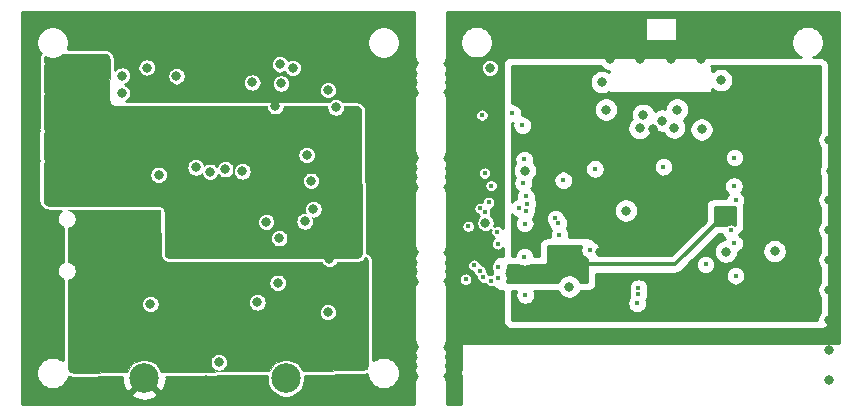
<source format=gbr>
%TF.GenerationSoftware,KiCad,Pcbnew,(5.1.8)-1*%
%TF.CreationDate,2021-06-20T20:47:25+01:00*%
%TF.ProjectId,schem_1,73636865-6d5f-4312-9e6b-696361645f70,rev?*%
%TF.SameCoordinates,Original*%
%TF.FileFunction,Copper,L2,Inr*%
%TF.FilePolarity,Positive*%
%FSLAX45Y45*%
G04 Gerber Fmt 4.5, Leading zero omitted, Abs format (unit mm)*
G04 Created by KiCad (PCBNEW (5.1.8)-1) date 2021-06-20 20:47:25*
%MOMM*%
%LPD*%
G01*
G04 APERTURE LIST*
%TA.AperFunction,ComponentPad*%
%ADD10C,2.500000*%
%TD*%
%TA.AperFunction,ViaPad*%
%ADD11C,0.800000*%
%TD*%
%TA.AperFunction,ViaPad*%
%ADD12C,0.400000*%
%TD*%
%TA.AperFunction,Conductor*%
%ADD13C,0.300000*%
%TD*%
%TA.AperFunction,Conductor*%
%ADD14C,0.254000*%
%TD*%
%TA.AperFunction,Conductor*%
%ADD15C,0.100000*%
%TD*%
G04 APERTURE END LIST*
D10*
%TO.N,GND*%
%TO.C,C2*%
X6871280Y-2791720D03*
%TO.N,Net-(C2-Pad1)*%
X8071280Y-2791720D03*
%TD*%
D11*
%TO.N,GND*%
X9069280Y-2918720D03*
X9069280Y-2664720D03*
X9069280Y-2410720D03*
X9069280Y-2156720D03*
X9069280Y-1902720D03*
X9069280Y-1648720D03*
X9069280Y-1394720D03*
X9069280Y-1140720D03*
X9069280Y-886720D03*
X9069280Y-632720D03*
X9069280Y-378720D03*
X9069280Y-124720D03*
X8942280Y256280D03*
X8688280Y256280D03*
X8434280Y256280D03*
X5957780Y-124720D03*
X5957780Y-378720D03*
X5957780Y-696220D03*
X5957780Y-950220D03*
X5957780Y-1458220D03*
X6465780Y192780D03*
X6211780Y192780D03*
X5957780Y192780D03*
X12673288Y244484D03*
X9612588Y-2440296D03*
X9866588Y-2440296D03*
X10120588Y-2440296D03*
X10374588Y-2440296D03*
X10628588Y-2440296D03*
X10882588Y-2440296D03*
X11136588Y-2440296D03*
X11390588Y-2440296D03*
X11644588Y-2440296D03*
X11898588Y-2440296D03*
X12152588Y-2440296D03*
X12406588Y-2440296D03*
X9491938Y-2566026D03*
X9493208Y-2908926D03*
X12673288Y-9516D03*
X12673288Y-771516D03*
X12673288Y-1279516D03*
X12673288Y-1533516D03*
X12673288Y-1787516D03*
X12673288Y-2041516D03*
X12673288Y-2295516D03*
X12673288Y-2549516D03*
X12673288Y-2803516D03*
X10745428Y-283836D03*
X10816548Y-86986D03*
X11073088Y-86986D03*
X11329628Y-86986D03*
X11586168Y-86986D03*
X11753808Y-266056D03*
X10950152Y-1370280D03*
X11256476Y-608702D03*
D12*
X9823967Y-1754852D03*
X10048408Y-1349335D03*
D11*
X12688528Y-1035422D03*
X9483048Y-2218046D03*
X9546548Y258454D03*
X9800548Y258454D03*
X10054548Y258454D03*
X10308548Y258454D03*
X11769048Y258454D03*
X12086548Y258454D03*
X12340548Y258454D03*
X9483048Y-694046D03*
X11515048Y258454D03*
X11007048Y258454D03*
X10816548Y258454D03*
X11007048Y67954D03*
X11451548Y67954D03*
X7390620Y-2806820D03*
X7503650Y-2654420D03*
X6472410Y-2836030D03*
X7981170Y-486530D03*
X8002760Y-1982590D03*
X5957780Y-1712220D03*
X5957780Y-1902720D03*
X5957780Y-2347220D03*
X5957780Y-2601220D03*
X8307280Y-2855220D03*
X8561280Y-2855220D03*
D12*
X9851068Y-1435866D03*
D11*
X7173450Y-416820D03*
%TO.N,+3V3*%
X12389824Y-1508878D03*
X11285178Y-1113146D03*
X9798008Y-161916D03*
X10727351Y-1718979D03*
X10700216Y-2062090D03*
X12327340Y-1817234D03*
X12416698Y-1424600D03*
X11183350Y-676912D03*
X9760924Y-1474334D03*
X10444692Y-224654D03*
X12321244Y-1155310D03*
X8440402Y-1777866D03*
X8436287Y-1623285D03*
X6347950Y-104260D03*
X6156180Y-983100D03*
X7400780Y-543680D03*
X7314420Y-544950D03*
X7226790Y-542410D03*
X7902540Y-1221860D03*
X7465550Y-1715890D03*
X7065500Y-1313300D03*
X8442942Y-1694046D03*
D12*
%TO.N,/CSI_PCLK*%
X10097728Y-2084696D03*
X9866588Y-1944996D03*
%TO.N,/CAM_RST*%
X9730698Y-562846D03*
X9753558Y-1053566D03*
D11*
%TO.N,/ESP32_RST*%
X12209738Y-1713856D03*
%TO.N,+2V8*%
X10094172Y-1032374D03*
D12*
%TO.N,+1V2*%
X11056578Y-2078346D03*
X11056578Y-2027546D03*
X10353452Y-1437176D03*
X9716476Y-1352346D03*
X10376848Y-1479046D03*
X9753266Y-1381268D03*
D11*
%TO.N,Net-(C17-Pad1)*%
X8014190Y-1604130D03*
%TO.N,Net-(C17-Pad2)*%
X7903700Y-1466970D03*
%TO.N,Net-(C18-Pad2)*%
X8303750Y-1359020D03*
%TO.N,Net-(C18-Pad1)*%
X8231250Y-1461890D03*
%TO.N,Net-(C21-Pad1)*%
X8492980Y-496690D03*
%TO.N,Net-(C22-Pad1)*%
X8426940Y-351910D03*
%TO.N,Net-(D3-Pad2)*%
X6892780Y-160140D03*
%TO.N,Net-(D4-Pad2)*%
X6681960Y-376040D03*
D12*
%TO.N,/CSI_D2*%
X9592268Y-1952346D03*
X10092648Y-1480176D03*
%TO.N,/CSI_D1*%
X10102383Y-1251286D03*
X9739588Y-1933566D03*
X9787400Y-1301835D03*
%TO.N,/CSI_D3*%
X10091378Y-1762116D03*
X9712407Y-1878956D03*
%TO.N,Net-(J1-Pad6)*%
X9664658Y-1833236D03*
X10646368Y-1701156D03*
X10687008Y-1017642D03*
%TO.N,/CSI_D4*%
X11878268Y-1922136D03*
X9809641Y-1963892D03*
%TO.N,/CSI_D5*%
X9866588Y-1847463D03*
X11623988Y-1827026D03*
%TO.N,/CSI_D6*%
X11865568Y-1647816D03*
X9863540Y-1651118D03*
%TO.N,/CSI_MCLK*%
X9614398Y-1504846D03*
X10072328Y-648326D03*
%TO.N,/CSI_D7*%
X11836358Y-1537326D03*
X9861228Y-1552706D03*
%TO.N,Net-(J1-Pad17)*%
X9989778Y-546726D03*
X9808803Y-1159501D03*
%TO.N,/CSI_VSYNC*%
X11864298Y-1162676D03*
X10115508Y-1311266D03*
%TO.N,/TWI_SCK*%
X11869378Y-921376D03*
X10079948Y-1136006D03*
%TO.N,/TWI_SDA*%
X10088838Y-937886D03*
X11267144Y-1000370D03*
D11*
%TO.N,/HS2_DATA1*%
X11590170Y-683886D03*
%TO.N,/HS2_DATA0*%
X10780988Y-516246D03*
%TO.N,/HS2_CLK*%
X11358838Y-667376D03*
%TO.N,/HS2_CMD*%
X11066738Y-672456D03*
%TO.N,/HS2_DATA3*%
X11095948Y-560696D03*
%TO.N,/HS2_DATA2*%
X11382968Y-516246D03*
D12*
%TO.N,/SCL*%
X10387288Y-1576696D03*
D11*
X7556990Y-1019930D03*
X8283430Y-1118990D03*
%TO.N,/U0TXD*%
X11795718Y-1718746D03*
X10469797Y-2013830D03*
D12*
%TO.N,/CSI_D0*%
X10419038Y-1114416D03*
%TO.N,/CAM_PWR*%
X11045148Y-2155816D03*
D11*
%TO.N,/I2C OLED/OLED_RESET*%
X7703040Y-1038980D03*
%TO.N,Net-(R21-Pad1)*%
X7308070Y-1004690D03*
%TO.N,/GPIO Expander/Vusb_detect*%
X6993110Y-1068190D03*
X7786860Y-285870D03*
%TO.N,/GPIO Expander/LED_RECORDING*%
X7144240Y-233800D03*
X6685770Y-227450D03*
D12*
%TO.N,/SDA*%
X11878268Y-1283326D03*
X10104078Y-1371716D03*
D11*
X7428720Y-1042790D03*
X8247064Y-900417D03*
%TO.N,/GPIO Expander/BTN_DOWN*%
X8019270Y-132200D03*
X6923260Y-2161660D03*
%TO.N,/GPIO Expander/BTN_UP*%
X8128490Y-161410D03*
X8426940Y-2230240D03*
%TO.N,/GPIO Expander/BTN_OK*%
X7830040Y-2147690D03*
X8028160Y-294760D03*
%TO.N,/5V_USB_SC*%
X11788317Y-1405465D03*
X10089748Y-1928486D03*
D12*
X10511622Y-1861011D03*
D11*
X6333980Y-1932662D03*
X8479010Y-1907914D03*
X8397730Y-1907914D03*
X8315180Y-1907914D03*
X6665450Y-1421250D03*
X6471140Y-2695060D03*
X6765780Y-2579490D03*
D12*
X10420028Y-1860256D03*
X10465748Y-1860045D03*
%TD*%
D13*
%TO.N,/5V_USB_SC*%
X10547018Y-1825616D02*
X10511622Y-1861011D01*
X11368166Y-1825616D02*
X10547018Y-1825616D01*
X11788317Y-1405465D02*
X11368166Y-1825616D01*
%TD*%
D14*
%TO.N,/5V_USB_SC*%
X10566077Y-1676800D02*
X10562868Y-1692932D01*
X10562868Y-1709380D01*
X10566077Y-1725512D01*
X10572371Y-1740708D01*
X10581509Y-1754384D01*
X10593140Y-1766015D01*
X10606816Y-1775153D01*
X10620968Y-1781015D01*
X10620968Y-1837046D01*
X10621212Y-1839524D01*
X10621935Y-1841906D01*
X10622238Y-1842473D01*
X10622238Y-1973560D01*
X10565124Y-1973512D01*
X10561517Y-1964804D01*
X10550190Y-1947853D01*
X10535774Y-1933436D01*
X10518822Y-1922109D01*
X10499986Y-1914307D01*
X10479991Y-1910330D01*
X10459603Y-1910330D01*
X10439607Y-1914307D01*
X10420771Y-1922109D01*
X10403819Y-1933436D01*
X10389403Y-1947853D01*
X10378076Y-1964804D01*
X10374536Y-1973351D01*
X9945373Y-1972989D01*
X9946879Y-1969352D01*
X9950088Y-1953220D01*
X9950088Y-1936772D01*
X9946879Y-1920640D01*
X9940585Y-1905444D01*
X9934428Y-1896229D01*
X9940585Y-1887015D01*
X9946879Y-1871819D01*
X9950088Y-1855687D01*
X9950088Y-1839239D01*
X9947883Y-1828156D01*
X10039918Y-1828156D01*
X10051826Y-1836113D01*
X10067022Y-1842407D01*
X10083154Y-1845616D01*
X10099602Y-1845616D01*
X10115734Y-1842407D01*
X10130930Y-1836113D01*
X10142838Y-1828156D01*
X10274258Y-1828156D01*
X10276736Y-1827912D01*
X10279118Y-1827189D01*
X10281314Y-1826016D01*
X10283238Y-1824436D01*
X10284818Y-1822512D01*
X10285991Y-1820316D01*
X10286714Y-1817934D01*
X10286958Y-1815456D01*
X10286958Y-1674486D01*
X10567035Y-1674486D01*
X10566077Y-1676800D01*
%TA.AperFunction,Conductor*%
D15*
G36*
X10566077Y-1676800D02*
G01*
X10562868Y-1692932D01*
X10562868Y-1709380D01*
X10566077Y-1725512D01*
X10572371Y-1740708D01*
X10581509Y-1754384D01*
X10593140Y-1766015D01*
X10606816Y-1775153D01*
X10620968Y-1781015D01*
X10620968Y-1837046D01*
X10621212Y-1839524D01*
X10621935Y-1841906D01*
X10622238Y-1842473D01*
X10622238Y-1973560D01*
X10565124Y-1973512D01*
X10561517Y-1964804D01*
X10550190Y-1947853D01*
X10535774Y-1933436D01*
X10518822Y-1922109D01*
X10499986Y-1914307D01*
X10479991Y-1910330D01*
X10459603Y-1910330D01*
X10439607Y-1914307D01*
X10420771Y-1922109D01*
X10403819Y-1933436D01*
X10389403Y-1947853D01*
X10378076Y-1964804D01*
X10374536Y-1973351D01*
X9945373Y-1972989D01*
X9946879Y-1969352D01*
X9950088Y-1953220D01*
X9950088Y-1936772D01*
X9946879Y-1920640D01*
X9940585Y-1905444D01*
X9934428Y-1896229D01*
X9940585Y-1887015D01*
X9946879Y-1871819D01*
X9950088Y-1855687D01*
X9950088Y-1839239D01*
X9947883Y-1828156D01*
X10039918Y-1828156D01*
X10051826Y-1836113D01*
X10067022Y-1842407D01*
X10083154Y-1845616D01*
X10099602Y-1845616D01*
X10115734Y-1842407D01*
X10130930Y-1836113D01*
X10142838Y-1828156D01*
X10274258Y-1828156D01*
X10276736Y-1827912D01*
X10279118Y-1827189D01*
X10281314Y-1826016D01*
X10283238Y-1824436D01*
X10284818Y-1822512D01*
X10285991Y-1820316D01*
X10286714Y-1817934D01*
X10286958Y-1815456D01*
X10286958Y-1674486D01*
X10567035Y-1674486D01*
X10566077Y-1676800D01*
G37*
%TD.AperFunction*%
%TD*%
D14*
%TO.N,+3V3*%
X10730753Y-144879D02*
X10736154Y-152963D01*
X10750571Y-167380D01*
X10767522Y-178706D01*
X10786358Y-186509D01*
X10806354Y-190486D01*
X10806388Y-190486D01*
X10806388Y-200090D01*
X10794454Y-192115D01*
X10775618Y-184313D01*
X10755622Y-180336D01*
X10735234Y-180336D01*
X10715238Y-184313D01*
X10696402Y-192115D01*
X10679451Y-203442D01*
X10665034Y-217859D01*
X10653708Y-234810D01*
X10645905Y-253646D01*
X10641928Y-273642D01*
X10641928Y-294030D01*
X10645905Y-314026D01*
X10653708Y-332862D01*
X10665034Y-349813D01*
X10679451Y-364230D01*
X10696402Y-375556D01*
X10715238Y-383359D01*
X10735234Y-387336D01*
X10755622Y-387336D01*
X10775618Y-383359D01*
X10794454Y-375556D01*
X10807223Y-367024D01*
X10807355Y-367458D01*
X10808528Y-369654D01*
X10810108Y-371578D01*
X10812032Y-373158D01*
X10814228Y-374331D01*
X10816610Y-375054D01*
X10819088Y-375298D01*
X11669088Y-375298D01*
X11671566Y-375054D01*
X11673948Y-374331D01*
X11676144Y-373158D01*
X11678068Y-371578D01*
X11679648Y-369654D01*
X11680821Y-367458D01*
X11681544Y-365075D01*
X11681788Y-362598D01*
X11681788Y-340407D01*
X11687831Y-346450D01*
X11704782Y-357776D01*
X11723618Y-365579D01*
X11743614Y-369556D01*
X11764002Y-369556D01*
X11783998Y-365579D01*
X11802834Y-357776D01*
X11819785Y-346450D01*
X11834202Y-332033D01*
X11845528Y-315082D01*
X11853331Y-296246D01*
X11857308Y-276250D01*
X11857308Y-255862D01*
X11853331Y-235866D01*
X11845528Y-217030D01*
X11834202Y-200079D01*
X11819785Y-185662D01*
X11802834Y-174336D01*
X11783998Y-166533D01*
X11764002Y-162556D01*
X11743614Y-162556D01*
X11723618Y-166533D01*
X11704782Y-174336D01*
X11687831Y-185662D01*
X11681788Y-191705D01*
X11681788Y-162598D01*
X11681544Y-160120D01*
X11680821Y-157738D01*
X11679648Y-155542D01*
X11678068Y-153618D01*
X11676144Y-152038D01*
X11673948Y-150865D01*
X11671566Y-150142D01*
X11669088Y-149898D01*
X11668610Y-149898D01*
X11670509Y-147056D01*
X12590738Y-149187D01*
X12590738Y-708766D01*
X12581567Y-722490D01*
X12573765Y-741326D01*
X12569788Y-761322D01*
X12569788Y-781710D01*
X12573765Y-801706D01*
X12581567Y-820542D01*
X12590738Y-834266D01*
X12590738Y-1001049D01*
X12589005Y-1005232D01*
X12585028Y-1025228D01*
X12585028Y-1045616D01*
X12589005Y-1065612D01*
X12590738Y-1069795D01*
X12590738Y-1216766D01*
X12581567Y-1230490D01*
X12573765Y-1249326D01*
X12569788Y-1269322D01*
X12569788Y-1289710D01*
X12573765Y-1309706D01*
X12581567Y-1328542D01*
X12590738Y-1342266D01*
X12590738Y-1470766D01*
X12581567Y-1484490D01*
X12573765Y-1503326D01*
X12569788Y-1523322D01*
X12569788Y-1543710D01*
X12573765Y-1563706D01*
X12581567Y-1582542D01*
X12590738Y-1596266D01*
X12590738Y-1724766D01*
X12581567Y-1738490D01*
X12573765Y-1757326D01*
X12569788Y-1777322D01*
X12569788Y-1797710D01*
X12573765Y-1817706D01*
X12581567Y-1836542D01*
X12590738Y-1850266D01*
X12590738Y-1978766D01*
X12581567Y-1992490D01*
X12573765Y-2011326D01*
X12569788Y-2031322D01*
X12569788Y-2051710D01*
X12573765Y-2071706D01*
X12581567Y-2090542D01*
X12590738Y-2104266D01*
X12590738Y-2232766D01*
X12581567Y-2246490D01*
X12573765Y-2265326D01*
X12569788Y-2285322D01*
X12569788Y-2300518D01*
X9983936Y-2294529D01*
X9983936Y-2049221D01*
X10022029Y-2049253D01*
X10017437Y-2060340D01*
X10014228Y-2076472D01*
X10014228Y-2092920D01*
X10017437Y-2109052D01*
X10023731Y-2124248D01*
X10032869Y-2137924D01*
X10044500Y-2149555D01*
X10058176Y-2158693D01*
X10073372Y-2164987D01*
X10089504Y-2168196D01*
X10105952Y-2168196D01*
X10122084Y-2164987D01*
X10137280Y-2158693D01*
X10150956Y-2149555D01*
X10152919Y-2147592D01*
X10961648Y-2147592D01*
X10961648Y-2164040D01*
X10964857Y-2180172D01*
X10971151Y-2195368D01*
X10980289Y-2209044D01*
X10991920Y-2220675D01*
X11005596Y-2229813D01*
X11020792Y-2236107D01*
X11036924Y-2239316D01*
X11053372Y-2239316D01*
X11069504Y-2236107D01*
X11084700Y-2229813D01*
X11098376Y-2220675D01*
X11110007Y-2209044D01*
X11119145Y-2195368D01*
X11125439Y-2180172D01*
X11128648Y-2164040D01*
X11128648Y-2147592D01*
X11125439Y-2131460D01*
X11123937Y-2127833D01*
X11130575Y-2117898D01*
X11136869Y-2102702D01*
X11140078Y-2086570D01*
X11140078Y-2070122D01*
X11136869Y-2053990D01*
X11136437Y-2052946D01*
X11136869Y-2051902D01*
X11140078Y-2035770D01*
X11140078Y-2019322D01*
X11136869Y-2003190D01*
X11130575Y-1987994D01*
X11121437Y-1974318D01*
X11109806Y-1962687D01*
X11096130Y-1953549D01*
X11080934Y-1947255D01*
X11064802Y-1944046D01*
X11048354Y-1944046D01*
X11032222Y-1947255D01*
X11017026Y-1953549D01*
X11003350Y-1962687D01*
X10991719Y-1974318D01*
X10982581Y-1987994D01*
X10976287Y-2003190D01*
X10973078Y-2019322D01*
X10973078Y-2035770D01*
X10976287Y-2051902D01*
X10976719Y-2052946D01*
X10976287Y-2053990D01*
X10973078Y-2070122D01*
X10973078Y-2086570D01*
X10976287Y-2102702D01*
X10977790Y-2106329D01*
X10971151Y-2116264D01*
X10964857Y-2131460D01*
X10961648Y-2147592D01*
X10152919Y-2147592D01*
X10162587Y-2137924D01*
X10171725Y-2124248D01*
X10178019Y-2109052D01*
X10181228Y-2092920D01*
X10181228Y-2076472D01*
X10178019Y-2060340D01*
X10173480Y-2049381D01*
X10372565Y-2049549D01*
X10378076Y-2062856D01*
X10389403Y-2079807D01*
X10403819Y-2094224D01*
X10420771Y-2105551D01*
X10439607Y-2113353D01*
X10459603Y-2117330D01*
X10479991Y-2117330D01*
X10499986Y-2113353D01*
X10518822Y-2105551D01*
X10535774Y-2094224D01*
X10550190Y-2079807D01*
X10561517Y-2062856D01*
X10566961Y-2049714D01*
X10634884Y-2049771D01*
X10647326Y-2048551D01*
X10659238Y-2044937D01*
X10670217Y-2039069D01*
X10679839Y-2031172D01*
X10687736Y-2021550D01*
X10693604Y-2010571D01*
X10697218Y-1998659D01*
X10698438Y-1986271D01*
X10698438Y-1913912D01*
X11794768Y-1913912D01*
X11794768Y-1930360D01*
X11797977Y-1946492D01*
X11804271Y-1961688D01*
X11813409Y-1975364D01*
X11825040Y-1986995D01*
X11838716Y-1996133D01*
X11853912Y-2002427D01*
X11870044Y-2005636D01*
X11886492Y-2005636D01*
X11902624Y-2002427D01*
X11917820Y-1996133D01*
X11931496Y-1986995D01*
X11943127Y-1975364D01*
X11952265Y-1961688D01*
X11958559Y-1946492D01*
X11961768Y-1930360D01*
X11961768Y-1913912D01*
X11958559Y-1897780D01*
X11952265Y-1882584D01*
X11943127Y-1868908D01*
X11931496Y-1857277D01*
X11917820Y-1848139D01*
X11902624Y-1841845D01*
X11886492Y-1838636D01*
X11870044Y-1838636D01*
X11853912Y-1841845D01*
X11838716Y-1848139D01*
X11825040Y-1857277D01*
X11813409Y-1868908D01*
X11804271Y-1882584D01*
X11797977Y-1897780D01*
X11794768Y-1913912D01*
X10698438Y-1913912D01*
X10698438Y-1904116D01*
X11364311Y-1904116D01*
X11368166Y-1904496D01*
X11372021Y-1904116D01*
X11372022Y-1904116D01*
X11383555Y-1902980D01*
X11398352Y-1898491D01*
X11411989Y-1891202D01*
X11423943Y-1881392D01*
X11426401Y-1878397D01*
X11485996Y-1818802D01*
X11540488Y-1818802D01*
X11540488Y-1835250D01*
X11543697Y-1851382D01*
X11549991Y-1866578D01*
X11559129Y-1880254D01*
X11570760Y-1891885D01*
X11584436Y-1901023D01*
X11599632Y-1907317D01*
X11615764Y-1910526D01*
X11632212Y-1910526D01*
X11648344Y-1907317D01*
X11663540Y-1901023D01*
X11677216Y-1891885D01*
X11688847Y-1880254D01*
X11697985Y-1866578D01*
X11704279Y-1851382D01*
X11707488Y-1835250D01*
X11707488Y-1818802D01*
X11704279Y-1802670D01*
X11697985Y-1787474D01*
X11688847Y-1773798D01*
X11677216Y-1762167D01*
X11663540Y-1753029D01*
X11648344Y-1746735D01*
X11632212Y-1743526D01*
X11615764Y-1743526D01*
X11599632Y-1746735D01*
X11584436Y-1753029D01*
X11570760Y-1762167D01*
X11559129Y-1773798D01*
X11549991Y-1787474D01*
X11543697Y-1802670D01*
X11540488Y-1818802D01*
X11485996Y-1818802D01*
X11734732Y-1570066D01*
X11759593Y-1570194D01*
X11762361Y-1576878D01*
X11771499Y-1590554D01*
X11783130Y-1602185D01*
X11791774Y-1607960D01*
X11791571Y-1608264D01*
X11788679Y-1615246D01*
X11785524Y-1615246D01*
X11765528Y-1619223D01*
X11746692Y-1627025D01*
X11729741Y-1638352D01*
X11715324Y-1652769D01*
X11703997Y-1669720D01*
X11696195Y-1688556D01*
X11692218Y-1708552D01*
X11692218Y-1728940D01*
X11696195Y-1748936D01*
X11703997Y-1767772D01*
X11715324Y-1784723D01*
X11729741Y-1799140D01*
X11746692Y-1810466D01*
X11765528Y-1818269D01*
X11785524Y-1822246D01*
X11805912Y-1822246D01*
X11825908Y-1818269D01*
X11844744Y-1810466D01*
X11861695Y-1799140D01*
X11876112Y-1784723D01*
X11887438Y-1767772D01*
X11895241Y-1748936D01*
X11899218Y-1728940D01*
X11899218Y-1724257D01*
X11905120Y-1721813D01*
X11918796Y-1712675D01*
X11927809Y-1703662D01*
X12106238Y-1703662D01*
X12106238Y-1724050D01*
X12110215Y-1744046D01*
X12118017Y-1762882D01*
X12129344Y-1779833D01*
X12143761Y-1794250D01*
X12160712Y-1805576D01*
X12179548Y-1813379D01*
X12199544Y-1817356D01*
X12219932Y-1817356D01*
X12239928Y-1813379D01*
X12258764Y-1805576D01*
X12275715Y-1794250D01*
X12290132Y-1779833D01*
X12301458Y-1762882D01*
X12309261Y-1744046D01*
X12313238Y-1724050D01*
X12313238Y-1703662D01*
X12309261Y-1683666D01*
X12301458Y-1664830D01*
X12290132Y-1647879D01*
X12275715Y-1633462D01*
X12258764Y-1622135D01*
X12239928Y-1614333D01*
X12219932Y-1610356D01*
X12199544Y-1610356D01*
X12179548Y-1614333D01*
X12160712Y-1622135D01*
X12143761Y-1633462D01*
X12129344Y-1647879D01*
X12118017Y-1664830D01*
X12110215Y-1683666D01*
X12106238Y-1703662D01*
X11927809Y-1703662D01*
X11930427Y-1701044D01*
X11939565Y-1687368D01*
X11945859Y-1672172D01*
X11949068Y-1656040D01*
X11949068Y-1639592D01*
X11945859Y-1623460D01*
X11939565Y-1608264D01*
X11930427Y-1594588D01*
X11918796Y-1582957D01*
X11910152Y-1577181D01*
X11910355Y-1576878D01*
X11915745Y-1563865D01*
X11922691Y-1560152D01*
X11932313Y-1552255D01*
X11940210Y-1542633D01*
X11946078Y-1531654D01*
X11949692Y-1519742D01*
X11950912Y-1507354D01*
X11950912Y-1328538D01*
X11950607Y-1325359D01*
X11952265Y-1322878D01*
X11958559Y-1307682D01*
X11961768Y-1291550D01*
X11961768Y-1275102D01*
X11958559Y-1258970D01*
X11952265Y-1243774D01*
X11943127Y-1230098D01*
X11931496Y-1218467D01*
X11928557Y-1216504D01*
X11929157Y-1215904D01*
X11938295Y-1202228D01*
X11944589Y-1187032D01*
X11947798Y-1170900D01*
X11947798Y-1154452D01*
X11944589Y-1138320D01*
X11938295Y-1123124D01*
X11929157Y-1109448D01*
X11917526Y-1097817D01*
X11903850Y-1088679D01*
X11888654Y-1082385D01*
X11872522Y-1079176D01*
X11856074Y-1079176D01*
X11839942Y-1082385D01*
X11824746Y-1088679D01*
X11811070Y-1097817D01*
X11799439Y-1109448D01*
X11790301Y-1123124D01*
X11784007Y-1138320D01*
X11780798Y-1154452D01*
X11780798Y-1170900D01*
X11784007Y-1187032D01*
X11790301Y-1202228D01*
X11799439Y-1215904D01*
X11811070Y-1227535D01*
X11814009Y-1229498D01*
X11813409Y-1230098D01*
X11804271Y-1243774D01*
X11797977Y-1258970D01*
X11796863Y-1264569D01*
X11691144Y-1264023D01*
X11678428Y-1265242D01*
X11666516Y-1268856D01*
X11655537Y-1274724D01*
X11645915Y-1282621D01*
X11638018Y-1292243D01*
X11632150Y-1303222D01*
X11628536Y-1315134D01*
X11627316Y-1327522D01*
X11627316Y-1455450D01*
X11335650Y-1747116D01*
X10716083Y-1747116D01*
X10720365Y-1740708D01*
X10726659Y-1725512D01*
X10729868Y-1709380D01*
X10729868Y-1692932D01*
X10726659Y-1676800D01*
X10720365Y-1661604D01*
X10711227Y-1647928D01*
X10699596Y-1636297D01*
X10687312Y-1628089D01*
X10686466Y-1626507D01*
X10678569Y-1616885D01*
X10668947Y-1608988D01*
X10657968Y-1603120D01*
X10646056Y-1599506D01*
X10633668Y-1598286D01*
X10468129Y-1598286D01*
X10470788Y-1584920D01*
X10470788Y-1568472D01*
X10467579Y-1552340D01*
X10461285Y-1537144D01*
X10452147Y-1523468D01*
X10449416Y-1520737D01*
X10450845Y-1518598D01*
X10457139Y-1503402D01*
X10460348Y-1487270D01*
X10460348Y-1470822D01*
X10457139Y-1454690D01*
X10450845Y-1439494D01*
X10441707Y-1425818D01*
X10434993Y-1419104D01*
X10433743Y-1412820D01*
X10427448Y-1397624D01*
X10418310Y-1383948D01*
X10406680Y-1372317D01*
X10393004Y-1363179D01*
X10385537Y-1360086D01*
X10846652Y-1360086D01*
X10846652Y-1380474D01*
X10850629Y-1400470D01*
X10858432Y-1419306D01*
X10869758Y-1436258D01*
X10884175Y-1450674D01*
X10901126Y-1462001D01*
X10919962Y-1469803D01*
X10939958Y-1473780D01*
X10960346Y-1473780D01*
X10980342Y-1469803D01*
X10999178Y-1462001D01*
X11016129Y-1450674D01*
X11030546Y-1436258D01*
X11041873Y-1419306D01*
X11049675Y-1400470D01*
X11053652Y-1380474D01*
X11053652Y-1360086D01*
X11049675Y-1340090D01*
X11041873Y-1321255D01*
X11030546Y-1304303D01*
X11016129Y-1289887D01*
X10999178Y-1278560D01*
X10980342Y-1270758D01*
X10960346Y-1266780D01*
X10939958Y-1266780D01*
X10919962Y-1270758D01*
X10901126Y-1278560D01*
X10884175Y-1289887D01*
X10869758Y-1304303D01*
X10858432Y-1321255D01*
X10850629Y-1340090D01*
X10846652Y-1360086D01*
X10385537Y-1360086D01*
X10377808Y-1356885D01*
X10361676Y-1353676D01*
X10345228Y-1353676D01*
X10329096Y-1356885D01*
X10313899Y-1363179D01*
X10300223Y-1372317D01*
X10288593Y-1383948D01*
X10279455Y-1397624D01*
X10273160Y-1412820D01*
X10269952Y-1428952D01*
X10269952Y-1445400D01*
X10273160Y-1461532D01*
X10279455Y-1476728D01*
X10288593Y-1490404D01*
X10295307Y-1497118D01*
X10296557Y-1503402D01*
X10302851Y-1518598D01*
X10311989Y-1532274D01*
X10314720Y-1535005D01*
X10313291Y-1537144D01*
X10306997Y-1552340D01*
X10303788Y-1568472D01*
X10303788Y-1584920D01*
X10306447Y-1598286D01*
X10274258Y-1598286D01*
X10261870Y-1599506D01*
X10249958Y-1603120D01*
X10238979Y-1608988D01*
X10229357Y-1616885D01*
X10221460Y-1626507D01*
X10215592Y-1637486D01*
X10211978Y-1649398D01*
X10210758Y-1661786D01*
X10210758Y-1751956D01*
X10174493Y-1751956D01*
X10171669Y-1737760D01*
X10165375Y-1722564D01*
X10156237Y-1708888D01*
X10144606Y-1697257D01*
X10130930Y-1688119D01*
X10115734Y-1681825D01*
X10099602Y-1678616D01*
X10083154Y-1678616D01*
X10067022Y-1681825D01*
X10051826Y-1688119D01*
X10038150Y-1697257D01*
X10026519Y-1708888D01*
X10017381Y-1722564D01*
X10011087Y-1737760D01*
X10008263Y-1751956D01*
X9983936Y-1751956D01*
X9983936Y-1402950D01*
X9995180Y-1414194D01*
X10008856Y-1423332D01*
X10024052Y-1429626D01*
X10025771Y-1429968D01*
X10018651Y-1440624D01*
X10012357Y-1455820D01*
X10009148Y-1471952D01*
X10009148Y-1488400D01*
X10012357Y-1504532D01*
X10018651Y-1519728D01*
X10027789Y-1533404D01*
X10039420Y-1545035D01*
X10053096Y-1554173D01*
X10068292Y-1560467D01*
X10084424Y-1563676D01*
X10100872Y-1563676D01*
X10117004Y-1560467D01*
X10132200Y-1554173D01*
X10145876Y-1545035D01*
X10157507Y-1533404D01*
X10166645Y-1519728D01*
X10172939Y-1504532D01*
X10176148Y-1488400D01*
X10176148Y-1471952D01*
X10172939Y-1455820D01*
X10166645Y-1440624D01*
X10161282Y-1432598D01*
X10168937Y-1424944D01*
X10178075Y-1411268D01*
X10184369Y-1396072D01*
X10187578Y-1379940D01*
X10187578Y-1363492D01*
X10186077Y-1355948D01*
X10189505Y-1350818D01*
X10195799Y-1335622D01*
X10199008Y-1319490D01*
X10199008Y-1303042D01*
X10195799Y-1286910D01*
X10189505Y-1271714D01*
X10184843Y-1264738D01*
X10185883Y-1259510D01*
X10185883Y-1243062D01*
X10182674Y-1226930D01*
X10176380Y-1211734D01*
X10167242Y-1198058D01*
X10155611Y-1186427D01*
X10149438Y-1182303D01*
X10153945Y-1175558D01*
X10160239Y-1160362D01*
X10163448Y-1144230D01*
X10163448Y-1127782D01*
X10160410Y-1112507D01*
X10166725Y-1106192D01*
X10335538Y-1106192D01*
X10335538Y-1122640D01*
X10338747Y-1138772D01*
X10345041Y-1153968D01*
X10354179Y-1167644D01*
X10365810Y-1179275D01*
X10379486Y-1188413D01*
X10394682Y-1194707D01*
X10410814Y-1197916D01*
X10427262Y-1197916D01*
X10443394Y-1194707D01*
X10458590Y-1188413D01*
X10472266Y-1179275D01*
X10483897Y-1167644D01*
X10493035Y-1153968D01*
X10499329Y-1138772D01*
X10502538Y-1122640D01*
X10502538Y-1106192D01*
X10499329Y-1090060D01*
X10493035Y-1074864D01*
X10483897Y-1061188D01*
X10472266Y-1049557D01*
X10458590Y-1040419D01*
X10443394Y-1034125D01*
X10427262Y-1030916D01*
X10410814Y-1030916D01*
X10394682Y-1034125D01*
X10379486Y-1040419D01*
X10365810Y-1049557D01*
X10354179Y-1061188D01*
X10345041Y-1074864D01*
X10338747Y-1090060D01*
X10335538Y-1106192D01*
X10166725Y-1106192D01*
X10174566Y-1098351D01*
X10185893Y-1081400D01*
X10193695Y-1062564D01*
X10197672Y-1042568D01*
X10197672Y-1022180D01*
X10195134Y-1009418D01*
X10603508Y-1009418D01*
X10603508Y-1025866D01*
X10606717Y-1041998D01*
X10613011Y-1057194D01*
X10622149Y-1070870D01*
X10633780Y-1082501D01*
X10647456Y-1091639D01*
X10662652Y-1097933D01*
X10678784Y-1101142D01*
X10695232Y-1101142D01*
X10711364Y-1097933D01*
X10726560Y-1091639D01*
X10740236Y-1082501D01*
X10751867Y-1070870D01*
X10761005Y-1057194D01*
X10767299Y-1041998D01*
X10770508Y-1025866D01*
X10770508Y-1009418D01*
X10767299Y-993286D01*
X10766827Y-992146D01*
X11183644Y-992146D01*
X11183644Y-1008594D01*
X11186853Y-1024726D01*
X11193147Y-1039922D01*
X11202285Y-1053598D01*
X11213916Y-1065229D01*
X11227592Y-1074367D01*
X11242788Y-1080661D01*
X11258920Y-1083870D01*
X11275368Y-1083870D01*
X11291500Y-1080661D01*
X11306696Y-1074367D01*
X11320372Y-1065229D01*
X11332003Y-1053598D01*
X11341141Y-1039922D01*
X11347435Y-1024726D01*
X11350644Y-1008594D01*
X11350644Y-992146D01*
X11347435Y-976014D01*
X11341141Y-960818D01*
X11332003Y-947142D01*
X11320372Y-935511D01*
X11306696Y-926373D01*
X11291500Y-920079D01*
X11275368Y-916870D01*
X11258920Y-916870D01*
X11242788Y-920079D01*
X11227592Y-926373D01*
X11213916Y-935511D01*
X11202285Y-947142D01*
X11193147Y-960818D01*
X11186853Y-976014D01*
X11183644Y-992146D01*
X10766827Y-992146D01*
X10761005Y-978090D01*
X10751867Y-964414D01*
X10740236Y-952783D01*
X10726560Y-943645D01*
X10711364Y-937351D01*
X10695232Y-934142D01*
X10678784Y-934142D01*
X10662652Y-937351D01*
X10647456Y-943645D01*
X10633780Y-952783D01*
X10622149Y-964414D01*
X10613011Y-978090D01*
X10606717Y-993286D01*
X10603508Y-1009418D01*
X10195134Y-1009418D01*
X10193695Y-1002184D01*
X10185893Y-983348D01*
X10174566Y-966397D01*
X10169342Y-961173D01*
X10172338Y-946110D01*
X10172338Y-929662D01*
X10169129Y-913530D01*
X10168973Y-913152D01*
X11785878Y-913152D01*
X11785878Y-929600D01*
X11789087Y-945732D01*
X11795381Y-960928D01*
X11804519Y-974604D01*
X11816150Y-986235D01*
X11829826Y-995373D01*
X11845022Y-1001667D01*
X11861154Y-1004876D01*
X11877602Y-1004876D01*
X11893734Y-1001667D01*
X11908930Y-995373D01*
X11922606Y-986235D01*
X11934237Y-974604D01*
X11943375Y-960928D01*
X11949669Y-945732D01*
X11952878Y-929600D01*
X11952878Y-913152D01*
X11949669Y-897020D01*
X11943375Y-881824D01*
X11934237Y-868148D01*
X11922606Y-856517D01*
X11908930Y-847379D01*
X11893734Y-841085D01*
X11877602Y-837876D01*
X11861154Y-837876D01*
X11845022Y-841085D01*
X11829826Y-847379D01*
X11816150Y-856517D01*
X11804519Y-868148D01*
X11795381Y-881824D01*
X11789087Y-897020D01*
X11785878Y-913152D01*
X10168973Y-913152D01*
X10162835Y-898334D01*
X10153697Y-884658D01*
X10142066Y-873027D01*
X10128390Y-863889D01*
X10113194Y-857595D01*
X10097062Y-854386D01*
X10080614Y-854386D01*
X10064482Y-857595D01*
X10049286Y-863889D01*
X10035610Y-873027D01*
X10023979Y-884658D01*
X10014841Y-898334D01*
X10008547Y-913530D01*
X10005338Y-929662D01*
X10005338Y-946110D01*
X10008547Y-962242D01*
X10011611Y-969640D01*
X10002452Y-983348D01*
X9994649Y-1002184D01*
X9990672Y-1022180D01*
X9990672Y-1042568D01*
X9994649Y-1062564D01*
X10002452Y-1081400D01*
X10009231Y-1091546D01*
X10005951Y-1096454D01*
X9999657Y-1111650D01*
X9996448Y-1127782D01*
X9996448Y-1144230D01*
X9999657Y-1160362D01*
X10005951Y-1175558D01*
X10015089Y-1189234D01*
X10026720Y-1200865D01*
X10032893Y-1204989D01*
X10028386Y-1211734D01*
X10022092Y-1226930D01*
X10018883Y-1243062D01*
X10018883Y-1259510D01*
X10021029Y-1270297D01*
X10008856Y-1275339D01*
X9995180Y-1284477D01*
X9983936Y-1295721D01*
X9983936Y-630226D01*
X9990793Y-630226D01*
X9988828Y-640102D01*
X9988828Y-656550D01*
X9992037Y-672682D01*
X9998331Y-687878D01*
X10007469Y-701554D01*
X10019100Y-713185D01*
X10032776Y-722323D01*
X10047972Y-728617D01*
X10064104Y-731826D01*
X10080552Y-731826D01*
X10096684Y-728617D01*
X10111880Y-722323D01*
X10125556Y-713185D01*
X10137187Y-701554D01*
X10146325Y-687878D01*
X10152619Y-672682D01*
X10154692Y-662262D01*
X10963238Y-662262D01*
X10963238Y-682650D01*
X10967215Y-702646D01*
X10975018Y-721482D01*
X10986344Y-738433D01*
X11000761Y-752850D01*
X11017712Y-764176D01*
X11036548Y-771979D01*
X11056544Y-775956D01*
X11076932Y-775956D01*
X11096928Y-771979D01*
X11115764Y-764176D01*
X11132715Y-752850D01*
X11147132Y-738433D01*
X11158459Y-721482D01*
X11166261Y-702646D01*
X11170238Y-682650D01*
X11170238Y-665933D01*
X11176082Y-674679D01*
X11190499Y-689096D01*
X11207450Y-700422D01*
X11226286Y-708225D01*
X11246282Y-712202D01*
X11265378Y-712202D01*
X11267117Y-716402D01*
X11278444Y-733353D01*
X11292861Y-747770D01*
X11309812Y-759096D01*
X11328648Y-766899D01*
X11348644Y-770876D01*
X11369032Y-770876D01*
X11389028Y-766899D01*
X11407864Y-759096D01*
X11424815Y-747770D01*
X11439232Y-733353D01*
X11450558Y-716402D01*
X11458361Y-697566D01*
X11462338Y-677570D01*
X11462338Y-673692D01*
X11486670Y-673692D01*
X11486670Y-694080D01*
X11490647Y-714076D01*
X11498449Y-732912D01*
X11509776Y-749863D01*
X11524193Y-764280D01*
X11541144Y-775606D01*
X11559980Y-783409D01*
X11579976Y-787386D01*
X11600364Y-787386D01*
X11620360Y-783409D01*
X11639196Y-775606D01*
X11656147Y-764280D01*
X11670564Y-749863D01*
X11681890Y-732912D01*
X11689693Y-714076D01*
X11693670Y-694080D01*
X11693670Y-673692D01*
X11689693Y-653696D01*
X11681890Y-634860D01*
X11670564Y-617909D01*
X11656147Y-603492D01*
X11639196Y-592166D01*
X11620360Y-584363D01*
X11600364Y-580386D01*
X11579976Y-580386D01*
X11559980Y-584363D01*
X11541144Y-592166D01*
X11524193Y-603492D01*
X11509776Y-617909D01*
X11498449Y-634860D01*
X11490647Y-653696D01*
X11486670Y-673692D01*
X11462338Y-673692D01*
X11462338Y-657182D01*
X11458361Y-637186D01*
X11450558Y-618350D01*
X11440032Y-602596D01*
X11448945Y-596640D01*
X11463362Y-582223D01*
X11474688Y-565272D01*
X11482491Y-546436D01*
X11486468Y-526440D01*
X11486468Y-506052D01*
X11482491Y-486056D01*
X11474688Y-467220D01*
X11463362Y-450269D01*
X11448945Y-435852D01*
X11431994Y-424525D01*
X11413158Y-416723D01*
X11393162Y-412746D01*
X11372774Y-412746D01*
X11352778Y-416723D01*
X11333942Y-424525D01*
X11316991Y-435852D01*
X11302574Y-450269D01*
X11291247Y-467220D01*
X11283445Y-486056D01*
X11279468Y-506052D01*
X11279468Y-507748D01*
X11266670Y-505202D01*
X11246282Y-505202D01*
X11226286Y-509179D01*
X11207450Y-516981D01*
X11193680Y-526183D01*
X11187668Y-511670D01*
X11176342Y-494719D01*
X11161925Y-480302D01*
X11144974Y-468975D01*
X11126138Y-461173D01*
X11106142Y-457196D01*
X11085754Y-457196D01*
X11065758Y-461173D01*
X11046922Y-468975D01*
X11029971Y-480302D01*
X11015554Y-494719D01*
X11004228Y-511670D01*
X10996425Y-530506D01*
X10992448Y-550502D01*
X10992448Y-570890D01*
X10996425Y-590886D01*
X10998040Y-594783D01*
X10986344Y-606479D01*
X10975018Y-623430D01*
X10967215Y-642266D01*
X10963238Y-662262D01*
X10154692Y-662262D01*
X10155828Y-656550D01*
X10155828Y-640102D01*
X10152619Y-623970D01*
X10146325Y-608774D01*
X10137187Y-595098D01*
X10125556Y-583467D01*
X10111880Y-574329D01*
X10096684Y-568035D01*
X10080552Y-564826D01*
X10071314Y-564826D01*
X10073278Y-554950D01*
X10073278Y-538502D01*
X10070069Y-522370D01*
X10063775Y-507174D01*
X10063025Y-506052D01*
X10677488Y-506052D01*
X10677488Y-526440D01*
X10681465Y-546436D01*
X10689268Y-565272D01*
X10700594Y-582223D01*
X10715011Y-596640D01*
X10731962Y-607967D01*
X10750798Y-615769D01*
X10770794Y-619746D01*
X10791182Y-619746D01*
X10811178Y-615769D01*
X10830014Y-607967D01*
X10846965Y-596640D01*
X10861382Y-582223D01*
X10872709Y-565272D01*
X10880511Y-546436D01*
X10884488Y-526440D01*
X10884488Y-506052D01*
X10880511Y-486056D01*
X10872709Y-467220D01*
X10861382Y-450269D01*
X10846965Y-435852D01*
X10830014Y-424525D01*
X10811178Y-416723D01*
X10791182Y-412746D01*
X10770794Y-412746D01*
X10750798Y-416723D01*
X10731962Y-424525D01*
X10715011Y-435852D01*
X10700594Y-450269D01*
X10689268Y-467220D01*
X10681465Y-486056D01*
X10677488Y-506052D01*
X10063025Y-506052D01*
X10054637Y-493498D01*
X10043006Y-481867D01*
X10029330Y-472729D01*
X10014134Y-466435D01*
X9998002Y-463226D01*
X9983936Y-463226D01*
X9983936Y-143150D01*
X10730753Y-144879D01*
%TA.AperFunction,Conductor*%
D15*
G36*
X10730753Y-144879D02*
G01*
X10736154Y-152963D01*
X10750571Y-167380D01*
X10767522Y-178706D01*
X10786358Y-186509D01*
X10806354Y-190486D01*
X10806388Y-190486D01*
X10806388Y-200090D01*
X10794454Y-192115D01*
X10775618Y-184313D01*
X10755622Y-180336D01*
X10735234Y-180336D01*
X10715238Y-184313D01*
X10696402Y-192115D01*
X10679451Y-203442D01*
X10665034Y-217859D01*
X10653708Y-234810D01*
X10645905Y-253646D01*
X10641928Y-273642D01*
X10641928Y-294030D01*
X10645905Y-314026D01*
X10653708Y-332862D01*
X10665034Y-349813D01*
X10679451Y-364230D01*
X10696402Y-375556D01*
X10715238Y-383359D01*
X10735234Y-387336D01*
X10755622Y-387336D01*
X10775618Y-383359D01*
X10794454Y-375556D01*
X10807223Y-367024D01*
X10807355Y-367458D01*
X10808528Y-369654D01*
X10810108Y-371578D01*
X10812032Y-373158D01*
X10814228Y-374331D01*
X10816610Y-375054D01*
X10819088Y-375298D01*
X11669088Y-375298D01*
X11671566Y-375054D01*
X11673948Y-374331D01*
X11676144Y-373158D01*
X11678068Y-371578D01*
X11679648Y-369654D01*
X11680821Y-367458D01*
X11681544Y-365075D01*
X11681788Y-362598D01*
X11681788Y-340407D01*
X11687831Y-346450D01*
X11704782Y-357776D01*
X11723618Y-365579D01*
X11743614Y-369556D01*
X11764002Y-369556D01*
X11783998Y-365579D01*
X11802834Y-357776D01*
X11819785Y-346450D01*
X11834202Y-332033D01*
X11845528Y-315082D01*
X11853331Y-296246D01*
X11857308Y-276250D01*
X11857308Y-255862D01*
X11853331Y-235866D01*
X11845528Y-217030D01*
X11834202Y-200079D01*
X11819785Y-185662D01*
X11802834Y-174336D01*
X11783998Y-166533D01*
X11764002Y-162556D01*
X11743614Y-162556D01*
X11723618Y-166533D01*
X11704782Y-174336D01*
X11687831Y-185662D01*
X11681788Y-191705D01*
X11681788Y-162598D01*
X11681544Y-160120D01*
X11680821Y-157738D01*
X11679648Y-155542D01*
X11678068Y-153618D01*
X11676144Y-152038D01*
X11673948Y-150865D01*
X11671566Y-150142D01*
X11669088Y-149898D01*
X11668610Y-149898D01*
X11670509Y-147056D01*
X12590738Y-149187D01*
X12590738Y-708766D01*
X12581567Y-722490D01*
X12573765Y-741326D01*
X12569788Y-761322D01*
X12569788Y-781710D01*
X12573765Y-801706D01*
X12581567Y-820542D01*
X12590738Y-834266D01*
X12590738Y-1001049D01*
X12589005Y-1005232D01*
X12585028Y-1025228D01*
X12585028Y-1045616D01*
X12589005Y-1065612D01*
X12590738Y-1069795D01*
X12590738Y-1216766D01*
X12581567Y-1230490D01*
X12573765Y-1249326D01*
X12569788Y-1269322D01*
X12569788Y-1289710D01*
X12573765Y-1309706D01*
X12581567Y-1328542D01*
X12590738Y-1342266D01*
X12590738Y-1470766D01*
X12581567Y-1484490D01*
X12573765Y-1503326D01*
X12569788Y-1523322D01*
X12569788Y-1543710D01*
X12573765Y-1563706D01*
X12581567Y-1582542D01*
X12590738Y-1596266D01*
X12590738Y-1724766D01*
X12581567Y-1738490D01*
X12573765Y-1757326D01*
X12569788Y-1777322D01*
X12569788Y-1797710D01*
X12573765Y-1817706D01*
X12581567Y-1836542D01*
X12590738Y-1850266D01*
X12590738Y-1978766D01*
X12581567Y-1992490D01*
X12573765Y-2011326D01*
X12569788Y-2031322D01*
X12569788Y-2051710D01*
X12573765Y-2071706D01*
X12581567Y-2090542D01*
X12590738Y-2104266D01*
X12590738Y-2232766D01*
X12581567Y-2246490D01*
X12573765Y-2265326D01*
X12569788Y-2285322D01*
X12569788Y-2300518D01*
X9983936Y-2294529D01*
X9983936Y-2049221D01*
X10022029Y-2049253D01*
X10017437Y-2060340D01*
X10014228Y-2076472D01*
X10014228Y-2092920D01*
X10017437Y-2109052D01*
X10023731Y-2124248D01*
X10032869Y-2137924D01*
X10044500Y-2149555D01*
X10058176Y-2158693D01*
X10073372Y-2164987D01*
X10089504Y-2168196D01*
X10105952Y-2168196D01*
X10122084Y-2164987D01*
X10137280Y-2158693D01*
X10150956Y-2149555D01*
X10152919Y-2147592D01*
X10961648Y-2147592D01*
X10961648Y-2164040D01*
X10964857Y-2180172D01*
X10971151Y-2195368D01*
X10980289Y-2209044D01*
X10991920Y-2220675D01*
X11005596Y-2229813D01*
X11020792Y-2236107D01*
X11036924Y-2239316D01*
X11053372Y-2239316D01*
X11069504Y-2236107D01*
X11084700Y-2229813D01*
X11098376Y-2220675D01*
X11110007Y-2209044D01*
X11119145Y-2195368D01*
X11125439Y-2180172D01*
X11128648Y-2164040D01*
X11128648Y-2147592D01*
X11125439Y-2131460D01*
X11123937Y-2127833D01*
X11130575Y-2117898D01*
X11136869Y-2102702D01*
X11140078Y-2086570D01*
X11140078Y-2070122D01*
X11136869Y-2053990D01*
X11136437Y-2052946D01*
X11136869Y-2051902D01*
X11140078Y-2035770D01*
X11140078Y-2019322D01*
X11136869Y-2003190D01*
X11130575Y-1987994D01*
X11121437Y-1974318D01*
X11109806Y-1962687D01*
X11096130Y-1953549D01*
X11080934Y-1947255D01*
X11064802Y-1944046D01*
X11048354Y-1944046D01*
X11032222Y-1947255D01*
X11017026Y-1953549D01*
X11003350Y-1962687D01*
X10991719Y-1974318D01*
X10982581Y-1987994D01*
X10976287Y-2003190D01*
X10973078Y-2019322D01*
X10973078Y-2035770D01*
X10976287Y-2051902D01*
X10976719Y-2052946D01*
X10976287Y-2053990D01*
X10973078Y-2070122D01*
X10973078Y-2086570D01*
X10976287Y-2102702D01*
X10977790Y-2106329D01*
X10971151Y-2116264D01*
X10964857Y-2131460D01*
X10961648Y-2147592D01*
X10152919Y-2147592D01*
X10162587Y-2137924D01*
X10171725Y-2124248D01*
X10178019Y-2109052D01*
X10181228Y-2092920D01*
X10181228Y-2076472D01*
X10178019Y-2060340D01*
X10173480Y-2049381D01*
X10372565Y-2049549D01*
X10378076Y-2062856D01*
X10389403Y-2079807D01*
X10403819Y-2094224D01*
X10420771Y-2105551D01*
X10439607Y-2113353D01*
X10459603Y-2117330D01*
X10479991Y-2117330D01*
X10499986Y-2113353D01*
X10518822Y-2105551D01*
X10535774Y-2094224D01*
X10550190Y-2079807D01*
X10561517Y-2062856D01*
X10566961Y-2049714D01*
X10634884Y-2049771D01*
X10647326Y-2048551D01*
X10659238Y-2044937D01*
X10670217Y-2039069D01*
X10679839Y-2031172D01*
X10687736Y-2021550D01*
X10693604Y-2010571D01*
X10697218Y-1998659D01*
X10698438Y-1986271D01*
X10698438Y-1913912D01*
X11794768Y-1913912D01*
X11794768Y-1930360D01*
X11797977Y-1946492D01*
X11804271Y-1961688D01*
X11813409Y-1975364D01*
X11825040Y-1986995D01*
X11838716Y-1996133D01*
X11853912Y-2002427D01*
X11870044Y-2005636D01*
X11886492Y-2005636D01*
X11902624Y-2002427D01*
X11917820Y-1996133D01*
X11931496Y-1986995D01*
X11943127Y-1975364D01*
X11952265Y-1961688D01*
X11958559Y-1946492D01*
X11961768Y-1930360D01*
X11961768Y-1913912D01*
X11958559Y-1897780D01*
X11952265Y-1882584D01*
X11943127Y-1868908D01*
X11931496Y-1857277D01*
X11917820Y-1848139D01*
X11902624Y-1841845D01*
X11886492Y-1838636D01*
X11870044Y-1838636D01*
X11853912Y-1841845D01*
X11838716Y-1848139D01*
X11825040Y-1857277D01*
X11813409Y-1868908D01*
X11804271Y-1882584D01*
X11797977Y-1897780D01*
X11794768Y-1913912D01*
X10698438Y-1913912D01*
X10698438Y-1904116D01*
X11364311Y-1904116D01*
X11368166Y-1904496D01*
X11372021Y-1904116D01*
X11372022Y-1904116D01*
X11383555Y-1902980D01*
X11398352Y-1898491D01*
X11411989Y-1891202D01*
X11423943Y-1881392D01*
X11426401Y-1878397D01*
X11485996Y-1818802D01*
X11540488Y-1818802D01*
X11540488Y-1835250D01*
X11543697Y-1851382D01*
X11549991Y-1866578D01*
X11559129Y-1880254D01*
X11570760Y-1891885D01*
X11584436Y-1901023D01*
X11599632Y-1907317D01*
X11615764Y-1910526D01*
X11632212Y-1910526D01*
X11648344Y-1907317D01*
X11663540Y-1901023D01*
X11677216Y-1891885D01*
X11688847Y-1880254D01*
X11697985Y-1866578D01*
X11704279Y-1851382D01*
X11707488Y-1835250D01*
X11707488Y-1818802D01*
X11704279Y-1802670D01*
X11697985Y-1787474D01*
X11688847Y-1773798D01*
X11677216Y-1762167D01*
X11663540Y-1753029D01*
X11648344Y-1746735D01*
X11632212Y-1743526D01*
X11615764Y-1743526D01*
X11599632Y-1746735D01*
X11584436Y-1753029D01*
X11570760Y-1762167D01*
X11559129Y-1773798D01*
X11549991Y-1787474D01*
X11543697Y-1802670D01*
X11540488Y-1818802D01*
X11485996Y-1818802D01*
X11734732Y-1570066D01*
X11759593Y-1570194D01*
X11762361Y-1576878D01*
X11771499Y-1590554D01*
X11783130Y-1602185D01*
X11791774Y-1607960D01*
X11791571Y-1608264D01*
X11788679Y-1615246D01*
X11785524Y-1615246D01*
X11765528Y-1619223D01*
X11746692Y-1627025D01*
X11729741Y-1638352D01*
X11715324Y-1652769D01*
X11703997Y-1669720D01*
X11696195Y-1688556D01*
X11692218Y-1708552D01*
X11692218Y-1728940D01*
X11696195Y-1748936D01*
X11703997Y-1767772D01*
X11715324Y-1784723D01*
X11729741Y-1799140D01*
X11746692Y-1810466D01*
X11765528Y-1818269D01*
X11785524Y-1822246D01*
X11805912Y-1822246D01*
X11825908Y-1818269D01*
X11844744Y-1810466D01*
X11861695Y-1799140D01*
X11876112Y-1784723D01*
X11887438Y-1767772D01*
X11895241Y-1748936D01*
X11899218Y-1728940D01*
X11899218Y-1724257D01*
X11905120Y-1721813D01*
X11918796Y-1712675D01*
X11927809Y-1703662D01*
X12106238Y-1703662D01*
X12106238Y-1724050D01*
X12110215Y-1744046D01*
X12118017Y-1762882D01*
X12129344Y-1779833D01*
X12143761Y-1794250D01*
X12160712Y-1805576D01*
X12179548Y-1813379D01*
X12199544Y-1817356D01*
X12219932Y-1817356D01*
X12239928Y-1813379D01*
X12258764Y-1805576D01*
X12275715Y-1794250D01*
X12290132Y-1779833D01*
X12301458Y-1762882D01*
X12309261Y-1744046D01*
X12313238Y-1724050D01*
X12313238Y-1703662D01*
X12309261Y-1683666D01*
X12301458Y-1664830D01*
X12290132Y-1647879D01*
X12275715Y-1633462D01*
X12258764Y-1622135D01*
X12239928Y-1614333D01*
X12219932Y-1610356D01*
X12199544Y-1610356D01*
X12179548Y-1614333D01*
X12160712Y-1622135D01*
X12143761Y-1633462D01*
X12129344Y-1647879D01*
X12118017Y-1664830D01*
X12110215Y-1683666D01*
X12106238Y-1703662D01*
X11927809Y-1703662D01*
X11930427Y-1701044D01*
X11939565Y-1687368D01*
X11945859Y-1672172D01*
X11949068Y-1656040D01*
X11949068Y-1639592D01*
X11945859Y-1623460D01*
X11939565Y-1608264D01*
X11930427Y-1594588D01*
X11918796Y-1582957D01*
X11910152Y-1577181D01*
X11910355Y-1576878D01*
X11915745Y-1563865D01*
X11922691Y-1560152D01*
X11932313Y-1552255D01*
X11940210Y-1542633D01*
X11946078Y-1531654D01*
X11949692Y-1519742D01*
X11950912Y-1507354D01*
X11950912Y-1328538D01*
X11950607Y-1325359D01*
X11952265Y-1322878D01*
X11958559Y-1307682D01*
X11961768Y-1291550D01*
X11961768Y-1275102D01*
X11958559Y-1258970D01*
X11952265Y-1243774D01*
X11943127Y-1230098D01*
X11931496Y-1218467D01*
X11928557Y-1216504D01*
X11929157Y-1215904D01*
X11938295Y-1202228D01*
X11944589Y-1187032D01*
X11947798Y-1170900D01*
X11947798Y-1154452D01*
X11944589Y-1138320D01*
X11938295Y-1123124D01*
X11929157Y-1109448D01*
X11917526Y-1097817D01*
X11903850Y-1088679D01*
X11888654Y-1082385D01*
X11872522Y-1079176D01*
X11856074Y-1079176D01*
X11839942Y-1082385D01*
X11824746Y-1088679D01*
X11811070Y-1097817D01*
X11799439Y-1109448D01*
X11790301Y-1123124D01*
X11784007Y-1138320D01*
X11780798Y-1154452D01*
X11780798Y-1170900D01*
X11784007Y-1187032D01*
X11790301Y-1202228D01*
X11799439Y-1215904D01*
X11811070Y-1227535D01*
X11814009Y-1229498D01*
X11813409Y-1230098D01*
X11804271Y-1243774D01*
X11797977Y-1258970D01*
X11796863Y-1264569D01*
X11691144Y-1264023D01*
X11678428Y-1265242D01*
X11666516Y-1268856D01*
X11655537Y-1274724D01*
X11645915Y-1282621D01*
X11638018Y-1292243D01*
X11632150Y-1303222D01*
X11628536Y-1315134D01*
X11627316Y-1327522D01*
X11627316Y-1455450D01*
X11335650Y-1747116D01*
X10716083Y-1747116D01*
X10720365Y-1740708D01*
X10726659Y-1725512D01*
X10729868Y-1709380D01*
X10729868Y-1692932D01*
X10726659Y-1676800D01*
X10720365Y-1661604D01*
X10711227Y-1647928D01*
X10699596Y-1636297D01*
X10687312Y-1628089D01*
X10686466Y-1626507D01*
X10678569Y-1616885D01*
X10668947Y-1608988D01*
X10657968Y-1603120D01*
X10646056Y-1599506D01*
X10633668Y-1598286D01*
X10468129Y-1598286D01*
X10470788Y-1584920D01*
X10470788Y-1568472D01*
X10467579Y-1552340D01*
X10461285Y-1537144D01*
X10452147Y-1523468D01*
X10449416Y-1520737D01*
X10450845Y-1518598D01*
X10457139Y-1503402D01*
X10460348Y-1487270D01*
X10460348Y-1470822D01*
X10457139Y-1454690D01*
X10450845Y-1439494D01*
X10441707Y-1425818D01*
X10434993Y-1419104D01*
X10433743Y-1412820D01*
X10427448Y-1397624D01*
X10418310Y-1383948D01*
X10406680Y-1372317D01*
X10393004Y-1363179D01*
X10385537Y-1360086D01*
X10846652Y-1360086D01*
X10846652Y-1380474D01*
X10850629Y-1400470D01*
X10858432Y-1419306D01*
X10869758Y-1436258D01*
X10884175Y-1450674D01*
X10901126Y-1462001D01*
X10919962Y-1469803D01*
X10939958Y-1473780D01*
X10960346Y-1473780D01*
X10980342Y-1469803D01*
X10999178Y-1462001D01*
X11016129Y-1450674D01*
X11030546Y-1436258D01*
X11041873Y-1419306D01*
X11049675Y-1400470D01*
X11053652Y-1380474D01*
X11053652Y-1360086D01*
X11049675Y-1340090D01*
X11041873Y-1321255D01*
X11030546Y-1304303D01*
X11016129Y-1289887D01*
X10999178Y-1278560D01*
X10980342Y-1270758D01*
X10960346Y-1266780D01*
X10939958Y-1266780D01*
X10919962Y-1270758D01*
X10901126Y-1278560D01*
X10884175Y-1289887D01*
X10869758Y-1304303D01*
X10858432Y-1321255D01*
X10850629Y-1340090D01*
X10846652Y-1360086D01*
X10385537Y-1360086D01*
X10377808Y-1356885D01*
X10361676Y-1353676D01*
X10345228Y-1353676D01*
X10329096Y-1356885D01*
X10313899Y-1363179D01*
X10300223Y-1372317D01*
X10288593Y-1383948D01*
X10279455Y-1397624D01*
X10273160Y-1412820D01*
X10269952Y-1428952D01*
X10269952Y-1445400D01*
X10273160Y-1461532D01*
X10279455Y-1476728D01*
X10288593Y-1490404D01*
X10295307Y-1497118D01*
X10296557Y-1503402D01*
X10302851Y-1518598D01*
X10311989Y-1532274D01*
X10314720Y-1535005D01*
X10313291Y-1537144D01*
X10306997Y-1552340D01*
X10303788Y-1568472D01*
X10303788Y-1584920D01*
X10306447Y-1598286D01*
X10274258Y-1598286D01*
X10261870Y-1599506D01*
X10249958Y-1603120D01*
X10238979Y-1608988D01*
X10229357Y-1616885D01*
X10221460Y-1626507D01*
X10215592Y-1637486D01*
X10211978Y-1649398D01*
X10210758Y-1661786D01*
X10210758Y-1751956D01*
X10174493Y-1751956D01*
X10171669Y-1737760D01*
X10165375Y-1722564D01*
X10156237Y-1708888D01*
X10144606Y-1697257D01*
X10130930Y-1688119D01*
X10115734Y-1681825D01*
X10099602Y-1678616D01*
X10083154Y-1678616D01*
X10067022Y-1681825D01*
X10051826Y-1688119D01*
X10038150Y-1697257D01*
X10026519Y-1708888D01*
X10017381Y-1722564D01*
X10011087Y-1737760D01*
X10008263Y-1751956D01*
X9983936Y-1751956D01*
X9983936Y-1402950D01*
X9995180Y-1414194D01*
X10008856Y-1423332D01*
X10024052Y-1429626D01*
X10025771Y-1429968D01*
X10018651Y-1440624D01*
X10012357Y-1455820D01*
X10009148Y-1471952D01*
X10009148Y-1488400D01*
X10012357Y-1504532D01*
X10018651Y-1519728D01*
X10027789Y-1533404D01*
X10039420Y-1545035D01*
X10053096Y-1554173D01*
X10068292Y-1560467D01*
X10084424Y-1563676D01*
X10100872Y-1563676D01*
X10117004Y-1560467D01*
X10132200Y-1554173D01*
X10145876Y-1545035D01*
X10157507Y-1533404D01*
X10166645Y-1519728D01*
X10172939Y-1504532D01*
X10176148Y-1488400D01*
X10176148Y-1471952D01*
X10172939Y-1455820D01*
X10166645Y-1440624D01*
X10161282Y-1432598D01*
X10168937Y-1424944D01*
X10178075Y-1411268D01*
X10184369Y-1396072D01*
X10187578Y-1379940D01*
X10187578Y-1363492D01*
X10186077Y-1355948D01*
X10189505Y-1350818D01*
X10195799Y-1335622D01*
X10199008Y-1319490D01*
X10199008Y-1303042D01*
X10195799Y-1286910D01*
X10189505Y-1271714D01*
X10184843Y-1264738D01*
X10185883Y-1259510D01*
X10185883Y-1243062D01*
X10182674Y-1226930D01*
X10176380Y-1211734D01*
X10167242Y-1198058D01*
X10155611Y-1186427D01*
X10149438Y-1182303D01*
X10153945Y-1175558D01*
X10160239Y-1160362D01*
X10163448Y-1144230D01*
X10163448Y-1127782D01*
X10160410Y-1112507D01*
X10166725Y-1106192D01*
X10335538Y-1106192D01*
X10335538Y-1122640D01*
X10338747Y-1138772D01*
X10345041Y-1153968D01*
X10354179Y-1167644D01*
X10365810Y-1179275D01*
X10379486Y-1188413D01*
X10394682Y-1194707D01*
X10410814Y-1197916D01*
X10427262Y-1197916D01*
X10443394Y-1194707D01*
X10458590Y-1188413D01*
X10472266Y-1179275D01*
X10483897Y-1167644D01*
X10493035Y-1153968D01*
X10499329Y-1138772D01*
X10502538Y-1122640D01*
X10502538Y-1106192D01*
X10499329Y-1090060D01*
X10493035Y-1074864D01*
X10483897Y-1061188D01*
X10472266Y-1049557D01*
X10458590Y-1040419D01*
X10443394Y-1034125D01*
X10427262Y-1030916D01*
X10410814Y-1030916D01*
X10394682Y-1034125D01*
X10379486Y-1040419D01*
X10365810Y-1049557D01*
X10354179Y-1061188D01*
X10345041Y-1074864D01*
X10338747Y-1090060D01*
X10335538Y-1106192D01*
X10166725Y-1106192D01*
X10174566Y-1098351D01*
X10185893Y-1081400D01*
X10193695Y-1062564D01*
X10197672Y-1042568D01*
X10197672Y-1022180D01*
X10195134Y-1009418D01*
X10603508Y-1009418D01*
X10603508Y-1025866D01*
X10606717Y-1041998D01*
X10613011Y-1057194D01*
X10622149Y-1070870D01*
X10633780Y-1082501D01*
X10647456Y-1091639D01*
X10662652Y-1097933D01*
X10678784Y-1101142D01*
X10695232Y-1101142D01*
X10711364Y-1097933D01*
X10726560Y-1091639D01*
X10740236Y-1082501D01*
X10751867Y-1070870D01*
X10761005Y-1057194D01*
X10767299Y-1041998D01*
X10770508Y-1025866D01*
X10770508Y-1009418D01*
X10767299Y-993286D01*
X10766827Y-992146D01*
X11183644Y-992146D01*
X11183644Y-1008594D01*
X11186853Y-1024726D01*
X11193147Y-1039922D01*
X11202285Y-1053598D01*
X11213916Y-1065229D01*
X11227592Y-1074367D01*
X11242788Y-1080661D01*
X11258920Y-1083870D01*
X11275368Y-1083870D01*
X11291500Y-1080661D01*
X11306696Y-1074367D01*
X11320372Y-1065229D01*
X11332003Y-1053598D01*
X11341141Y-1039922D01*
X11347435Y-1024726D01*
X11350644Y-1008594D01*
X11350644Y-992146D01*
X11347435Y-976014D01*
X11341141Y-960818D01*
X11332003Y-947142D01*
X11320372Y-935511D01*
X11306696Y-926373D01*
X11291500Y-920079D01*
X11275368Y-916870D01*
X11258920Y-916870D01*
X11242788Y-920079D01*
X11227592Y-926373D01*
X11213916Y-935511D01*
X11202285Y-947142D01*
X11193147Y-960818D01*
X11186853Y-976014D01*
X11183644Y-992146D01*
X10766827Y-992146D01*
X10761005Y-978090D01*
X10751867Y-964414D01*
X10740236Y-952783D01*
X10726560Y-943645D01*
X10711364Y-937351D01*
X10695232Y-934142D01*
X10678784Y-934142D01*
X10662652Y-937351D01*
X10647456Y-943645D01*
X10633780Y-952783D01*
X10622149Y-964414D01*
X10613011Y-978090D01*
X10606717Y-993286D01*
X10603508Y-1009418D01*
X10195134Y-1009418D01*
X10193695Y-1002184D01*
X10185893Y-983348D01*
X10174566Y-966397D01*
X10169342Y-961173D01*
X10172338Y-946110D01*
X10172338Y-929662D01*
X10169129Y-913530D01*
X10168973Y-913152D01*
X11785878Y-913152D01*
X11785878Y-929600D01*
X11789087Y-945732D01*
X11795381Y-960928D01*
X11804519Y-974604D01*
X11816150Y-986235D01*
X11829826Y-995373D01*
X11845022Y-1001667D01*
X11861154Y-1004876D01*
X11877602Y-1004876D01*
X11893734Y-1001667D01*
X11908930Y-995373D01*
X11922606Y-986235D01*
X11934237Y-974604D01*
X11943375Y-960928D01*
X11949669Y-945732D01*
X11952878Y-929600D01*
X11952878Y-913152D01*
X11949669Y-897020D01*
X11943375Y-881824D01*
X11934237Y-868148D01*
X11922606Y-856517D01*
X11908930Y-847379D01*
X11893734Y-841085D01*
X11877602Y-837876D01*
X11861154Y-837876D01*
X11845022Y-841085D01*
X11829826Y-847379D01*
X11816150Y-856517D01*
X11804519Y-868148D01*
X11795381Y-881824D01*
X11789087Y-897020D01*
X11785878Y-913152D01*
X10168973Y-913152D01*
X10162835Y-898334D01*
X10153697Y-884658D01*
X10142066Y-873027D01*
X10128390Y-863889D01*
X10113194Y-857595D01*
X10097062Y-854386D01*
X10080614Y-854386D01*
X10064482Y-857595D01*
X10049286Y-863889D01*
X10035610Y-873027D01*
X10023979Y-884658D01*
X10014841Y-898334D01*
X10008547Y-913530D01*
X10005338Y-929662D01*
X10005338Y-946110D01*
X10008547Y-962242D01*
X10011611Y-969640D01*
X10002452Y-983348D01*
X9994649Y-1002184D01*
X9990672Y-1022180D01*
X9990672Y-1042568D01*
X9994649Y-1062564D01*
X10002452Y-1081400D01*
X10009231Y-1091546D01*
X10005951Y-1096454D01*
X9999657Y-1111650D01*
X9996448Y-1127782D01*
X9996448Y-1144230D01*
X9999657Y-1160362D01*
X10005951Y-1175558D01*
X10015089Y-1189234D01*
X10026720Y-1200865D01*
X10032893Y-1204989D01*
X10028386Y-1211734D01*
X10022092Y-1226930D01*
X10018883Y-1243062D01*
X10018883Y-1259510D01*
X10021029Y-1270297D01*
X10008856Y-1275339D01*
X9995180Y-1284477D01*
X9983936Y-1295721D01*
X9983936Y-630226D01*
X9990793Y-630226D01*
X9988828Y-640102D01*
X9988828Y-656550D01*
X9992037Y-672682D01*
X9998331Y-687878D01*
X10007469Y-701554D01*
X10019100Y-713185D01*
X10032776Y-722323D01*
X10047972Y-728617D01*
X10064104Y-731826D01*
X10080552Y-731826D01*
X10096684Y-728617D01*
X10111880Y-722323D01*
X10125556Y-713185D01*
X10137187Y-701554D01*
X10146325Y-687878D01*
X10152619Y-672682D01*
X10154692Y-662262D01*
X10963238Y-662262D01*
X10963238Y-682650D01*
X10967215Y-702646D01*
X10975018Y-721482D01*
X10986344Y-738433D01*
X11000761Y-752850D01*
X11017712Y-764176D01*
X11036548Y-771979D01*
X11056544Y-775956D01*
X11076932Y-775956D01*
X11096928Y-771979D01*
X11115764Y-764176D01*
X11132715Y-752850D01*
X11147132Y-738433D01*
X11158459Y-721482D01*
X11166261Y-702646D01*
X11170238Y-682650D01*
X11170238Y-665933D01*
X11176082Y-674679D01*
X11190499Y-689096D01*
X11207450Y-700422D01*
X11226286Y-708225D01*
X11246282Y-712202D01*
X11265378Y-712202D01*
X11267117Y-716402D01*
X11278444Y-733353D01*
X11292861Y-747770D01*
X11309812Y-759096D01*
X11328648Y-766899D01*
X11348644Y-770876D01*
X11369032Y-770876D01*
X11389028Y-766899D01*
X11407864Y-759096D01*
X11424815Y-747770D01*
X11439232Y-733353D01*
X11450558Y-716402D01*
X11458361Y-697566D01*
X11462338Y-677570D01*
X11462338Y-673692D01*
X11486670Y-673692D01*
X11486670Y-694080D01*
X11490647Y-714076D01*
X11498449Y-732912D01*
X11509776Y-749863D01*
X11524193Y-764280D01*
X11541144Y-775606D01*
X11559980Y-783409D01*
X11579976Y-787386D01*
X11600364Y-787386D01*
X11620360Y-783409D01*
X11639196Y-775606D01*
X11656147Y-764280D01*
X11670564Y-749863D01*
X11681890Y-732912D01*
X11689693Y-714076D01*
X11693670Y-694080D01*
X11693670Y-673692D01*
X11689693Y-653696D01*
X11681890Y-634860D01*
X11670564Y-617909D01*
X11656147Y-603492D01*
X11639196Y-592166D01*
X11620360Y-584363D01*
X11600364Y-580386D01*
X11579976Y-580386D01*
X11559980Y-584363D01*
X11541144Y-592166D01*
X11524193Y-603492D01*
X11509776Y-617909D01*
X11498449Y-634860D01*
X11490647Y-653696D01*
X11486670Y-673692D01*
X11462338Y-673692D01*
X11462338Y-657182D01*
X11458361Y-637186D01*
X11450558Y-618350D01*
X11440032Y-602596D01*
X11448945Y-596640D01*
X11463362Y-582223D01*
X11474688Y-565272D01*
X11482491Y-546436D01*
X11486468Y-526440D01*
X11486468Y-506052D01*
X11482491Y-486056D01*
X11474688Y-467220D01*
X11463362Y-450269D01*
X11448945Y-435852D01*
X11431994Y-424525D01*
X11413158Y-416723D01*
X11393162Y-412746D01*
X11372774Y-412746D01*
X11352778Y-416723D01*
X11333942Y-424525D01*
X11316991Y-435852D01*
X11302574Y-450269D01*
X11291247Y-467220D01*
X11283445Y-486056D01*
X11279468Y-506052D01*
X11279468Y-507748D01*
X11266670Y-505202D01*
X11246282Y-505202D01*
X11226286Y-509179D01*
X11207450Y-516981D01*
X11193680Y-526183D01*
X11187668Y-511670D01*
X11176342Y-494719D01*
X11161925Y-480302D01*
X11144974Y-468975D01*
X11126138Y-461173D01*
X11106142Y-457196D01*
X11085754Y-457196D01*
X11065758Y-461173D01*
X11046922Y-468975D01*
X11029971Y-480302D01*
X11015554Y-494719D01*
X11004228Y-511670D01*
X10996425Y-530506D01*
X10992448Y-550502D01*
X10992448Y-570890D01*
X10996425Y-590886D01*
X10998040Y-594783D01*
X10986344Y-606479D01*
X10975018Y-623430D01*
X10967215Y-642266D01*
X10963238Y-662262D01*
X10154692Y-662262D01*
X10155828Y-656550D01*
X10155828Y-640102D01*
X10152619Y-623970D01*
X10146325Y-608774D01*
X10137187Y-595098D01*
X10125556Y-583467D01*
X10111880Y-574329D01*
X10096684Y-568035D01*
X10080552Y-564826D01*
X10071314Y-564826D01*
X10073278Y-554950D01*
X10073278Y-538502D01*
X10070069Y-522370D01*
X10063775Y-507174D01*
X10063025Y-506052D01*
X10677488Y-506052D01*
X10677488Y-526440D01*
X10681465Y-546436D01*
X10689268Y-565272D01*
X10700594Y-582223D01*
X10715011Y-596640D01*
X10731962Y-607967D01*
X10750798Y-615769D01*
X10770794Y-619746D01*
X10791182Y-619746D01*
X10811178Y-615769D01*
X10830014Y-607967D01*
X10846965Y-596640D01*
X10861382Y-582223D01*
X10872709Y-565272D01*
X10880511Y-546436D01*
X10884488Y-526440D01*
X10884488Y-506052D01*
X10880511Y-486056D01*
X10872709Y-467220D01*
X10861382Y-450269D01*
X10846965Y-435852D01*
X10830014Y-424525D01*
X10811178Y-416723D01*
X10791182Y-412746D01*
X10770794Y-412746D01*
X10750798Y-416723D01*
X10731962Y-424525D01*
X10715011Y-435852D01*
X10700594Y-450269D01*
X10689268Y-467220D01*
X10681465Y-486056D01*
X10677488Y-506052D01*
X10063025Y-506052D01*
X10054637Y-493498D01*
X10043006Y-481867D01*
X10029330Y-472729D01*
X10014134Y-466435D01*
X9998002Y-463226D01*
X9983936Y-463226D01*
X9983936Y-143150D01*
X10730753Y-144879D01*
G37*
%TD.AperFunction*%
%TD*%
D14*
%TO.N,/5V_USB_SC*%
X11871179Y-1341154D02*
X11872546Y-1341426D01*
X11874712Y-1341426D01*
X11874712Y-1493514D01*
X11873395Y-1492197D01*
X11863879Y-1485838D01*
X11853305Y-1481459D01*
X11842080Y-1479226D01*
X11830636Y-1479226D01*
X11819411Y-1481459D01*
X11808837Y-1485838D01*
X11799321Y-1492197D01*
X11797330Y-1494188D01*
X11703516Y-1493703D01*
X11703516Y-1340288D01*
X11871179Y-1341154D01*
%TA.AperFunction,Conductor*%
D15*
G36*
X11871179Y-1341154D02*
G01*
X11872546Y-1341426D01*
X11874712Y-1341426D01*
X11874712Y-1493514D01*
X11873395Y-1492197D01*
X11863879Y-1485838D01*
X11853305Y-1481459D01*
X11842080Y-1479226D01*
X11830636Y-1479226D01*
X11819411Y-1481459D01*
X11808837Y-1485838D01*
X11799321Y-1492197D01*
X11797330Y-1494188D01*
X11703516Y-1493703D01*
X11703516Y-1340288D01*
X11871179Y-1341154D01*
G37*
%TD.AperFunction*%
%TD*%
D14*
%TO.N,GND*%
X12750648Y-2491096D02*
X9562756Y-2491096D01*
X9560279Y-2491340D01*
X9557896Y-2492063D01*
X9555701Y-2493236D01*
X9553776Y-2494816D01*
X9552197Y-2496740D01*
X9551023Y-2498936D01*
X9550300Y-2501318D01*
X9550056Y-2503796D01*
X9550056Y-2721551D01*
X9548148Y-2731144D01*
X9548148Y-2758348D01*
X9550056Y-2767941D01*
X9550056Y-3004345D01*
X9437388Y-3004353D01*
X9437388Y-2843726D01*
X9437185Y-2841660D01*
X9437185Y-2840362D01*
X9437125Y-2839798D01*
X9434950Y-2820403D01*
X9434184Y-2816799D01*
X9433470Y-2813194D01*
X9433302Y-2812652D01*
X9427401Y-2794049D01*
X9425950Y-2790664D01*
X9424549Y-2787265D01*
X9424280Y-2786767D01*
X9424280Y-2786767D01*
X9424279Y-2786766D01*
X9414877Y-2769664D01*
X9413741Y-2768004D01*
X9420801Y-2760944D01*
X9427707Y-2750609D01*
X9432463Y-2739126D01*
X9434888Y-2726935D01*
X9434888Y-2714505D01*
X9432463Y-2702314D01*
X9427707Y-2690831D01*
X9422621Y-2683220D01*
X9427707Y-2675609D01*
X9432463Y-2664126D01*
X9434888Y-2651935D01*
X9434888Y-2639505D01*
X9432463Y-2627314D01*
X9427707Y-2615831D01*
X9422621Y-2608220D01*
X9427707Y-2600609D01*
X9432463Y-2589126D01*
X9434888Y-2576935D01*
X9434888Y-2564505D01*
X9432463Y-2552314D01*
X9427707Y-2540831D01*
X9420801Y-2530496D01*
X9413734Y-2523429D01*
X9415658Y-2520618D01*
X9415928Y-2520120D01*
X9415928Y-2520120D01*
X9415928Y-2520119D01*
X9425090Y-2502888D01*
X9426493Y-2499485D01*
X9427942Y-2496103D01*
X9428110Y-2495562D01*
X9433751Y-2476878D01*
X9434467Y-2473263D01*
X9435230Y-2469669D01*
X9435290Y-2469106D01*
X9435290Y-2469105D01*
X9435290Y-2469104D01*
X9437194Y-2449682D01*
X9437194Y-2449682D01*
X9437388Y-2447714D01*
X9437388Y-2043726D01*
X9437185Y-2041660D01*
X9437185Y-2040362D01*
X9437125Y-2039798D01*
X9434950Y-2020403D01*
X9434184Y-2016799D01*
X9433470Y-2013194D01*
X9433302Y-2012652D01*
X9427401Y-1994049D01*
X9425950Y-1990664D01*
X9424549Y-1987265D01*
X9424280Y-1986767D01*
X9424280Y-1986766D01*
X9424279Y-1986766D01*
X9414877Y-1969664D01*
X9413741Y-1968004D01*
X9420801Y-1960944D01*
X9427707Y-1950609D01*
X9429357Y-1946624D01*
X9534168Y-1946624D01*
X9534168Y-1958068D01*
X9536401Y-1969293D01*
X9540781Y-1979867D01*
X9547139Y-1989383D01*
X9555231Y-1997475D01*
X9564747Y-2003833D01*
X9575321Y-2008213D01*
X9586546Y-2010446D01*
X9597990Y-2010446D01*
X9609215Y-2008213D01*
X9619789Y-2003833D01*
X9629305Y-1997475D01*
X9637397Y-1989383D01*
X9643756Y-1979867D01*
X9648135Y-1969293D01*
X9650368Y-1958068D01*
X9650368Y-1946624D01*
X9648135Y-1935399D01*
X9643756Y-1924825D01*
X9637397Y-1915309D01*
X9629305Y-1907217D01*
X9619789Y-1900858D01*
X9609215Y-1896479D01*
X9597990Y-1894246D01*
X9586546Y-1894246D01*
X9575321Y-1896479D01*
X9564747Y-1900858D01*
X9555231Y-1907217D01*
X9547139Y-1915309D01*
X9540781Y-1924825D01*
X9536401Y-1935399D01*
X9534168Y-1946624D01*
X9429357Y-1946624D01*
X9432463Y-1939126D01*
X9434888Y-1926935D01*
X9434888Y-1914505D01*
X9432463Y-1902314D01*
X9427707Y-1890831D01*
X9422621Y-1883220D01*
X9427707Y-1875609D01*
X9432463Y-1864126D01*
X9434888Y-1851935D01*
X9434888Y-1839505D01*
X9432503Y-1827514D01*
X9606558Y-1827514D01*
X9606558Y-1838958D01*
X9608791Y-1850183D01*
X9613171Y-1860757D01*
X9619529Y-1870273D01*
X9627621Y-1878365D01*
X9637137Y-1884723D01*
X9647711Y-1889103D01*
X9655495Y-1890652D01*
X9656540Y-1895903D01*
X9660920Y-1906477D01*
X9667278Y-1915993D01*
X9675370Y-1924085D01*
X9681488Y-1928173D01*
X9681488Y-1939288D01*
X9683721Y-1950513D01*
X9688101Y-1961087D01*
X9694459Y-1970603D01*
X9702551Y-1978695D01*
X9712067Y-1985053D01*
X9722641Y-1989433D01*
X9733866Y-1991666D01*
X9745310Y-1991666D01*
X9756535Y-1989433D01*
X9757217Y-1989151D01*
X9758154Y-1991413D01*
X9764512Y-2000929D01*
X9772604Y-2009021D01*
X9782120Y-2015379D01*
X9792694Y-2019759D01*
X9803919Y-2021992D01*
X9815363Y-2021992D01*
X9826588Y-2019759D01*
X9829118Y-2018711D01*
X9830270Y-2020870D01*
X9838159Y-2030499D01*
X9847775Y-2038404D01*
X9858748Y-2044282D01*
X9870657Y-2047905D01*
X9883044Y-2049136D01*
X9907736Y-2049157D01*
X9907736Y-2307200D01*
X9908928Y-2319444D01*
X9912514Y-2331365D01*
X9918356Y-2342356D01*
X9926231Y-2351997D01*
X9935835Y-2359917D01*
X9946800Y-2365810D01*
X9958704Y-2369451D01*
X9971089Y-2370700D01*
X12603291Y-2376796D01*
X12615826Y-2375576D01*
X12627738Y-2371962D01*
X12638717Y-2366094D01*
X12648339Y-2358197D01*
X12656236Y-2348575D01*
X12662104Y-2337596D01*
X12665718Y-2325684D01*
X12666938Y-2313296D01*
X12666938Y-136516D01*
X12665746Y-124272D01*
X12662160Y-112351D01*
X12656318Y-101360D01*
X12648443Y-91719D01*
X12638839Y-83800D01*
X12627874Y-77906D01*
X12615970Y-74265D01*
X12603585Y-73016D01*
X12537817Y-72864D01*
X12551663Y-67129D01*
X12574282Y-52015D01*
X12593517Y-32780D01*
X12608631Y-10161D01*
X12619041Y14972D01*
X12624348Y41652D01*
X12624348Y68856D01*
X12619041Y95536D01*
X12608631Y120669D01*
X12593517Y143288D01*
X12574282Y162523D01*
X12551663Y177637D01*
X12526530Y188047D01*
X12499850Y193354D01*
X12472646Y193354D01*
X12445966Y188047D01*
X12420833Y177637D01*
X12398214Y162523D01*
X12378979Y143288D01*
X12363865Y120669D01*
X12353455Y95536D01*
X12348148Y68856D01*
X12348148Y41652D01*
X12353455Y14972D01*
X12363865Y-10161D01*
X12378979Y-32780D01*
X12398214Y-52015D01*
X12420833Y-67129D01*
X12434099Y-72624D01*
X9971383Y-66920D01*
X9958848Y-68140D01*
X9946936Y-71754D01*
X9935957Y-77622D01*
X9926335Y-85519D01*
X9918438Y-95141D01*
X9912570Y-106120D01*
X9908956Y-118032D01*
X9907736Y-130420D01*
X9907736Y-1517733D01*
X9906357Y-1515669D01*
X9898265Y-1507577D01*
X9888749Y-1501218D01*
X9878175Y-1496839D01*
X9866950Y-1494606D01*
X9855506Y-1494606D01*
X9844281Y-1496839D01*
X9834450Y-1500911D01*
X9836023Y-1497115D01*
X9839024Y-1482026D01*
X9839024Y-1466642D01*
X9836023Y-1451553D01*
X9830135Y-1437340D01*
X9821588Y-1424548D01*
X9810710Y-1413670D01*
X9804337Y-1409412D01*
X9804754Y-1408789D01*
X9809133Y-1398215D01*
X9811366Y-1386990D01*
X9811366Y-1375546D01*
X9809133Y-1364321D01*
X9806092Y-1356979D01*
X9814920Y-1353323D01*
X9824436Y-1346964D01*
X9832529Y-1338872D01*
X9838887Y-1329356D01*
X9843267Y-1318782D01*
X9845500Y-1307557D01*
X9845500Y-1296113D01*
X9843267Y-1284888D01*
X9838887Y-1274314D01*
X9832529Y-1264799D01*
X9824436Y-1256706D01*
X9814920Y-1250348D01*
X9804347Y-1245968D01*
X9793122Y-1243735D01*
X9781677Y-1243735D01*
X9770453Y-1245968D01*
X9759879Y-1250348D01*
X9750363Y-1256706D01*
X9742270Y-1264799D01*
X9735912Y-1274314D01*
X9731532Y-1284888D01*
X9729387Y-1295676D01*
X9722198Y-1294246D01*
X9710754Y-1294246D01*
X9699529Y-1296479D01*
X9688955Y-1300859D01*
X9679439Y-1307217D01*
X9671347Y-1315309D01*
X9664989Y-1324825D01*
X9660609Y-1335399D01*
X9658376Y-1346624D01*
X9658376Y-1358068D01*
X9660609Y-1369293D01*
X9664989Y-1379867D01*
X9671347Y-1389383D01*
X9679439Y-1397475D01*
X9688955Y-1403833D01*
X9699529Y-1408213D01*
X9701721Y-1408649D01*
X9701779Y-1408789D01*
X9707483Y-1417325D01*
X9700260Y-1424548D01*
X9691713Y-1437340D01*
X9685825Y-1451553D01*
X9682824Y-1466642D01*
X9682824Y-1482026D01*
X9685825Y-1497115D01*
X9691713Y-1511328D01*
X9700260Y-1524120D01*
X9711138Y-1534998D01*
X9723930Y-1543545D01*
X9738143Y-1549433D01*
X9753232Y-1552434D01*
X9768616Y-1552434D01*
X9783705Y-1549433D01*
X9797918Y-1543545D01*
X9804715Y-1539004D01*
X9803128Y-1546984D01*
X9803128Y-1558428D01*
X9805361Y-1569653D01*
X9809741Y-1580227D01*
X9816099Y-1589743D01*
X9824191Y-1597835D01*
X9831449Y-1602684D01*
X9826503Y-1605989D01*
X9818411Y-1614081D01*
X9812053Y-1623597D01*
X9807673Y-1634171D01*
X9805440Y-1645396D01*
X9805440Y-1656840D01*
X9807673Y-1668065D01*
X9812053Y-1678639D01*
X9818411Y-1688155D01*
X9826503Y-1696247D01*
X9836019Y-1702605D01*
X9846593Y-1706985D01*
X9857818Y-1709218D01*
X9869262Y-1709218D01*
X9880487Y-1706985D01*
X9891061Y-1702605D01*
X9900577Y-1696247D01*
X9907736Y-1689088D01*
X9907736Y-1751956D01*
X9883098Y-1751956D01*
X9870710Y-1753176D01*
X9858798Y-1756790D01*
X9847819Y-1762658D01*
X9838197Y-1770555D01*
X9830300Y-1780177D01*
X9824432Y-1791156D01*
X9820818Y-1803068D01*
X9819857Y-1812823D01*
X9815101Y-1819942D01*
X9810721Y-1830516D01*
X9808488Y-1841741D01*
X9808488Y-1853185D01*
X9810721Y-1864410D01*
X9815101Y-1874984D01*
X9819598Y-1881715D01*
X9819598Y-1906634D01*
X9815363Y-1905792D01*
X9803919Y-1905792D01*
X9792694Y-1908025D01*
X9792012Y-1908307D01*
X9791076Y-1906045D01*
X9784717Y-1896529D01*
X9776625Y-1888437D01*
X9770507Y-1884349D01*
X9770507Y-1873234D01*
X9768274Y-1862009D01*
X9763895Y-1851435D01*
X9757536Y-1841919D01*
X9749444Y-1833827D01*
X9739928Y-1827468D01*
X9729354Y-1823089D01*
X9721570Y-1821540D01*
X9720525Y-1816289D01*
X9716146Y-1805715D01*
X9709787Y-1796199D01*
X9701695Y-1788107D01*
X9692179Y-1781748D01*
X9681605Y-1777369D01*
X9670380Y-1775136D01*
X9658936Y-1775136D01*
X9647711Y-1777369D01*
X9637137Y-1781748D01*
X9627621Y-1788107D01*
X9619529Y-1796199D01*
X9613171Y-1805715D01*
X9608791Y-1816289D01*
X9606558Y-1827514D01*
X9432503Y-1827514D01*
X9432463Y-1827314D01*
X9427707Y-1815831D01*
X9422621Y-1808220D01*
X9427707Y-1800609D01*
X9432463Y-1789126D01*
X9434888Y-1776935D01*
X9434888Y-1764505D01*
X9432463Y-1752314D01*
X9427707Y-1740831D01*
X9420801Y-1730496D01*
X9413734Y-1723429D01*
X9415658Y-1720618D01*
X9415928Y-1720120D01*
X9415928Y-1720120D01*
X9415928Y-1720119D01*
X9425090Y-1702887D01*
X9426493Y-1699485D01*
X9427942Y-1696103D01*
X9428110Y-1695562D01*
X9433751Y-1676878D01*
X9434467Y-1673262D01*
X9435230Y-1669669D01*
X9435290Y-1669106D01*
X9435290Y-1669105D01*
X9435290Y-1669104D01*
X9437194Y-1649682D01*
X9437194Y-1649682D01*
X9437388Y-1647714D01*
X9437388Y-1499124D01*
X9556298Y-1499124D01*
X9556298Y-1510568D01*
X9558531Y-1521793D01*
X9562911Y-1532367D01*
X9569269Y-1541883D01*
X9577361Y-1549975D01*
X9586877Y-1556333D01*
X9597451Y-1560713D01*
X9608676Y-1562946D01*
X9620120Y-1562946D01*
X9631345Y-1560713D01*
X9641919Y-1556333D01*
X9651435Y-1549975D01*
X9659527Y-1541883D01*
X9665886Y-1532367D01*
X9670265Y-1521793D01*
X9672498Y-1510568D01*
X9672498Y-1499124D01*
X9670265Y-1487899D01*
X9665886Y-1477325D01*
X9659527Y-1467809D01*
X9651435Y-1459717D01*
X9641919Y-1453358D01*
X9631345Y-1448979D01*
X9620120Y-1446746D01*
X9608676Y-1446746D01*
X9597451Y-1448979D01*
X9586877Y-1453358D01*
X9577361Y-1459717D01*
X9569269Y-1467809D01*
X9562911Y-1477325D01*
X9558531Y-1487899D01*
X9556298Y-1499124D01*
X9437388Y-1499124D01*
X9437388Y-1243726D01*
X9437185Y-1241660D01*
X9437185Y-1240362D01*
X9437125Y-1239798D01*
X9434950Y-1220403D01*
X9434184Y-1216800D01*
X9433470Y-1213194D01*
X9433302Y-1212652D01*
X9427401Y-1194049D01*
X9425950Y-1190664D01*
X9424549Y-1187265D01*
X9424280Y-1186767D01*
X9424280Y-1186767D01*
X9424279Y-1186766D01*
X9414877Y-1169664D01*
X9413741Y-1168004D01*
X9420801Y-1160944D01*
X9425589Y-1153779D01*
X9750703Y-1153779D01*
X9750703Y-1165223D01*
X9752936Y-1176448D01*
X9757316Y-1187022D01*
X9763674Y-1196538D01*
X9771766Y-1204630D01*
X9781282Y-1210989D01*
X9791856Y-1215368D01*
X9803081Y-1217601D01*
X9814525Y-1217601D01*
X9825750Y-1215368D01*
X9836324Y-1210989D01*
X9845840Y-1204630D01*
X9853932Y-1196538D01*
X9860291Y-1187022D01*
X9864670Y-1176448D01*
X9866903Y-1165223D01*
X9866903Y-1153779D01*
X9864670Y-1142554D01*
X9860291Y-1131980D01*
X9853932Y-1122464D01*
X9845840Y-1114372D01*
X9836324Y-1108014D01*
X9825750Y-1103634D01*
X9814525Y-1101401D01*
X9803081Y-1101401D01*
X9791856Y-1103634D01*
X9781282Y-1108014D01*
X9771766Y-1114372D01*
X9763674Y-1122464D01*
X9757316Y-1131980D01*
X9752936Y-1142554D01*
X9750703Y-1153779D01*
X9425589Y-1153779D01*
X9427707Y-1150609D01*
X9432463Y-1139126D01*
X9434888Y-1126935D01*
X9434888Y-1114505D01*
X9432463Y-1102314D01*
X9427707Y-1090831D01*
X9422621Y-1083220D01*
X9427707Y-1075609D01*
X9432463Y-1064126D01*
X9434888Y-1051935D01*
X9434888Y-1047844D01*
X9695458Y-1047844D01*
X9695458Y-1059288D01*
X9697691Y-1070513D01*
X9702071Y-1081087D01*
X9708429Y-1090603D01*
X9716521Y-1098695D01*
X9726037Y-1105054D01*
X9736611Y-1109433D01*
X9747836Y-1111666D01*
X9759280Y-1111666D01*
X9770505Y-1109433D01*
X9781079Y-1105054D01*
X9790595Y-1098695D01*
X9798687Y-1090603D01*
X9805046Y-1081087D01*
X9809425Y-1070513D01*
X9811658Y-1059288D01*
X9811658Y-1047844D01*
X9809425Y-1036619D01*
X9805046Y-1026045D01*
X9798687Y-1016529D01*
X9790595Y-1008437D01*
X9781079Y-1002078D01*
X9770505Y-997699D01*
X9759280Y-995466D01*
X9747836Y-995466D01*
X9736611Y-997699D01*
X9726037Y-1002078D01*
X9716521Y-1008437D01*
X9708429Y-1016529D01*
X9702071Y-1026045D01*
X9697691Y-1036619D01*
X9695458Y-1047844D01*
X9434888Y-1047844D01*
X9434888Y-1039505D01*
X9432463Y-1027314D01*
X9427707Y-1015831D01*
X9422621Y-1008220D01*
X9427707Y-1000609D01*
X9432463Y-989126D01*
X9434888Y-976935D01*
X9434888Y-964505D01*
X9432463Y-952314D01*
X9427707Y-940831D01*
X9420801Y-930496D01*
X9413734Y-923429D01*
X9415658Y-920618D01*
X9415928Y-920120D01*
X9415928Y-920120D01*
X9415928Y-920119D01*
X9425090Y-902887D01*
X9426493Y-899485D01*
X9427942Y-896103D01*
X9428110Y-895562D01*
X9433751Y-876878D01*
X9434467Y-873262D01*
X9435230Y-869669D01*
X9435290Y-869106D01*
X9435290Y-869105D01*
X9435290Y-869104D01*
X9437194Y-849682D01*
X9437194Y-849682D01*
X9437388Y-847714D01*
X9437388Y-557124D01*
X9672598Y-557124D01*
X9672598Y-568568D01*
X9674831Y-579793D01*
X9679211Y-590367D01*
X9685569Y-599882D01*
X9693661Y-607975D01*
X9703177Y-614333D01*
X9713751Y-618713D01*
X9724976Y-620946D01*
X9736420Y-620946D01*
X9747645Y-618713D01*
X9758219Y-614333D01*
X9767735Y-607975D01*
X9775827Y-599882D01*
X9782186Y-590367D01*
X9786565Y-579793D01*
X9788798Y-568568D01*
X9788798Y-557124D01*
X9786565Y-545899D01*
X9782186Y-535325D01*
X9775827Y-525809D01*
X9767735Y-517717D01*
X9758219Y-511358D01*
X9747645Y-506979D01*
X9736420Y-504746D01*
X9724976Y-504746D01*
X9713751Y-506979D01*
X9703177Y-511358D01*
X9693661Y-517717D01*
X9685569Y-525809D01*
X9679211Y-535325D01*
X9674831Y-545899D01*
X9672598Y-557124D01*
X9437388Y-557124D01*
X9437388Y-443726D01*
X9437185Y-441660D01*
X9437185Y-440362D01*
X9437125Y-439798D01*
X9434950Y-420403D01*
X9434184Y-416799D01*
X9433470Y-413194D01*
X9433302Y-412652D01*
X9427401Y-394049D01*
X9425950Y-390664D01*
X9424549Y-387265D01*
X9424280Y-386767D01*
X9424280Y-386766D01*
X9424279Y-386766D01*
X9414877Y-369664D01*
X9413741Y-368004D01*
X9420801Y-360944D01*
X9427707Y-350609D01*
X9432463Y-339126D01*
X9434888Y-326935D01*
X9434888Y-314505D01*
X9432463Y-302314D01*
X9427707Y-290831D01*
X9422621Y-283220D01*
X9427707Y-275609D01*
X9432463Y-264126D01*
X9434888Y-251935D01*
X9434888Y-239505D01*
X9432463Y-227314D01*
X9427707Y-215831D01*
X9422621Y-208220D01*
X9427707Y-200609D01*
X9432463Y-189126D01*
X9434888Y-176935D01*
X9434888Y-164505D01*
X9432843Y-154224D01*
X9719908Y-154224D01*
X9719908Y-169608D01*
X9722909Y-184697D01*
X9728797Y-198910D01*
X9737344Y-211702D01*
X9748222Y-222580D01*
X9761014Y-231127D01*
X9775227Y-237015D01*
X9790316Y-240016D01*
X9805700Y-240016D01*
X9820789Y-237015D01*
X9835002Y-231127D01*
X9847794Y-222580D01*
X9858672Y-211702D01*
X9867219Y-198910D01*
X9873107Y-184697D01*
X9876108Y-169608D01*
X9876108Y-154224D01*
X9873107Y-139135D01*
X9867219Y-124922D01*
X9858672Y-112130D01*
X9847794Y-101252D01*
X9835002Y-92705D01*
X9820789Y-86817D01*
X9805700Y-83816D01*
X9790316Y-83816D01*
X9775227Y-86817D01*
X9761014Y-92705D01*
X9748222Y-101252D01*
X9737344Y-112130D01*
X9728797Y-124922D01*
X9722909Y-139135D01*
X9719908Y-154224D01*
X9432843Y-154224D01*
X9432463Y-152314D01*
X9427707Y-140831D01*
X9420801Y-130496D01*
X9413734Y-123429D01*
X9415658Y-120618D01*
X9415928Y-120120D01*
X9415928Y-120120D01*
X9415928Y-120119D01*
X9425090Y-102887D01*
X9426493Y-99485D01*
X9427942Y-96103D01*
X9428110Y-95562D01*
X9433751Y-76878D01*
X9434467Y-73263D01*
X9435230Y-69669D01*
X9435290Y-69106D01*
X9435290Y-69105D01*
X9435290Y-69104D01*
X9436809Y-53612D01*
X9436823Y-53565D01*
X9437394Y-47598D01*
X9437062Y68856D01*
X9548148Y68856D01*
X9548148Y41652D01*
X9553455Y14972D01*
X9563865Y-10161D01*
X9578979Y-32780D01*
X9598214Y-52015D01*
X9620833Y-67129D01*
X9645966Y-77539D01*
X9672646Y-82846D01*
X9699850Y-82846D01*
X9726530Y-77539D01*
X9751663Y-67129D01*
X9774282Y-52015D01*
X9793517Y-32780D01*
X9808631Y-10161D01*
X9819041Y14972D01*
X9824348Y41652D01*
X9824348Y68856D01*
X9819041Y95536D01*
X9808631Y120669D01*
X9793517Y143288D01*
X9774282Y162523D01*
X9751663Y177637D01*
X9726530Y188047D01*
X9699850Y193354D01*
X9672646Y193354D01*
X9645966Y188047D01*
X9620833Y177637D01*
X9598214Y162523D01*
X9578979Y143288D01*
X9563865Y120669D01*
X9553455Y95536D01*
X9548148Y68856D01*
X9437062Y68856D01*
X9436520Y259007D01*
X11112568Y259007D01*
X11112568Y74007D01*
X11112812Y71530D01*
X11113535Y69147D01*
X11114708Y66952D01*
X11116288Y65027D01*
X11118212Y63448D01*
X11120408Y62274D01*
X11122790Y61551D01*
X11125268Y61307D01*
X11370268Y61307D01*
X11372746Y61551D01*
X11375128Y62274D01*
X11377324Y63448D01*
X11379248Y65027D01*
X11380828Y66952D01*
X11382001Y69147D01*
X11382724Y71530D01*
X11382968Y74007D01*
X11382968Y259007D01*
X11382724Y261485D01*
X11382001Y263868D01*
X11380828Y266063D01*
X11379248Y267988D01*
X11377324Y269567D01*
X11375128Y270741D01*
X11372746Y271463D01*
X11370268Y271707D01*
X11125268Y271707D01*
X11122790Y271463D01*
X11120408Y270741D01*
X11118212Y269567D01*
X11116288Y267988D01*
X11114708Y266063D01*
X11113535Y263868D01*
X11112812Y261485D01*
X11112568Y259007D01*
X9436520Y259007D01*
X9436362Y314698D01*
X12750648Y314698D01*
X12750648Y-2491096D01*
%TA.AperFunction,Conductor*%
D15*
G36*
X12750648Y-2491096D02*
G01*
X9562756Y-2491096D01*
X9560279Y-2491340D01*
X9557896Y-2492063D01*
X9555701Y-2493236D01*
X9553776Y-2494816D01*
X9552197Y-2496740D01*
X9551023Y-2498936D01*
X9550300Y-2501318D01*
X9550056Y-2503796D01*
X9550056Y-2721551D01*
X9548148Y-2731144D01*
X9548148Y-2758348D01*
X9550056Y-2767941D01*
X9550056Y-3004345D01*
X9437388Y-3004353D01*
X9437388Y-2843726D01*
X9437185Y-2841660D01*
X9437185Y-2840362D01*
X9437125Y-2839798D01*
X9434950Y-2820403D01*
X9434184Y-2816799D01*
X9433470Y-2813194D01*
X9433302Y-2812652D01*
X9427401Y-2794049D01*
X9425950Y-2790664D01*
X9424549Y-2787265D01*
X9424280Y-2786767D01*
X9424280Y-2786767D01*
X9424279Y-2786766D01*
X9414877Y-2769664D01*
X9413741Y-2768004D01*
X9420801Y-2760944D01*
X9427707Y-2750609D01*
X9432463Y-2739126D01*
X9434888Y-2726935D01*
X9434888Y-2714505D01*
X9432463Y-2702314D01*
X9427707Y-2690831D01*
X9422621Y-2683220D01*
X9427707Y-2675609D01*
X9432463Y-2664126D01*
X9434888Y-2651935D01*
X9434888Y-2639505D01*
X9432463Y-2627314D01*
X9427707Y-2615831D01*
X9422621Y-2608220D01*
X9427707Y-2600609D01*
X9432463Y-2589126D01*
X9434888Y-2576935D01*
X9434888Y-2564505D01*
X9432463Y-2552314D01*
X9427707Y-2540831D01*
X9420801Y-2530496D01*
X9413734Y-2523429D01*
X9415658Y-2520618D01*
X9415928Y-2520120D01*
X9415928Y-2520120D01*
X9415928Y-2520119D01*
X9425090Y-2502888D01*
X9426493Y-2499485D01*
X9427942Y-2496103D01*
X9428110Y-2495562D01*
X9433751Y-2476878D01*
X9434467Y-2473263D01*
X9435230Y-2469669D01*
X9435290Y-2469106D01*
X9435290Y-2469105D01*
X9435290Y-2469104D01*
X9437194Y-2449682D01*
X9437194Y-2449682D01*
X9437388Y-2447714D01*
X9437388Y-2043726D01*
X9437185Y-2041660D01*
X9437185Y-2040362D01*
X9437125Y-2039798D01*
X9434950Y-2020403D01*
X9434184Y-2016799D01*
X9433470Y-2013194D01*
X9433302Y-2012652D01*
X9427401Y-1994049D01*
X9425950Y-1990664D01*
X9424549Y-1987265D01*
X9424280Y-1986767D01*
X9424280Y-1986766D01*
X9424279Y-1986766D01*
X9414877Y-1969664D01*
X9413741Y-1968004D01*
X9420801Y-1960944D01*
X9427707Y-1950609D01*
X9429357Y-1946624D01*
X9534168Y-1946624D01*
X9534168Y-1958068D01*
X9536401Y-1969293D01*
X9540781Y-1979867D01*
X9547139Y-1989383D01*
X9555231Y-1997475D01*
X9564747Y-2003833D01*
X9575321Y-2008213D01*
X9586546Y-2010446D01*
X9597990Y-2010446D01*
X9609215Y-2008213D01*
X9619789Y-2003833D01*
X9629305Y-1997475D01*
X9637397Y-1989383D01*
X9643756Y-1979867D01*
X9648135Y-1969293D01*
X9650368Y-1958068D01*
X9650368Y-1946624D01*
X9648135Y-1935399D01*
X9643756Y-1924825D01*
X9637397Y-1915309D01*
X9629305Y-1907217D01*
X9619789Y-1900858D01*
X9609215Y-1896479D01*
X9597990Y-1894246D01*
X9586546Y-1894246D01*
X9575321Y-1896479D01*
X9564747Y-1900858D01*
X9555231Y-1907217D01*
X9547139Y-1915309D01*
X9540781Y-1924825D01*
X9536401Y-1935399D01*
X9534168Y-1946624D01*
X9429357Y-1946624D01*
X9432463Y-1939126D01*
X9434888Y-1926935D01*
X9434888Y-1914505D01*
X9432463Y-1902314D01*
X9427707Y-1890831D01*
X9422621Y-1883220D01*
X9427707Y-1875609D01*
X9432463Y-1864126D01*
X9434888Y-1851935D01*
X9434888Y-1839505D01*
X9432503Y-1827514D01*
X9606558Y-1827514D01*
X9606558Y-1838958D01*
X9608791Y-1850183D01*
X9613171Y-1860757D01*
X9619529Y-1870273D01*
X9627621Y-1878365D01*
X9637137Y-1884723D01*
X9647711Y-1889103D01*
X9655495Y-1890652D01*
X9656540Y-1895903D01*
X9660920Y-1906477D01*
X9667278Y-1915993D01*
X9675370Y-1924085D01*
X9681488Y-1928173D01*
X9681488Y-1939288D01*
X9683721Y-1950513D01*
X9688101Y-1961087D01*
X9694459Y-1970603D01*
X9702551Y-1978695D01*
X9712067Y-1985053D01*
X9722641Y-1989433D01*
X9733866Y-1991666D01*
X9745310Y-1991666D01*
X9756535Y-1989433D01*
X9757217Y-1989151D01*
X9758154Y-1991413D01*
X9764512Y-2000929D01*
X9772604Y-2009021D01*
X9782120Y-2015379D01*
X9792694Y-2019759D01*
X9803919Y-2021992D01*
X9815363Y-2021992D01*
X9826588Y-2019759D01*
X9829118Y-2018711D01*
X9830270Y-2020870D01*
X9838159Y-2030499D01*
X9847775Y-2038404D01*
X9858748Y-2044282D01*
X9870657Y-2047905D01*
X9883044Y-2049136D01*
X9907736Y-2049157D01*
X9907736Y-2307200D01*
X9908928Y-2319444D01*
X9912514Y-2331365D01*
X9918356Y-2342356D01*
X9926231Y-2351997D01*
X9935835Y-2359917D01*
X9946800Y-2365810D01*
X9958704Y-2369451D01*
X9971089Y-2370700D01*
X12603291Y-2376796D01*
X12615826Y-2375576D01*
X12627738Y-2371962D01*
X12638717Y-2366094D01*
X12648339Y-2358197D01*
X12656236Y-2348575D01*
X12662104Y-2337596D01*
X12665718Y-2325684D01*
X12666938Y-2313296D01*
X12666938Y-136516D01*
X12665746Y-124272D01*
X12662160Y-112351D01*
X12656318Y-101360D01*
X12648443Y-91719D01*
X12638839Y-83800D01*
X12627874Y-77906D01*
X12615970Y-74265D01*
X12603585Y-73016D01*
X12537817Y-72864D01*
X12551663Y-67129D01*
X12574282Y-52015D01*
X12593517Y-32780D01*
X12608631Y-10161D01*
X12619041Y14972D01*
X12624348Y41652D01*
X12624348Y68856D01*
X12619041Y95536D01*
X12608631Y120669D01*
X12593517Y143288D01*
X12574282Y162523D01*
X12551663Y177637D01*
X12526530Y188047D01*
X12499850Y193354D01*
X12472646Y193354D01*
X12445966Y188047D01*
X12420833Y177637D01*
X12398214Y162523D01*
X12378979Y143288D01*
X12363865Y120669D01*
X12353455Y95536D01*
X12348148Y68856D01*
X12348148Y41652D01*
X12353455Y14972D01*
X12363865Y-10161D01*
X12378979Y-32780D01*
X12398214Y-52015D01*
X12420833Y-67129D01*
X12434099Y-72624D01*
X9971383Y-66920D01*
X9958848Y-68140D01*
X9946936Y-71754D01*
X9935957Y-77622D01*
X9926335Y-85519D01*
X9918438Y-95141D01*
X9912570Y-106120D01*
X9908956Y-118032D01*
X9907736Y-130420D01*
X9907736Y-1517733D01*
X9906357Y-1515669D01*
X9898265Y-1507577D01*
X9888749Y-1501218D01*
X9878175Y-1496839D01*
X9866950Y-1494606D01*
X9855506Y-1494606D01*
X9844281Y-1496839D01*
X9834450Y-1500911D01*
X9836023Y-1497115D01*
X9839024Y-1482026D01*
X9839024Y-1466642D01*
X9836023Y-1451553D01*
X9830135Y-1437340D01*
X9821588Y-1424548D01*
X9810710Y-1413670D01*
X9804337Y-1409412D01*
X9804754Y-1408789D01*
X9809133Y-1398215D01*
X9811366Y-1386990D01*
X9811366Y-1375546D01*
X9809133Y-1364321D01*
X9806092Y-1356979D01*
X9814920Y-1353323D01*
X9824436Y-1346964D01*
X9832529Y-1338872D01*
X9838887Y-1329356D01*
X9843267Y-1318782D01*
X9845500Y-1307557D01*
X9845500Y-1296113D01*
X9843267Y-1284888D01*
X9838887Y-1274314D01*
X9832529Y-1264799D01*
X9824436Y-1256706D01*
X9814920Y-1250348D01*
X9804347Y-1245968D01*
X9793122Y-1243735D01*
X9781677Y-1243735D01*
X9770453Y-1245968D01*
X9759879Y-1250348D01*
X9750363Y-1256706D01*
X9742270Y-1264799D01*
X9735912Y-1274314D01*
X9731532Y-1284888D01*
X9729387Y-1295676D01*
X9722198Y-1294246D01*
X9710754Y-1294246D01*
X9699529Y-1296479D01*
X9688955Y-1300859D01*
X9679439Y-1307217D01*
X9671347Y-1315309D01*
X9664989Y-1324825D01*
X9660609Y-1335399D01*
X9658376Y-1346624D01*
X9658376Y-1358068D01*
X9660609Y-1369293D01*
X9664989Y-1379867D01*
X9671347Y-1389383D01*
X9679439Y-1397475D01*
X9688955Y-1403833D01*
X9699529Y-1408213D01*
X9701721Y-1408649D01*
X9701779Y-1408789D01*
X9707483Y-1417325D01*
X9700260Y-1424548D01*
X9691713Y-1437340D01*
X9685825Y-1451553D01*
X9682824Y-1466642D01*
X9682824Y-1482026D01*
X9685825Y-1497115D01*
X9691713Y-1511328D01*
X9700260Y-1524120D01*
X9711138Y-1534998D01*
X9723930Y-1543545D01*
X9738143Y-1549433D01*
X9753232Y-1552434D01*
X9768616Y-1552434D01*
X9783705Y-1549433D01*
X9797918Y-1543545D01*
X9804715Y-1539004D01*
X9803128Y-1546984D01*
X9803128Y-1558428D01*
X9805361Y-1569653D01*
X9809741Y-1580227D01*
X9816099Y-1589743D01*
X9824191Y-1597835D01*
X9831449Y-1602684D01*
X9826503Y-1605989D01*
X9818411Y-1614081D01*
X9812053Y-1623597D01*
X9807673Y-1634171D01*
X9805440Y-1645396D01*
X9805440Y-1656840D01*
X9807673Y-1668065D01*
X9812053Y-1678639D01*
X9818411Y-1688155D01*
X9826503Y-1696247D01*
X9836019Y-1702605D01*
X9846593Y-1706985D01*
X9857818Y-1709218D01*
X9869262Y-1709218D01*
X9880487Y-1706985D01*
X9891061Y-1702605D01*
X9900577Y-1696247D01*
X9907736Y-1689088D01*
X9907736Y-1751956D01*
X9883098Y-1751956D01*
X9870710Y-1753176D01*
X9858798Y-1756790D01*
X9847819Y-1762658D01*
X9838197Y-1770555D01*
X9830300Y-1780177D01*
X9824432Y-1791156D01*
X9820818Y-1803068D01*
X9819857Y-1812823D01*
X9815101Y-1819942D01*
X9810721Y-1830516D01*
X9808488Y-1841741D01*
X9808488Y-1853185D01*
X9810721Y-1864410D01*
X9815101Y-1874984D01*
X9819598Y-1881715D01*
X9819598Y-1906634D01*
X9815363Y-1905792D01*
X9803919Y-1905792D01*
X9792694Y-1908025D01*
X9792012Y-1908307D01*
X9791076Y-1906045D01*
X9784717Y-1896529D01*
X9776625Y-1888437D01*
X9770507Y-1884349D01*
X9770507Y-1873234D01*
X9768274Y-1862009D01*
X9763895Y-1851435D01*
X9757536Y-1841919D01*
X9749444Y-1833827D01*
X9739928Y-1827468D01*
X9729354Y-1823089D01*
X9721570Y-1821540D01*
X9720525Y-1816289D01*
X9716146Y-1805715D01*
X9709787Y-1796199D01*
X9701695Y-1788107D01*
X9692179Y-1781748D01*
X9681605Y-1777369D01*
X9670380Y-1775136D01*
X9658936Y-1775136D01*
X9647711Y-1777369D01*
X9637137Y-1781748D01*
X9627621Y-1788107D01*
X9619529Y-1796199D01*
X9613171Y-1805715D01*
X9608791Y-1816289D01*
X9606558Y-1827514D01*
X9432503Y-1827514D01*
X9432463Y-1827314D01*
X9427707Y-1815831D01*
X9422621Y-1808220D01*
X9427707Y-1800609D01*
X9432463Y-1789126D01*
X9434888Y-1776935D01*
X9434888Y-1764505D01*
X9432463Y-1752314D01*
X9427707Y-1740831D01*
X9420801Y-1730496D01*
X9413734Y-1723429D01*
X9415658Y-1720618D01*
X9415928Y-1720120D01*
X9415928Y-1720120D01*
X9415928Y-1720119D01*
X9425090Y-1702887D01*
X9426493Y-1699485D01*
X9427942Y-1696103D01*
X9428110Y-1695562D01*
X9433751Y-1676878D01*
X9434467Y-1673262D01*
X9435230Y-1669669D01*
X9435290Y-1669106D01*
X9435290Y-1669105D01*
X9435290Y-1669104D01*
X9437194Y-1649682D01*
X9437194Y-1649682D01*
X9437388Y-1647714D01*
X9437388Y-1499124D01*
X9556298Y-1499124D01*
X9556298Y-1510568D01*
X9558531Y-1521793D01*
X9562911Y-1532367D01*
X9569269Y-1541883D01*
X9577361Y-1549975D01*
X9586877Y-1556333D01*
X9597451Y-1560713D01*
X9608676Y-1562946D01*
X9620120Y-1562946D01*
X9631345Y-1560713D01*
X9641919Y-1556333D01*
X9651435Y-1549975D01*
X9659527Y-1541883D01*
X9665886Y-1532367D01*
X9670265Y-1521793D01*
X9672498Y-1510568D01*
X9672498Y-1499124D01*
X9670265Y-1487899D01*
X9665886Y-1477325D01*
X9659527Y-1467809D01*
X9651435Y-1459717D01*
X9641919Y-1453358D01*
X9631345Y-1448979D01*
X9620120Y-1446746D01*
X9608676Y-1446746D01*
X9597451Y-1448979D01*
X9586877Y-1453358D01*
X9577361Y-1459717D01*
X9569269Y-1467809D01*
X9562911Y-1477325D01*
X9558531Y-1487899D01*
X9556298Y-1499124D01*
X9437388Y-1499124D01*
X9437388Y-1243726D01*
X9437185Y-1241660D01*
X9437185Y-1240362D01*
X9437125Y-1239798D01*
X9434950Y-1220403D01*
X9434184Y-1216800D01*
X9433470Y-1213194D01*
X9433302Y-1212652D01*
X9427401Y-1194049D01*
X9425950Y-1190664D01*
X9424549Y-1187265D01*
X9424280Y-1186767D01*
X9424280Y-1186767D01*
X9424279Y-1186766D01*
X9414877Y-1169664D01*
X9413741Y-1168004D01*
X9420801Y-1160944D01*
X9425589Y-1153779D01*
X9750703Y-1153779D01*
X9750703Y-1165223D01*
X9752936Y-1176448D01*
X9757316Y-1187022D01*
X9763674Y-1196538D01*
X9771766Y-1204630D01*
X9781282Y-1210989D01*
X9791856Y-1215368D01*
X9803081Y-1217601D01*
X9814525Y-1217601D01*
X9825750Y-1215368D01*
X9836324Y-1210989D01*
X9845840Y-1204630D01*
X9853932Y-1196538D01*
X9860291Y-1187022D01*
X9864670Y-1176448D01*
X9866903Y-1165223D01*
X9866903Y-1153779D01*
X9864670Y-1142554D01*
X9860291Y-1131980D01*
X9853932Y-1122464D01*
X9845840Y-1114372D01*
X9836324Y-1108014D01*
X9825750Y-1103634D01*
X9814525Y-1101401D01*
X9803081Y-1101401D01*
X9791856Y-1103634D01*
X9781282Y-1108014D01*
X9771766Y-1114372D01*
X9763674Y-1122464D01*
X9757316Y-1131980D01*
X9752936Y-1142554D01*
X9750703Y-1153779D01*
X9425589Y-1153779D01*
X9427707Y-1150609D01*
X9432463Y-1139126D01*
X9434888Y-1126935D01*
X9434888Y-1114505D01*
X9432463Y-1102314D01*
X9427707Y-1090831D01*
X9422621Y-1083220D01*
X9427707Y-1075609D01*
X9432463Y-1064126D01*
X9434888Y-1051935D01*
X9434888Y-1047844D01*
X9695458Y-1047844D01*
X9695458Y-1059288D01*
X9697691Y-1070513D01*
X9702071Y-1081087D01*
X9708429Y-1090603D01*
X9716521Y-1098695D01*
X9726037Y-1105054D01*
X9736611Y-1109433D01*
X9747836Y-1111666D01*
X9759280Y-1111666D01*
X9770505Y-1109433D01*
X9781079Y-1105054D01*
X9790595Y-1098695D01*
X9798687Y-1090603D01*
X9805046Y-1081087D01*
X9809425Y-1070513D01*
X9811658Y-1059288D01*
X9811658Y-1047844D01*
X9809425Y-1036619D01*
X9805046Y-1026045D01*
X9798687Y-1016529D01*
X9790595Y-1008437D01*
X9781079Y-1002078D01*
X9770505Y-997699D01*
X9759280Y-995466D01*
X9747836Y-995466D01*
X9736611Y-997699D01*
X9726037Y-1002078D01*
X9716521Y-1008437D01*
X9708429Y-1016529D01*
X9702071Y-1026045D01*
X9697691Y-1036619D01*
X9695458Y-1047844D01*
X9434888Y-1047844D01*
X9434888Y-1039505D01*
X9432463Y-1027314D01*
X9427707Y-1015831D01*
X9422621Y-1008220D01*
X9427707Y-1000609D01*
X9432463Y-989126D01*
X9434888Y-976935D01*
X9434888Y-964505D01*
X9432463Y-952314D01*
X9427707Y-940831D01*
X9420801Y-930496D01*
X9413734Y-923429D01*
X9415658Y-920618D01*
X9415928Y-920120D01*
X9415928Y-920120D01*
X9415928Y-920119D01*
X9425090Y-902887D01*
X9426493Y-899485D01*
X9427942Y-896103D01*
X9428110Y-895562D01*
X9433751Y-876878D01*
X9434467Y-873262D01*
X9435230Y-869669D01*
X9435290Y-869106D01*
X9435290Y-869105D01*
X9435290Y-869104D01*
X9437194Y-849682D01*
X9437194Y-849682D01*
X9437388Y-847714D01*
X9437388Y-557124D01*
X9672598Y-557124D01*
X9672598Y-568568D01*
X9674831Y-579793D01*
X9679211Y-590367D01*
X9685569Y-599882D01*
X9693661Y-607975D01*
X9703177Y-614333D01*
X9713751Y-618713D01*
X9724976Y-620946D01*
X9736420Y-620946D01*
X9747645Y-618713D01*
X9758219Y-614333D01*
X9767735Y-607975D01*
X9775827Y-599882D01*
X9782186Y-590367D01*
X9786565Y-579793D01*
X9788798Y-568568D01*
X9788798Y-557124D01*
X9786565Y-545899D01*
X9782186Y-535325D01*
X9775827Y-525809D01*
X9767735Y-517717D01*
X9758219Y-511358D01*
X9747645Y-506979D01*
X9736420Y-504746D01*
X9724976Y-504746D01*
X9713751Y-506979D01*
X9703177Y-511358D01*
X9693661Y-517717D01*
X9685569Y-525809D01*
X9679211Y-535325D01*
X9674831Y-545899D01*
X9672598Y-557124D01*
X9437388Y-557124D01*
X9437388Y-443726D01*
X9437185Y-441660D01*
X9437185Y-440362D01*
X9437125Y-439798D01*
X9434950Y-420403D01*
X9434184Y-416799D01*
X9433470Y-413194D01*
X9433302Y-412652D01*
X9427401Y-394049D01*
X9425950Y-390664D01*
X9424549Y-387265D01*
X9424280Y-386767D01*
X9424280Y-386766D01*
X9424279Y-386766D01*
X9414877Y-369664D01*
X9413741Y-368004D01*
X9420801Y-360944D01*
X9427707Y-350609D01*
X9432463Y-339126D01*
X9434888Y-326935D01*
X9434888Y-314505D01*
X9432463Y-302314D01*
X9427707Y-290831D01*
X9422621Y-283220D01*
X9427707Y-275609D01*
X9432463Y-264126D01*
X9434888Y-251935D01*
X9434888Y-239505D01*
X9432463Y-227314D01*
X9427707Y-215831D01*
X9422621Y-208220D01*
X9427707Y-200609D01*
X9432463Y-189126D01*
X9434888Y-176935D01*
X9434888Y-164505D01*
X9432843Y-154224D01*
X9719908Y-154224D01*
X9719908Y-169608D01*
X9722909Y-184697D01*
X9728797Y-198910D01*
X9737344Y-211702D01*
X9748222Y-222580D01*
X9761014Y-231127D01*
X9775227Y-237015D01*
X9790316Y-240016D01*
X9805700Y-240016D01*
X9820789Y-237015D01*
X9835002Y-231127D01*
X9847794Y-222580D01*
X9858672Y-211702D01*
X9867219Y-198910D01*
X9873107Y-184697D01*
X9876108Y-169608D01*
X9876108Y-154224D01*
X9873107Y-139135D01*
X9867219Y-124922D01*
X9858672Y-112130D01*
X9847794Y-101252D01*
X9835002Y-92705D01*
X9820789Y-86817D01*
X9805700Y-83816D01*
X9790316Y-83816D01*
X9775227Y-86817D01*
X9761014Y-92705D01*
X9748222Y-101252D01*
X9737344Y-112130D01*
X9728797Y-124922D01*
X9722909Y-139135D01*
X9719908Y-154224D01*
X9432843Y-154224D01*
X9432463Y-152314D01*
X9427707Y-140831D01*
X9420801Y-130496D01*
X9413734Y-123429D01*
X9415658Y-120618D01*
X9415928Y-120120D01*
X9415928Y-120120D01*
X9415928Y-120119D01*
X9425090Y-102887D01*
X9426493Y-99485D01*
X9427942Y-96103D01*
X9428110Y-95562D01*
X9433751Y-76878D01*
X9434467Y-73263D01*
X9435230Y-69669D01*
X9435290Y-69106D01*
X9435290Y-69105D01*
X9435290Y-69104D01*
X9436809Y-53612D01*
X9436823Y-53565D01*
X9437394Y-47598D01*
X9437062Y68856D01*
X9548148Y68856D01*
X9548148Y41652D01*
X9553455Y14972D01*
X9563865Y-10161D01*
X9578979Y-32780D01*
X9598214Y-52015D01*
X9620833Y-67129D01*
X9645966Y-77539D01*
X9672646Y-82846D01*
X9699850Y-82846D01*
X9726530Y-77539D01*
X9751663Y-67129D01*
X9774282Y-52015D01*
X9793517Y-32780D01*
X9808631Y-10161D01*
X9819041Y14972D01*
X9824348Y41652D01*
X9824348Y68856D01*
X9819041Y95536D01*
X9808631Y120669D01*
X9793517Y143288D01*
X9774282Y162523D01*
X9751663Y177637D01*
X9726530Y188047D01*
X9699850Y193354D01*
X9672646Y193354D01*
X9645966Y188047D01*
X9620833Y177637D01*
X9598214Y162523D01*
X9578979Y143288D01*
X9563865Y120669D01*
X9553455Y95536D01*
X9548148Y68856D01*
X9437062Y68856D01*
X9436520Y259007D01*
X11112568Y259007D01*
X11112568Y74007D01*
X11112812Y71530D01*
X11113535Y69147D01*
X11114708Y66952D01*
X11116288Y65027D01*
X11118212Y63448D01*
X11120408Y62274D01*
X11122790Y61551D01*
X11125268Y61307D01*
X11370268Y61307D01*
X11372746Y61551D01*
X11375128Y62274D01*
X11377324Y63448D01*
X11379248Y65027D01*
X11380828Y66952D01*
X11382001Y69147D01*
X11382724Y71530D01*
X11382968Y74007D01*
X11382968Y259007D01*
X11382724Y261485D01*
X11382001Y263868D01*
X11380828Y266063D01*
X11379248Y267988D01*
X11377324Y269567D01*
X11375128Y270741D01*
X11372746Y271463D01*
X11370268Y271707D01*
X11125268Y271707D01*
X11122790Y271463D01*
X11120408Y270741D01*
X11118212Y269567D01*
X11116288Y267988D01*
X11114708Y266063D01*
X11113535Y263868D01*
X11112812Y261485D01*
X11112568Y259007D01*
X9436520Y259007D01*
X9436362Y314698D01*
X12750648Y314698D01*
X12750648Y-2491096D01*
G37*
%TD.AperFunction*%
%TD*%
%TO.N,/5V_USB_SC*%
X6993969Y-1364938D02*
X6998626Y-1366863D01*
X7002627Y-1369926D01*
X7005702Y-1373919D01*
X7007640Y-1378570D01*
X7008578Y-1385552D01*
X7009558Y-1728350D01*
X7009828Y-1732310D01*
X7011563Y-1745223D01*
X7013631Y-1752870D01*
X7018643Y-1764896D01*
X7022617Y-1771749D01*
X7030565Y-1782072D01*
X7036175Y-1787666D01*
X7046521Y-1795585D01*
X7053385Y-1799539D01*
X7065426Y-1804517D01*
X7073078Y-1806563D01*
X7085996Y-1808261D01*
X7089957Y-1808520D01*
X8376899Y-1808520D01*
X8378014Y-1811213D01*
X8385719Y-1822743D01*
X8395525Y-1832549D01*
X8407055Y-1840254D01*
X8419867Y-1845560D01*
X8433468Y-1848266D01*
X8447336Y-1848266D01*
X8460937Y-1845560D01*
X8473749Y-1840254D01*
X8485279Y-1832549D01*
X8495085Y-1822743D01*
X8502790Y-1811213D01*
X8503905Y-1808520D01*
X8668844Y-1808520D01*
X8672821Y-1808259D01*
X8685794Y-1806546D01*
X8693477Y-1804482D01*
X8705561Y-1799463D01*
X8712446Y-1795476D01*
X8722814Y-1787493D01*
X8728428Y-1781857D01*
X8736370Y-1771458D01*
X8740330Y-1764558D01*
X8740391Y-1764410D01*
X8744561Y-1766096D01*
X8753987Y-1773229D01*
X8761227Y-1782573D01*
X8765782Y-1793481D01*
X8767380Y-1805529D01*
X8767380Y-2676283D01*
X8765822Y-2688181D01*
X8761379Y-2698974D01*
X8754308Y-2708260D01*
X8745084Y-2715412D01*
X8734331Y-2719948D01*
X8722446Y-2721610D01*
X8212283Y-2726051D01*
X8208994Y-2718111D01*
X8191987Y-2692658D01*
X8170342Y-2671013D01*
X8144889Y-2654006D01*
X8116608Y-2642292D01*
X8086586Y-2636320D01*
X8055974Y-2636320D01*
X8025951Y-2642292D01*
X7997670Y-2654006D01*
X7972218Y-2671013D01*
X7950573Y-2692658D01*
X7933566Y-2718111D01*
X7929256Y-2728515D01*
X7016595Y-2736462D01*
X7008994Y-2718111D01*
X6991987Y-2692658D01*
X6970342Y-2671013D01*
X6944889Y-2654006D01*
X6929149Y-2647486D01*
X7433250Y-2647486D01*
X7433250Y-2661354D01*
X7435955Y-2674955D01*
X7441262Y-2687767D01*
X7448967Y-2699297D01*
X7458773Y-2709103D01*
X7470303Y-2716808D01*
X7483115Y-2722115D01*
X7496716Y-2724820D01*
X7510584Y-2724820D01*
X7524185Y-2722115D01*
X7536997Y-2716808D01*
X7548527Y-2709103D01*
X7558333Y-2699297D01*
X7566038Y-2687767D01*
X7571344Y-2674955D01*
X7574050Y-2661354D01*
X7574050Y-2647486D01*
X7571344Y-2633885D01*
X7566038Y-2621073D01*
X7558333Y-2609543D01*
X7548527Y-2599737D01*
X7536997Y-2592032D01*
X7524185Y-2586726D01*
X7510584Y-2584020D01*
X7496716Y-2584020D01*
X7483115Y-2586726D01*
X7470303Y-2592032D01*
X7458773Y-2599737D01*
X7448967Y-2609543D01*
X7441262Y-2621073D01*
X7435955Y-2633885D01*
X7433250Y-2647486D01*
X6929149Y-2647486D01*
X6916608Y-2642292D01*
X6886586Y-2636320D01*
X6855974Y-2636320D01*
X6825951Y-2642292D01*
X6797670Y-2654006D01*
X6772218Y-2671013D01*
X6750573Y-2692658D01*
X6733566Y-2718111D01*
X6724913Y-2739001D01*
X6270536Y-2742957D01*
X6258475Y-2741464D01*
X6247528Y-2737005D01*
X6238122Y-2729846D01*
X6230906Y-2720484D01*
X6226381Y-2709564D01*
X6224815Y-2697512D01*
X6226258Y-2154726D01*
X6852860Y-2154726D01*
X6852860Y-2168594D01*
X6855565Y-2182195D01*
X6860872Y-2195007D01*
X6868577Y-2206537D01*
X6878383Y-2216343D01*
X6889913Y-2224048D01*
X6902725Y-2229355D01*
X6916326Y-2232060D01*
X6930194Y-2232060D01*
X6943795Y-2229355D01*
X6956607Y-2224048D01*
X6957716Y-2223306D01*
X8356540Y-2223306D01*
X8356540Y-2237174D01*
X8359245Y-2250775D01*
X8364552Y-2263587D01*
X8372257Y-2275117D01*
X8382063Y-2284923D01*
X8393593Y-2292628D01*
X8406405Y-2297935D01*
X8420006Y-2300640D01*
X8433874Y-2300640D01*
X8447475Y-2297935D01*
X8460287Y-2292628D01*
X8471817Y-2284923D01*
X8481623Y-2275117D01*
X8489328Y-2263587D01*
X8494635Y-2250775D01*
X8497340Y-2237174D01*
X8497340Y-2223306D01*
X8494635Y-2209705D01*
X8489328Y-2196893D01*
X8481623Y-2185363D01*
X8471817Y-2175557D01*
X8460287Y-2167852D01*
X8447475Y-2162546D01*
X8433874Y-2159840D01*
X8420006Y-2159840D01*
X8406405Y-2162546D01*
X8393593Y-2167852D01*
X8382063Y-2175557D01*
X8372257Y-2185363D01*
X8364552Y-2196893D01*
X8359245Y-2209705D01*
X8356540Y-2223306D01*
X6957716Y-2223306D01*
X6968137Y-2216343D01*
X6977943Y-2206537D01*
X6985648Y-2195007D01*
X6990954Y-2182195D01*
X6993660Y-2168594D01*
X6993660Y-2154726D01*
X6990954Y-2141125D01*
X6990802Y-2140756D01*
X7759640Y-2140756D01*
X7759640Y-2154624D01*
X7762345Y-2168225D01*
X7767652Y-2181037D01*
X7775357Y-2192567D01*
X7785163Y-2202373D01*
X7796693Y-2210078D01*
X7809505Y-2215385D01*
X7823106Y-2218090D01*
X7836974Y-2218090D01*
X7850575Y-2215385D01*
X7863387Y-2210078D01*
X7874917Y-2202373D01*
X7884723Y-2192567D01*
X7892428Y-2181037D01*
X7897734Y-2168225D01*
X7900440Y-2154624D01*
X7900440Y-2140756D01*
X7897734Y-2127155D01*
X7892428Y-2114343D01*
X7884723Y-2102813D01*
X7874917Y-2093007D01*
X7863387Y-2085302D01*
X7850575Y-2079995D01*
X7836974Y-2077290D01*
X7823106Y-2077290D01*
X7809505Y-2079995D01*
X7796693Y-2085302D01*
X7785163Y-2093007D01*
X7775357Y-2102813D01*
X7767652Y-2114343D01*
X7762345Y-2127155D01*
X7759640Y-2140756D01*
X6990802Y-2140756D01*
X6985648Y-2128313D01*
X6977943Y-2116783D01*
X6968137Y-2106977D01*
X6956607Y-2099272D01*
X6943795Y-2093965D01*
X6930194Y-2091260D01*
X6916326Y-2091260D01*
X6902725Y-2093965D01*
X6889913Y-2099272D01*
X6878383Y-2106977D01*
X6868577Y-2116783D01*
X6860872Y-2128313D01*
X6855565Y-2141125D01*
X6852860Y-2154726D01*
X6226258Y-2154726D01*
X6226734Y-1975656D01*
X7932360Y-1975656D01*
X7932360Y-1989524D01*
X7935065Y-2003125D01*
X7940372Y-2015937D01*
X7948077Y-2027467D01*
X7957883Y-2037273D01*
X7969413Y-2044978D01*
X7982225Y-2050284D01*
X7995826Y-2052990D01*
X8009694Y-2052990D01*
X8023295Y-2050284D01*
X8036107Y-2044978D01*
X8047637Y-2037273D01*
X8057443Y-2027467D01*
X8065148Y-2015937D01*
X8070454Y-2003125D01*
X8073160Y-1989524D01*
X8073160Y-1975656D01*
X8070454Y-1962055D01*
X8065148Y-1949243D01*
X8057443Y-1937713D01*
X8047637Y-1927907D01*
X8036107Y-1920202D01*
X8023295Y-1914895D01*
X8009694Y-1912190D01*
X7995826Y-1912190D01*
X7982225Y-1914895D01*
X7969413Y-1920202D01*
X7957883Y-1927907D01*
X7948077Y-1937713D01*
X7940372Y-1949243D01*
X7935065Y-1962055D01*
X7932360Y-1975656D01*
X6226734Y-1975656D01*
X6226791Y-1954505D01*
X6237713Y-1952332D01*
X6251435Y-1946649D01*
X6263785Y-1938397D01*
X6274287Y-1927895D01*
X6282539Y-1915545D01*
X6288222Y-1901823D01*
X6291120Y-1887256D01*
X6291120Y-1872404D01*
X6288222Y-1857837D01*
X6282539Y-1844115D01*
X6274287Y-1831765D01*
X6263785Y-1821263D01*
X6251435Y-1813011D01*
X6237713Y-1807328D01*
X6227188Y-1805234D01*
X6227961Y-1514272D01*
X6237713Y-1512332D01*
X6251435Y-1506649D01*
X6263785Y-1498397D01*
X6274287Y-1487895D01*
X6282539Y-1475545D01*
X6288222Y-1461823D01*
X6291120Y-1447256D01*
X6291120Y-1432404D01*
X6288222Y-1417837D01*
X6282539Y-1404115D01*
X6274287Y-1391765D01*
X6263785Y-1381263D01*
X6251435Y-1373011D01*
X6237713Y-1367328D01*
X6228584Y-1365512D01*
X6228784Y-1364020D01*
X6986983Y-1364020D01*
X6993969Y-1364938D01*
%TA.AperFunction,Conductor*%
G36*
X6993969Y-1364938D02*
G01*
X6998626Y-1366863D01*
X7002627Y-1369926D01*
X7005702Y-1373919D01*
X7007640Y-1378570D01*
X7008578Y-1385552D01*
X7009558Y-1728350D01*
X7009828Y-1732310D01*
X7011563Y-1745223D01*
X7013631Y-1752870D01*
X7018643Y-1764896D01*
X7022617Y-1771749D01*
X7030565Y-1782072D01*
X7036175Y-1787666D01*
X7046521Y-1795585D01*
X7053385Y-1799539D01*
X7065426Y-1804517D01*
X7073078Y-1806563D01*
X7085996Y-1808261D01*
X7089957Y-1808520D01*
X8376899Y-1808520D01*
X8378014Y-1811213D01*
X8385719Y-1822743D01*
X8395525Y-1832549D01*
X8407055Y-1840254D01*
X8419867Y-1845560D01*
X8433468Y-1848266D01*
X8447336Y-1848266D01*
X8460937Y-1845560D01*
X8473749Y-1840254D01*
X8485279Y-1832549D01*
X8495085Y-1822743D01*
X8502790Y-1811213D01*
X8503905Y-1808520D01*
X8668844Y-1808520D01*
X8672821Y-1808259D01*
X8685794Y-1806546D01*
X8693477Y-1804482D01*
X8705561Y-1799463D01*
X8712446Y-1795476D01*
X8722814Y-1787493D01*
X8728428Y-1781857D01*
X8736370Y-1771458D01*
X8740330Y-1764558D01*
X8740391Y-1764410D01*
X8744561Y-1766096D01*
X8753987Y-1773229D01*
X8761227Y-1782573D01*
X8765782Y-1793481D01*
X8767380Y-1805529D01*
X8767380Y-2676283D01*
X8765822Y-2688181D01*
X8761379Y-2698974D01*
X8754308Y-2708260D01*
X8745084Y-2715412D01*
X8734331Y-2719948D01*
X8722446Y-2721610D01*
X8212283Y-2726051D01*
X8208994Y-2718111D01*
X8191987Y-2692658D01*
X8170342Y-2671013D01*
X8144889Y-2654006D01*
X8116608Y-2642292D01*
X8086586Y-2636320D01*
X8055974Y-2636320D01*
X8025951Y-2642292D01*
X7997670Y-2654006D01*
X7972218Y-2671013D01*
X7950573Y-2692658D01*
X7933566Y-2718111D01*
X7929256Y-2728515D01*
X7016595Y-2736462D01*
X7008994Y-2718111D01*
X6991987Y-2692658D01*
X6970342Y-2671013D01*
X6944889Y-2654006D01*
X6929149Y-2647486D01*
X7433250Y-2647486D01*
X7433250Y-2661354D01*
X7435955Y-2674955D01*
X7441262Y-2687767D01*
X7448967Y-2699297D01*
X7458773Y-2709103D01*
X7470303Y-2716808D01*
X7483115Y-2722115D01*
X7496716Y-2724820D01*
X7510584Y-2724820D01*
X7524185Y-2722115D01*
X7536997Y-2716808D01*
X7548527Y-2709103D01*
X7558333Y-2699297D01*
X7566038Y-2687767D01*
X7571344Y-2674955D01*
X7574050Y-2661354D01*
X7574050Y-2647486D01*
X7571344Y-2633885D01*
X7566038Y-2621073D01*
X7558333Y-2609543D01*
X7548527Y-2599737D01*
X7536997Y-2592032D01*
X7524185Y-2586726D01*
X7510584Y-2584020D01*
X7496716Y-2584020D01*
X7483115Y-2586726D01*
X7470303Y-2592032D01*
X7458773Y-2599737D01*
X7448967Y-2609543D01*
X7441262Y-2621073D01*
X7435955Y-2633885D01*
X7433250Y-2647486D01*
X6929149Y-2647486D01*
X6916608Y-2642292D01*
X6886586Y-2636320D01*
X6855974Y-2636320D01*
X6825951Y-2642292D01*
X6797670Y-2654006D01*
X6772218Y-2671013D01*
X6750573Y-2692658D01*
X6733566Y-2718111D01*
X6724913Y-2739001D01*
X6270536Y-2742957D01*
X6258475Y-2741464D01*
X6247528Y-2737005D01*
X6238122Y-2729846D01*
X6230906Y-2720484D01*
X6226381Y-2709564D01*
X6224815Y-2697512D01*
X6226258Y-2154726D01*
X6852860Y-2154726D01*
X6852860Y-2168594D01*
X6855565Y-2182195D01*
X6860872Y-2195007D01*
X6868577Y-2206537D01*
X6878383Y-2216343D01*
X6889913Y-2224048D01*
X6902725Y-2229355D01*
X6916326Y-2232060D01*
X6930194Y-2232060D01*
X6943795Y-2229355D01*
X6956607Y-2224048D01*
X6957716Y-2223306D01*
X8356540Y-2223306D01*
X8356540Y-2237174D01*
X8359245Y-2250775D01*
X8364552Y-2263587D01*
X8372257Y-2275117D01*
X8382063Y-2284923D01*
X8393593Y-2292628D01*
X8406405Y-2297935D01*
X8420006Y-2300640D01*
X8433874Y-2300640D01*
X8447475Y-2297935D01*
X8460287Y-2292628D01*
X8471817Y-2284923D01*
X8481623Y-2275117D01*
X8489328Y-2263587D01*
X8494635Y-2250775D01*
X8497340Y-2237174D01*
X8497340Y-2223306D01*
X8494635Y-2209705D01*
X8489328Y-2196893D01*
X8481623Y-2185363D01*
X8471817Y-2175557D01*
X8460287Y-2167852D01*
X8447475Y-2162546D01*
X8433874Y-2159840D01*
X8420006Y-2159840D01*
X8406405Y-2162546D01*
X8393593Y-2167852D01*
X8382063Y-2175557D01*
X8372257Y-2185363D01*
X8364552Y-2196893D01*
X8359245Y-2209705D01*
X8356540Y-2223306D01*
X6957716Y-2223306D01*
X6968137Y-2216343D01*
X6977943Y-2206537D01*
X6985648Y-2195007D01*
X6990954Y-2182195D01*
X6993660Y-2168594D01*
X6993660Y-2154726D01*
X6990954Y-2141125D01*
X6990802Y-2140756D01*
X7759640Y-2140756D01*
X7759640Y-2154624D01*
X7762345Y-2168225D01*
X7767652Y-2181037D01*
X7775357Y-2192567D01*
X7785163Y-2202373D01*
X7796693Y-2210078D01*
X7809505Y-2215385D01*
X7823106Y-2218090D01*
X7836974Y-2218090D01*
X7850575Y-2215385D01*
X7863387Y-2210078D01*
X7874917Y-2202373D01*
X7884723Y-2192567D01*
X7892428Y-2181037D01*
X7897734Y-2168225D01*
X7900440Y-2154624D01*
X7900440Y-2140756D01*
X7897734Y-2127155D01*
X7892428Y-2114343D01*
X7884723Y-2102813D01*
X7874917Y-2093007D01*
X7863387Y-2085302D01*
X7850575Y-2079995D01*
X7836974Y-2077290D01*
X7823106Y-2077290D01*
X7809505Y-2079995D01*
X7796693Y-2085302D01*
X7785163Y-2093007D01*
X7775357Y-2102813D01*
X7767652Y-2114343D01*
X7762345Y-2127155D01*
X7759640Y-2140756D01*
X6990802Y-2140756D01*
X6985648Y-2128313D01*
X6977943Y-2116783D01*
X6968137Y-2106977D01*
X6956607Y-2099272D01*
X6943795Y-2093965D01*
X6930194Y-2091260D01*
X6916326Y-2091260D01*
X6902725Y-2093965D01*
X6889913Y-2099272D01*
X6878383Y-2106977D01*
X6868577Y-2116783D01*
X6860872Y-2128313D01*
X6855565Y-2141125D01*
X6852860Y-2154726D01*
X6226258Y-2154726D01*
X6226734Y-1975656D01*
X7932360Y-1975656D01*
X7932360Y-1989524D01*
X7935065Y-2003125D01*
X7940372Y-2015937D01*
X7948077Y-2027467D01*
X7957883Y-2037273D01*
X7969413Y-2044978D01*
X7982225Y-2050284D01*
X7995826Y-2052990D01*
X8009694Y-2052990D01*
X8023295Y-2050284D01*
X8036107Y-2044978D01*
X8047637Y-2037273D01*
X8057443Y-2027467D01*
X8065148Y-2015937D01*
X8070454Y-2003125D01*
X8073160Y-1989524D01*
X8073160Y-1975656D01*
X8070454Y-1962055D01*
X8065148Y-1949243D01*
X8057443Y-1937713D01*
X8047637Y-1927907D01*
X8036107Y-1920202D01*
X8023295Y-1914895D01*
X8009694Y-1912190D01*
X7995826Y-1912190D01*
X7982225Y-1914895D01*
X7969413Y-1920202D01*
X7957883Y-1927907D01*
X7948077Y-1937713D01*
X7940372Y-1949243D01*
X7935065Y-1962055D01*
X7932360Y-1975656D01*
X6226734Y-1975656D01*
X6226791Y-1954505D01*
X6237713Y-1952332D01*
X6251435Y-1946649D01*
X6263785Y-1938397D01*
X6274287Y-1927895D01*
X6282539Y-1915545D01*
X6288222Y-1901823D01*
X6291120Y-1887256D01*
X6291120Y-1872404D01*
X6288222Y-1857837D01*
X6282539Y-1844115D01*
X6274287Y-1831765D01*
X6263785Y-1821263D01*
X6251435Y-1813011D01*
X6237713Y-1807328D01*
X6227188Y-1805234D01*
X6227961Y-1514272D01*
X6237713Y-1512332D01*
X6251435Y-1506649D01*
X6263785Y-1498397D01*
X6274287Y-1487895D01*
X6282539Y-1475545D01*
X6288222Y-1461823D01*
X6291120Y-1447256D01*
X6291120Y-1432404D01*
X6288222Y-1417837D01*
X6282539Y-1404115D01*
X6274287Y-1391765D01*
X6263785Y-1381263D01*
X6251435Y-1373011D01*
X6237713Y-1367328D01*
X6228584Y-1365512D01*
X6228784Y-1364020D01*
X6986983Y-1364020D01*
X6993969Y-1364938D01*
G37*
%TD.AperFunction*%
%TD*%
%TO.N,+3V3*%
X6545438Y-43542D02*
X6556330Y-48081D01*
X6565665Y-55297D01*
X6572801Y-64694D01*
X6577247Y-75624D01*
X6578736Y-87664D01*
X6575791Y-432250D01*
X6575829Y-432906D01*
X6577440Y-445930D01*
X6577770Y-447200D01*
X6582715Y-459357D01*
X6583364Y-460497D01*
X6591301Y-470948D01*
X6592225Y-471880D01*
X6602608Y-479906D01*
X6603743Y-480565D01*
X6615856Y-485613D01*
X6617123Y-485955D01*
X6630133Y-487677D01*
X6630789Y-487720D01*
X7910770Y-487720D01*
X7910770Y-493464D01*
X7913475Y-507065D01*
X7918782Y-519877D01*
X7926487Y-531407D01*
X7936293Y-541213D01*
X7947823Y-548918D01*
X7960635Y-554225D01*
X7974236Y-556930D01*
X7988104Y-556930D01*
X8001705Y-554225D01*
X8014517Y-548918D01*
X8026047Y-541213D01*
X8035853Y-531407D01*
X8043558Y-519877D01*
X8048864Y-507065D01*
X8051570Y-493464D01*
X8051570Y-487720D01*
X8422985Y-487720D01*
X8422580Y-489756D01*
X8422580Y-503624D01*
X8425286Y-517225D01*
X8430592Y-530037D01*
X8438297Y-541567D01*
X8448103Y-551373D01*
X8459633Y-559078D01*
X8472445Y-564385D01*
X8486046Y-567090D01*
X8499914Y-567090D01*
X8513515Y-564385D01*
X8526327Y-559078D01*
X8537857Y-551373D01*
X8547663Y-541567D01*
X8555368Y-530037D01*
X8560675Y-517225D01*
X8563380Y-503624D01*
X8563380Y-489756D01*
X8562975Y-487720D01*
X8663829Y-487720D01*
X8675763Y-489287D01*
X8686584Y-493757D01*
X8695883Y-500868D01*
X8703031Y-510140D01*
X8707543Y-520943D01*
X8709157Y-532870D01*
X8713842Y-1727616D01*
X8712306Y-1739614D01*
X8707836Y-1750496D01*
X8700695Y-1759847D01*
X8691373Y-1767024D01*
X8680508Y-1771537D01*
X8668515Y-1773120D01*
X7090285Y-1773120D01*
X7078342Y-1771551D01*
X7067516Y-1767075D01*
X7058213Y-1759955D01*
X7051066Y-1750673D01*
X7046560Y-1739859D01*
X7044957Y-1727922D01*
X7044583Y-1597196D01*
X7943790Y-1597196D01*
X7943790Y-1611064D01*
X7946495Y-1624665D01*
X7951802Y-1637477D01*
X7959507Y-1649007D01*
X7969313Y-1658813D01*
X7980843Y-1666518D01*
X7993655Y-1671824D01*
X8007256Y-1674530D01*
X8021124Y-1674530D01*
X8034725Y-1671824D01*
X8047537Y-1666518D01*
X8059067Y-1658813D01*
X8068873Y-1649007D01*
X8076578Y-1637477D01*
X8081884Y-1624665D01*
X8084590Y-1611064D01*
X8084590Y-1597196D01*
X8081884Y-1583595D01*
X8076578Y-1570783D01*
X8068873Y-1559253D01*
X8059067Y-1549447D01*
X8047537Y-1541742D01*
X8034725Y-1536435D01*
X8021124Y-1533730D01*
X8007256Y-1533730D01*
X7993655Y-1536435D01*
X7980843Y-1541742D01*
X7969313Y-1549447D01*
X7959507Y-1559253D01*
X7951802Y-1570783D01*
X7946495Y-1583595D01*
X7943790Y-1597196D01*
X7044583Y-1597196D01*
X7044191Y-1460036D01*
X7833300Y-1460036D01*
X7833300Y-1473904D01*
X7836005Y-1487505D01*
X7841312Y-1500317D01*
X7849017Y-1511847D01*
X7858823Y-1521653D01*
X7870353Y-1529358D01*
X7883165Y-1534664D01*
X7896766Y-1537370D01*
X7910634Y-1537370D01*
X7924235Y-1534664D01*
X7937047Y-1529358D01*
X7948577Y-1521653D01*
X7958383Y-1511847D01*
X7966088Y-1500317D01*
X7971394Y-1487505D01*
X7974100Y-1473904D01*
X7974100Y-1460036D01*
X7973089Y-1454956D01*
X8160850Y-1454956D01*
X8160850Y-1468824D01*
X8163555Y-1482425D01*
X8168862Y-1495237D01*
X8176567Y-1506767D01*
X8186373Y-1516573D01*
X8197903Y-1524278D01*
X8210715Y-1529584D01*
X8224316Y-1532290D01*
X8238184Y-1532290D01*
X8251785Y-1529584D01*
X8264597Y-1524278D01*
X8276127Y-1516573D01*
X8285933Y-1506767D01*
X8293638Y-1495237D01*
X8298944Y-1482425D01*
X8301650Y-1468824D01*
X8301650Y-1454956D01*
X8298944Y-1441355D01*
X8293748Y-1428810D01*
X8296816Y-1429420D01*
X8310684Y-1429420D01*
X8324285Y-1426714D01*
X8337097Y-1421408D01*
X8348627Y-1413703D01*
X8358433Y-1403897D01*
X8366138Y-1392367D01*
X8371444Y-1379555D01*
X8374150Y-1365954D01*
X8374150Y-1352086D01*
X8371444Y-1338485D01*
X8366138Y-1325673D01*
X8358433Y-1314143D01*
X8348627Y-1304337D01*
X8337097Y-1296632D01*
X8324285Y-1291326D01*
X8310684Y-1288620D01*
X8296816Y-1288620D01*
X8283215Y-1291326D01*
X8270403Y-1296632D01*
X8258873Y-1304337D01*
X8249067Y-1314143D01*
X8241362Y-1325673D01*
X8236055Y-1338485D01*
X8233350Y-1352086D01*
X8233350Y-1365954D01*
X8236055Y-1379555D01*
X8241252Y-1392100D01*
X8238184Y-1391490D01*
X8224316Y-1391490D01*
X8210715Y-1394196D01*
X8197903Y-1399502D01*
X8186373Y-1407207D01*
X8176567Y-1417013D01*
X8168862Y-1428543D01*
X8163555Y-1441355D01*
X8160850Y-1454956D01*
X7973089Y-1454956D01*
X7971394Y-1446435D01*
X7966088Y-1433623D01*
X7958383Y-1422093D01*
X7948577Y-1412287D01*
X7937047Y-1404582D01*
X7924235Y-1399275D01*
X7910634Y-1396570D01*
X7896766Y-1396570D01*
X7883165Y-1399275D01*
X7870353Y-1404582D01*
X7858823Y-1412287D01*
X7849017Y-1422093D01*
X7841312Y-1433623D01*
X7836005Y-1446435D01*
X7833300Y-1460036D01*
X7044191Y-1460036D01*
X7043972Y-1383463D01*
X7043928Y-1382812D01*
X7042193Y-1369899D01*
X7041853Y-1368641D01*
X7036841Y-1356614D01*
X7036188Y-1355487D01*
X7028239Y-1345164D01*
X7027316Y-1344244D01*
X7016970Y-1336325D01*
X7015841Y-1335674D01*
X7003801Y-1330697D01*
X7002542Y-1330360D01*
X6989624Y-1328663D01*
X6988973Y-1328620D01*
X6064416Y-1328620D01*
X6052430Y-1327039D01*
X6041571Y-1322532D01*
X6032251Y-1315363D01*
X6025110Y-1306022D01*
X6020634Y-1295149D01*
X6019088Y-1283159D01*
X6019740Y-1061256D01*
X6922710Y-1061256D01*
X6922710Y-1075124D01*
X6925415Y-1088725D01*
X6930722Y-1101537D01*
X6938427Y-1113067D01*
X6948233Y-1122873D01*
X6959763Y-1130578D01*
X6972575Y-1135885D01*
X6986176Y-1138590D01*
X7000044Y-1138590D01*
X7013645Y-1135885D01*
X7026457Y-1130578D01*
X7037987Y-1122873D01*
X7047793Y-1113067D01*
X7055498Y-1101537D01*
X7060804Y-1088725D01*
X7063510Y-1075124D01*
X7063510Y-1061256D01*
X7060804Y-1047655D01*
X7055498Y-1034843D01*
X7047793Y-1023313D01*
X7037987Y-1013507D01*
X7026457Y-1005802D01*
X7013645Y-1000495D01*
X7000044Y-997790D01*
X6986176Y-997790D01*
X6972575Y-1000495D01*
X6959763Y-1005802D01*
X6948233Y-1013507D01*
X6938427Y-1023313D01*
X6930722Y-1034843D01*
X6925415Y-1047655D01*
X6922710Y-1061256D01*
X6019740Y-1061256D01*
X6019927Y-997756D01*
X7237670Y-997756D01*
X7237670Y-1011624D01*
X7240376Y-1025225D01*
X7245683Y-1038037D01*
X7253387Y-1049567D01*
X7263193Y-1059373D01*
X7274723Y-1067078D01*
X7287535Y-1072385D01*
X7301136Y-1075090D01*
X7315004Y-1075090D01*
X7328605Y-1072385D01*
X7341417Y-1067078D01*
X7352948Y-1059373D01*
X7359030Y-1053291D01*
X7361025Y-1063325D01*
X7366332Y-1076137D01*
X7374037Y-1087667D01*
X7383843Y-1097473D01*
X7395373Y-1105178D01*
X7408185Y-1110485D01*
X7421786Y-1113190D01*
X7435654Y-1113190D01*
X7441354Y-1112056D01*
X8213030Y-1112056D01*
X8213030Y-1125924D01*
X8215735Y-1139525D01*
X8221042Y-1152337D01*
X8228747Y-1163867D01*
X8238553Y-1173673D01*
X8250083Y-1181378D01*
X8262895Y-1186685D01*
X8276496Y-1189390D01*
X8290364Y-1189390D01*
X8303965Y-1186685D01*
X8316777Y-1181378D01*
X8328307Y-1173673D01*
X8338113Y-1163867D01*
X8345818Y-1152337D01*
X8351124Y-1139525D01*
X8353830Y-1125924D01*
X8353830Y-1112056D01*
X8351124Y-1098455D01*
X8345818Y-1085643D01*
X8338113Y-1074113D01*
X8328307Y-1064307D01*
X8316777Y-1056602D01*
X8303965Y-1051296D01*
X8290364Y-1048590D01*
X8276496Y-1048590D01*
X8262895Y-1051296D01*
X8250083Y-1056602D01*
X8238553Y-1064307D01*
X8228747Y-1074113D01*
X8221042Y-1085643D01*
X8215735Y-1098455D01*
X8213030Y-1112056D01*
X7441354Y-1112056D01*
X7449255Y-1110485D01*
X7462067Y-1105178D01*
X7473597Y-1097473D01*
X7483403Y-1087667D01*
X7491108Y-1076137D01*
X7496414Y-1063325D01*
X7497539Y-1057672D01*
X7502307Y-1064807D01*
X7512113Y-1074613D01*
X7523643Y-1082318D01*
X7536455Y-1087625D01*
X7550056Y-1090330D01*
X7563924Y-1090330D01*
X7577525Y-1087625D01*
X7590337Y-1082318D01*
X7601867Y-1074613D01*
X7611673Y-1064807D01*
X7619378Y-1053277D01*
X7624684Y-1040465D01*
X7626359Y-1032046D01*
X7632640Y-1032046D01*
X7632640Y-1045914D01*
X7635345Y-1059515D01*
X7640652Y-1072327D01*
X7648357Y-1083857D01*
X7658163Y-1093663D01*
X7669693Y-1101368D01*
X7682505Y-1106675D01*
X7696106Y-1109380D01*
X7709974Y-1109380D01*
X7723575Y-1106675D01*
X7736387Y-1101368D01*
X7747917Y-1093663D01*
X7757723Y-1083857D01*
X7765428Y-1072327D01*
X7770734Y-1059515D01*
X7773440Y-1045914D01*
X7773440Y-1032046D01*
X7770734Y-1018445D01*
X7765428Y-1005633D01*
X7757723Y-994103D01*
X7747917Y-984297D01*
X7736387Y-976592D01*
X7723575Y-971285D01*
X7709974Y-968580D01*
X7696106Y-968580D01*
X7682505Y-971285D01*
X7669693Y-976592D01*
X7658163Y-984297D01*
X7648357Y-994103D01*
X7640652Y-1005633D01*
X7635345Y-1018445D01*
X7632640Y-1032046D01*
X7626359Y-1032046D01*
X7627390Y-1026864D01*
X7627390Y-1012996D01*
X7624684Y-999395D01*
X7619378Y-986583D01*
X7611673Y-975053D01*
X7601867Y-965247D01*
X7590337Y-957542D01*
X7577525Y-952235D01*
X7563924Y-949530D01*
X7550056Y-949530D01*
X7536455Y-952235D01*
X7523643Y-957542D01*
X7512113Y-965247D01*
X7502307Y-975053D01*
X7494602Y-986583D01*
X7489295Y-999395D01*
X7488171Y-1005048D01*
X7483403Y-997913D01*
X7473597Y-988107D01*
X7462067Y-980402D01*
X7449255Y-975095D01*
X7435654Y-972390D01*
X7421786Y-972390D01*
X7408185Y-975095D01*
X7395373Y-980402D01*
X7383843Y-988107D01*
X7377761Y-994189D01*
X7375765Y-984155D01*
X7370458Y-971343D01*
X7362753Y-959813D01*
X7352948Y-950007D01*
X7341417Y-942302D01*
X7328605Y-936995D01*
X7315004Y-934290D01*
X7301136Y-934290D01*
X7287535Y-936995D01*
X7274723Y-942302D01*
X7263193Y-950007D01*
X7253387Y-959813D01*
X7245683Y-971343D01*
X7240376Y-984155D01*
X7237670Y-997756D01*
X6019927Y-997756D01*
X6019968Y-983866D01*
X6020168Y-983567D01*
X6025474Y-970755D01*
X6028180Y-957154D01*
X6028180Y-943286D01*
X6025474Y-929685D01*
X6020168Y-916873D01*
X6020165Y-916868D01*
X6020233Y-893483D01*
X8176664Y-893483D01*
X8176664Y-907351D01*
X8179369Y-920952D01*
X8184676Y-933764D01*
X8192381Y-945294D01*
X8202186Y-955100D01*
X8213717Y-962804D01*
X8226529Y-968111D01*
X8240130Y-970817D01*
X8253998Y-970817D01*
X8267599Y-968111D01*
X8280411Y-962804D01*
X8291941Y-955100D01*
X8301747Y-945294D01*
X8309451Y-933764D01*
X8314758Y-920952D01*
X8317464Y-907351D01*
X8317464Y-893483D01*
X8314758Y-879882D01*
X8309451Y-867070D01*
X8301747Y-855539D01*
X8291941Y-845734D01*
X8280411Y-838029D01*
X8267599Y-832722D01*
X8253998Y-830017D01*
X8240130Y-830017D01*
X8226529Y-832722D01*
X8213717Y-838029D01*
X8202186Y-845734D01*
X8192381Y-855539D01*
X8184676Y-867070D01*
X8179369Y-879882D01*
X8176664Y-893483D01*
X6020233Y-893483D01*
X6020719Y-728236D01*
X6025474Y-716755D01*
X6028180Y-703154D01*
X6028180Y-689286D01*
X6025474Y-675685D01*
X6020906Y-664655D01*
X6021658Y-408468D01*
X6025474Y-399255D01*
X6028180Y-385654D01*
X6028180Y-371786D01*
X6025474Y-358185D01*
X6021832Y-349391D01*
X6022410Y-152653D01*
X6025474Y-145255D01*
X6028180Y-131654D01*
X6028180Y-117786D01*
X6025474Y-104185D01*
X6022573Y-97180D01*
X6022602Y-87145D01*
X6024207Y-75208D01*
X6028714Y-64395D01*
X6032268Y-59779D01*
X6034512Y-61279D01*
X6058244Y-71109D01*
X6083437Y-76120D01*
X6109123Y-76120D01*
X6134316Y-71109D01*
X6158047Y-61279D01*
X6179405Y-47008D01*
X6184463Y-41950D01*
X6533411Y-41950D01*
X6545438Y-43542D01*
%TA.AperFunction,Conductor*%
G36*
X6545438Y-43542D02*
G01*
X6556330Y-48081D01*
X6565665Y-55297D01*
X6572801Y-64694D01*
X6577247Y-75624D01*
X6578736Y-87664D01*
X6575791Y-432250D01*
X6575829Y-432906D01*
X6577440Y-445930D01*
X6577770Y-447200D01*
X6582715Y-459357D01*
X6583364Y-460497D01*
X6591301Y-470948D01*
X6592225Y-471880D01*
X6602608Y-479906D01*
X6603743Y-480565D01*
X6615856Y-485613D01*
X6617123Y-485955D01*
X6630133Y-487677D01*
X6630789Y-487720D01*
X7910770Y-487720D01*
X7910770Y-493464D01*
X7913475Y-507065D01*
X7918782Y-519877D01*
X7926487Y-531407D01*
X7936293Y-541213D01*
X7947823Y-548918D01*
X7960635Y-554225D01*
X7974236Y-556930D01*
X7988104Y-556930D01*
X8001705Y-554225D01*
X8014517Y-548918D01*
X8026047Y-541213D01*
X8035853Y-531407D01*
X8043558Y-519877D01*
X8048864Y-507065D01*
X8051570Y-493464D01*
X8051570Y-487720D01*
X8422985Y-487720D01*
X8422580Y-489756D01*
X8422580Y-503624D01*
X8425286Y-517225D01*
X8430592Y-530037D01*
X8438297Y-541567D01*
X8448103Y-551373D01*
X8459633Y-559078D01*
X8472445Y-564385D01*
X8486046Y-567090D01*
X8499914Y-567090D01*
X8513515Y-564385D01*
X8526327Y-559078D01*
X8537857Y-551373D01*
X8547663Y-541567D01*
X8555368Y-530037D01*
X8560675Y-517225D01*
X8563380Y-503624D01*
X8563380Y-489756D01*
X8562975Y-487720D01*
X8663829Y-487720D01*
X8675763Y-489287D01*
X8686584Y-493757D01*
X8695883Y-500868D01*
X8703031Y-510140D01*
X8707543Y-520943D01*
X8709157Y-532870D01*
X8713842Y-1727616D01*
X8712306Y-1739614D01*
X8707836Y-1750496D01*
X8700695Y-1759847D01*
X8691373Y-1767024D01*
X8680508Y-1771537D01*
X8668515Y-1773120D01*
X7090285Y-1773120D01*
X7078342Y-1771551D01*
X7067516Y-1767075D01*
X7058213Y-1759955D01*
X7051066Y-1750673D01*
X7046560Y-1739859D01*
X7044957Y-1727922D01*
X7044583Y-1597196D01*
X7943790Y-1597196D01*
X7943790Y-1611064D01*
X7946495Y-1624665D01*
X7951802Y-1637477D01*
X7959507Y-1649007D01*
X7969313Y-1658813D01*
X7980843Y-1666518D01*
X7993655Y-1671824D01*
X8007256Y-1674530D01*
X8021124Y-1674530D01*
X8034725Y-1671824D01*
X8047537Y-1666518D01*
X8059067Y-1658813D01*
X8068873Y-1649007D01*
X8076578Y-1637477D01*
X8081884Y-1624665D01*
X8084590Y-1611064D01*
X8084590Y-1597196D01*
X8081884Y-1583595D01*
X8076578Y-1570783D01*
X8068873Y-1559253D01*
X8059067Y-1549447D01*
X8047537Y-1541742D01*
X8034725Y-1536435D01*
X8021124Y-1533730D01*
X8007256Y-1533730D01*
X7993655Y-1536435D01*
X7980843Y-1541742D01*
X7969313Y-1549447D01*
X7959507Y-1559253D01*
X7951802Y-1570783D01*
X7946495Y-1583595D01*
X7943790Y-1597196D01*
X7044583Y-1597196D01*
X7044191Y-1460036D01*
X7833300Y-1460036D01*
X7833300Y-1473904D01*
X7836005Y-1487505D01*
X7841312Y-1500317D01*
X7849017Y-1511847D01*
X7858823Y-1521653D01*
X7870353Y-1529358D01*
X7883165Y-1534664D01*
X7896766Y-1537370D01*
X7910634Y-1537370D01*
X7924235Y-1534664D01*
X7937047Y-1529358D01*
X7948577Y-1521653D01*
X7958383Y-1511847D01*
X7966088Y-1500317D01*
X7971394Y-1487505D01*
X7974100Y-1473904D01*
X7974100Y-1460036D01*
X7973089Y-1454956D01*
X8160850Y-1454956D01*
X8160850Y-1468824D01*
X8163555Y-1482425D01*
X8168862Y-1495237D01*
X8176567Y-1506767D01*
X8186373Y-1516573D01*
X8197903Y-1524278D01*
X8210715Y-1529584D01*
X8224316Y-1532290D01*
X8238184Y-1532290D01*
X8251785Y-1529584D01*
X8264597Y-1524278D01*
X8276127Y-1516573D01*
X8285933Y-1506767D01*
X8293638Y-1495237D01*
X8298944Y-1482425D01*
X8301650Y-1468824D01*
X8301650Y-1454956D01*
X8298944Y-1441355D01*
X8293748Y-1428810D01*
X8296816Y-1429420D01*
X8310684Y-1429420D01*
X8324285Y-1426714D01*
X8337097Y-1421408D01*
X8348627Y-1413703D01*
X8358433Y-1403897D01*
X8366138Y-1392367D01*
X8371444Y-1379555D01*
X8374150Y-1365954D01*
X8374150Y-1352086D01*
X8371444Y-1338485D01*
X8366138Y-1325673D01*
X8358433Y-1314143D01*
X8348627Y-1304337D01*
X8337097Y-1296632D01*
X8324285Y-1291326D01*
X8310684Y-1288620D01*
X8296816Y-1288620D01*
X8283215Y-1291326D01*
X8270403Y-1296632D01*
X8258873Y-1304337D01*
X8249067Y-1314143D01*
X8241362Y-1325673D01*
X8236055Y-1338485D01*
X8233350Y-1352086D01*
X8233350Y-1365954D01*
X8236055Y-1379555D01*
X8241252Y-1392100D01*
X8238184Y-1391490D01*
X8224316Y-1391490D01*
X8210715Y-1394196D01*
X8197903Y-1399502D01*
X8186373Y-1407207D01*
X8176567Y-1417013D01*
X8168862Y-1428543D01*
X8163555Y-1441355D01*
X8160850Y-1454956D01*
X7973089Y-1454956D01*
X7971394Y-1446435D01*
X7966088Y-1433623D01*
X7958383Y-1422093D01*
X7948577Y-1412287D01*
X7937047Y-1404582D01*
X7924235Y-1399275D01*
X7910634Y-1396570D01*
X7896766Y-1396570D01*
X7883165Y-1399275D01*
X7870353Y-1404582D01*
X7858823Y-1412287D01*
X7849017Y-1422093D01*
X7841312Y-1433623D01*
X7836005Y-1446435D01*
X7833300Y-1460036D01*
X7044191Y-1460036D01*
X7043972Y-1383463D01*
X7043928Y-1382812D01*
X7042193Y-1369899D01*
X7041853Y-1368641D01*
X7036841Y-1356614D01*
X7036188Y-1355487D01*
X7028239Y-1345164D01*
X7027316Y-1344244D01*
X7016970Y-1336325D01*
X7015841Y-1335674D01*
X7003801Y-1330697D01*
X7002542Y-1330360D01*
X6989624Y-1328663D01*
X6988973Y-1328620D01*
X6064416Y-1328620D01*
X6052430Y-1327039D01*
X6041571Y-1322532D01*
X6032251Y-1315363D01*
X6025110Y-1306022D01*
X6020634Y-1295149D01*
X6019088Y-1283159D01*
X6019740Y-1061256D01*
X6922710Y-1061256D01*
X6922710Y-1075124D01*
X6925415Y-1088725D01*
X6930722Y-1101537D01*
X6938427Y-1113067D01*
X6948233Y-1122873D01*
X6959763Y-1130578D01*
X6972575Y-1135885D01*
X6986176Y-1138590D01*
X7000044Y-1138590D01*
X7013645Y-1135885D01*
X7026457Y-1130578D01*
X7037987Y-1122873D01*
X7047793Y-1113067D01*
X7055498Y-1101537D01*
X7060804Y-1088725D01*
X7063510Y-1075124D01*
X7063510Y-1061256D01*
X7060804Y-1047655D01*
X7055498Y-1034843D01*
X7047793Y-1023313D01*
X7037987Y-1013507D01*
X7026457Y-1005802D01*
X7013645Y-1000495D01*
X7000044Y-997790D01*
X6986176Y-997790D01*
X6972575Y-1000495D01*
X6959763Y-1005802D01*
X6948233Y-1013507D01*
X6938427Y-1023313D01*
X6930722Y-1034843D01*
X6925415Y-1047655D01*
X6922710Y-1061256D01*
X6019740Y-1061256D01*
X6019927Y-997756D01*
X7237670Y-997756D01*
X7237670Y-1011624D01*
X7240376Y-1025225D01*
X7245683Y-1038037D01*
X7253387Y-1049567D01*
X7263193Y-1059373D01*
X7274723Y-1067078D01*
X7287535Y-1072385D01*
X7301136Y-1075090D01*
X7315004Y-1075090D01*
X7328605Y-1072385D01*
X7341417Y-1067078D01*
X7352948Y-1059373D01*
X7359030Y-1053291D01*
X7361025Y-1063325D01*
X7366332Y-1076137D01*
X7374037Y-1087667D01*
X7383843Y-1097473D01*
X7395373Y-1105178D01*
X7408185Y-1110485D01*
X7421786Y-1113190D01*
X7435654Y-1113190D01*
X7441354Y-1112056D01*
X8213030Y-1112056D01*
X8213030Y-1125924D01*
X8215735Y-1139525D01*
X8221042Y-1152337D01*
X8228747Y-1163867D01*
X8238553Y-1173673D01*
X8250083Y-1181378D01*
X8262895Y-1186685D01*
X8276496Y-1189390D01*
X8290364Y-1189390D01*
X8303965Y-1186685D01*
X8316777Y-1181378D01*
X8328307Y-1173673D01*
X8338113Y-1163867D01*
X8345818Y-1152337D01*
X8351124Y-1139525D01*
X8353830Y-1125924D01*
X8353830Y-1112056D01*
X8351124Y-1098455D01*
X8345818Y-1085643D01*
X8338113Y-1074113D01*
X8328307Y-1064307D01*
X8316777Y-1056602D01*
X8303965Y-1051296D01*
X8290364Y-1048590D01*
X8276496Y-1048590D01*
X8262895Y-1051296D01*
X8250083Y-1056602D01*
X8238553Y-1064307D01*
X8228747Y-1074113D01*
X8221042Y-1085643D01*
X8215735Y-1098455D01*
X8213030Y-1112056D01*
X7441354Y-1112056D01*
X7449255Y-1110485D01*
X7462067Y-1105178D01*
X7473597Y-1097473D01*
X7483403Y-1087667D01*
X7491108Y-1076137D01*
X7496414Y-1063325D01*
X7497539Y-1057672D01*
X7502307Y-1064807D01*
X7512113Y-1074613D01*
X7523643Y-1082318D01*
X7536455Y-1087625D01*
X7550056Y-1090330D01*
X7563924Y-1090330D01*
X7577525Y-1087625D01*
X7590337Y-1082318D01*
X7601867Y-1074613D01*
X7611673Y-1064807D01*
X7619378Y-1053277D01*
X7624684Y-1040465D01*
X7626359Y-1032046D01*
X7632640Y-1032046D01*
X7632640Y-1045914D01*
X7635345Y-1059515D01*
X7640652Y-1072327D01*
X7648357Y-1083857D01*
X7658163Y-1093663D01*
X7669693Y-1101368D01*
X7682505Y-1106675D01*
X7696106Y-1109380D01*
X7709974Y-1109380D01*
X7723575Y-1106675D01*
X7736387Y-1101368D01*
X7747917Y-1093663D01*
X7757723Y-1083857D01*
X7765428Y-1072327D01*
X7770734Y-1059515D01*
X7773440Y-1045914D01*
X7773440Y-1032046D01*
X7770734Y-1018445D01*
X7765428Y-1005633D01*
X7757723Y-994103D01*
X7747917Y-984297D01*
X7736387Y-976592D01*
X7723575Y-971285D01*
X7709974Y-968580D01*
X7696106Y-968580D01*
X7682505Y-971285D01*
X7669693Y-976592D01*
X7658163Y-984297D01*
X7648357Y-994103D01*
X7640652Y-1005633D01*
X7635345Y-1018445D01*
X7632640Y-1032046D01*
X7626359Y-1032046D01*
X7627390Y-1026864D01*
X7627390Y-1012996D01*
X7624684Y-999395D01*
X7619378Y-986583D01*
X7611673Y-975053D01*
X7601867Y-965247D01*
X7590337Y-957542D01*
X7577525Y-952235D01*
X7563924Y-949530D01*
X7550056Y-949530D01*
X7536455Y-952235D01*
X7523643Y-957542D01*
X7512113Y-965247D01*
X7502307Y-975053D01*
X7494602Y-986583D01*
X7489295Y-999395D01*
X7488171Y-1005048D01*
X7483403Y-997913D01*
X7473597Y-988107D01*
X7462067Y-980402D01*
X7449255Y-975095D01*
X7435654Y-972390D01*
X7421786Y-972390D01*
X7408185Y-975095D01*
X7395373Y-980402D01*
X7383843Y-988107D01*
X7377761Y-994189D01*
X7375765Y-984155D01*
X7370458Y-971343D01*
X7362753Y-959813D01*
X7352948Y-950007D01*
X7341417Y-942302D01*
X7328605Y-936995D01*
X7315004Y-934290D01*
X7301136Y-934290D01*
X7287535Y-936995D01*
X7274723Y-942302D01*
X7263193Y-950007D01*
X7253387Y-959813D01*
X7245683Y-971343D01*
X7240376Y-984155D01*
X7237670Y-997756D01*
X6019927Y-997756D01*
X6019968Y-983866D01*
X6020168Y-983567D01*
X6025474Y-970755D01*
X6028180Y-957154D01*
X6028180Y-943286D01*
X6025474Y-929685D01*
X6020168Y-916873D01*
X6020165Y-916868D01*
X6020233Y-893483D01*
X8176664Y-893483D01*
X8176664Y-907351D01*
X8179369Y-920952D01*
X8184676Y-933764D01*
X8192381Y-945294D01*
X8202186Y-955100D01*
X8213717Y-962804D01*
X8226529Y-968111D01*
X8240130Y-970817D01*
X8253998Y-970817D01*
X8267599Y-968111D01*
X8280411Y-962804D01*
X8291941Y-955100D01*
X8301747Y-945294D01*
X8309451Y-933764D01*
X8314758Y-920952D01*
X8317464Y-907351D01*
X8317464Y-893483D01*
X8314758Y-879882D01*
X8309451Y-867070D01*
X8301747Y-855539D01*
X8291941Y-845734D01*
X8280411Y-838029D01*
X8267599Y-832722D01*
X8253998Y-830017D01*
X8240130Y-830017D01*
X8226529Y-832722D01*
X8213717Y-838029D01*
X8202186Y-845734D01*
X8192381Y-855539D01*
X8184676Y-867070D01*
X8179369Y-879882D01*
X8176664Y-893483D01*
X6020233Y-893483D01*
X6020719Y-728236D01*
X6025474Y-716755D01*
X6028180Y-703154D01*
X6028180Y-689286D01*
X6025474Y-675685D01*
X6020906Y-664655D01*
X6021658Y-408468D01*
X6025474Y-399255D01*
X6028180Y-385654D01*
X6028180Y-371786D01*
X6025474Y-358185D01*
X6021832Y-349391D01*
X6022410Y-152653D01*
X6025474Y-145255D01*
X6028180Y-131654D01*
X6028180Y-117786D01*
X6025474Y-104185D01*
X6022573Y-97180D01*
X6022602Y-87145D01*
X6024207Y-75208D01*
X6028714Y-64395D01*
X6032268Y-59779D01*
X6034512Y-61279D01*
X6058244Y-71109D01*
X6083437Y-76120D01*
X6109123Y-76120D01*
X6134316Y-71109D01*
X6158047Y-61279D01*
X6179405Y-47008D01*
X6184463Y-41950D01*
X6533411Y-41950D01*
X6545438Y-43542D01*
G37*
%TD.AperFunction*%
%TD*%
D14*
%TO.N,GND*%
X9156188Y-47714D02*
X9156392Y-49780D01*
X9156392Y-51078D01*
X9156451Y-51642D01*
X9158626Y-71037D01*
X9159392Y-74641D01*
X9160106Y-78246D01*
X9160274Y-78788D01*
X9166175Y-97391D01*
X9167626Y-100776D01*
X9169027Y-104175D01*
X9169296Y-104673D01*
X9169297Y-104673D01*
X9169297Y-104674D01*
X9178699Y-121776D01*
X9179835Y-123436D01*
X9172775Y-130496D01*
X9165870Y-140831D01*
X9161113Y-152314D01*
X9158688Y-164505D01*
X9158688Y-176935D01*
X9161113Y-189126D01*
X9165870Y-200609D01*
X9170955Y-208220D01*
X9165870Y-215831D01*
X9161113Y-227314D01*
X9158688Y-239505D01*
X9158688Y-251935D01*
X9161113Y-264126D01*
X9165870Y-275609D01*
X9170955Y-283220D01*
X9165870Y-290831D01*
X9161113Y-302314D01*
X9158688Y-314505D01*
X9158688Y-326935D01*
X9161113Y-339126D01*
X9165870Y-350609D01*
X9172775Y-360944D01*
X9179842Y-368011D01*
X9177918Y-370822D01*
X9177649Y-371320D01*
X9177648Y-371320D01*
X9177648Y-371320D01*
X9168486Y-388552D01*
X9167083Y-391956D01*
X9165634Y-395337D01*
X9165466Y-395878D01*
X9159825Y-414562D01*
X9159109Y-418179D01*
X9158346Y-421771D01*
X9158286Y-422334D01*
X9158286Y-422335D01*
X9158286Y-422336D01*
X9156382Y-441758D01*
X9156188Y-443726D01*
X9156188Y-847714D01*
X9156392Y-849779D01*
X9156392Y-851078D01*
X9156451Y-851642D01*
X9158626Y-871037D01*
X9159392Y-874640D01*
X9160106Y-878246D01*
X9160274Y-878788D01*
X9166175Y-897391D01*
X9167626Y-900776D01*
X9169027Y-904175D01*
X9169296Y-904673D01*
X9169297Y-904673D01*
X9169297Y-904674D01*
X9178699Y-921776D01*
X9179835Y-923436D01*
X9172775Y-930496D01*
X9165870Y-940831D01*
X9161113Y-952314D01*
X9158688Y-964505D01*
X9158688Y-976935D01*
X9161113Y-989126D01*
X9165870Y-1000609D01*
X9170955Y-1008220D01*
X9165870Y-1015831D01*
X9161113Y-1027314D01*
X9158688Y-1039505D01*
X9158688Y-1051935D01*
X9161113Y-1064126D01*
X9165870Y-1075609D01*
X9170955Y-1083220D01*
X9165870Y-1090831D01*
X9161113Y-1102314D01*
X9158688Y-1114505D01*
X9158688Y-1126935D01*
X9161113Y-1139126D01*
X9165870Y-1150609D01*
X9172775Y-1160944D01*
X9179842Y-1168011D01*
X9177918Y-1170822D01*
X9177649Y-1171320D01*
X9177648Y-1171320D01*
X9177648Y-1171320D01*
X9168486Y-1188553D01*
X9167083Y-1191956D01*
X9165634Y-1195337D01*
X9165466Y-1195878D01*
X9159825Y-1214562D01*
X9159109Y-1218179D01*
X9158346Y-1221771D01*
X9158286Y-1222334D01*
X9158286Y-1222335D01*
X9158286Y-1222336D01*
X9156382Y-1241758D01*
X9156188Y-1243726D01*
X9156188Y-1643725D01*
X9155992Y-1645720D01*
X9156392Y-1649780D01*
X9156392Y-1651078D01*
X9156451Y-1651642D01*
X9158626Y-1671037D01*
X9159392Y-1674640D01*
X9160106Y-1678246D01*
X9160274Y-1678788D01*
X9166175Y-1697391D01*
X9167626Y-1700776D01*
X9169027Y-1704175D01*
X9169296Y-1704673D01*
X9169297Y-1704673D01*
X9169297Y-1704674D01*
X9178699Y-1721776D01*
X9179835Y-1723436D01*
X9172775Y-1730496D01*
X9165870Y-1740831D01*
X9161113Y-1752314D01*
X9158688Y-1764505D01*
X9158688Y-1776935D01*
X9161113Y-1789126D01*
X9165870Y-1800609D01*
X9170955Y-1808220D01*
X9165870Y-1815831D01*
X9161113Y-1827314D01*
X9158688Y-1839505D01*
X9158688Y-1851935D01*
X9161113Y-1864126D01*
X9165870Y-1875609D01*
X9170955Y-1883220D01*
X9165870Y-1890831D01*
X9161113Y-1902314D01*
X9158688Y-1914505D01*
X9158688Y-1926935D01*
X9161113Y-1939126D01*
X9165870Y-1950609D01*
X9172775Y-1960944D01*
X9179842Y-1968011D01*
X9177918Y-1970822D01*
X9177649Y-1971320D01*
X9177648Y-1971320D01*
X9177648Y-1971320D01*
X9168486Y-1988552D01*
X9167083Y-1991956D01*
X9165634Y-1995337D01*
X9165466Y-1995878D01*
X9159825Y-2014562D01*
X9159109Y-2018179D01*
X9158346Y-2021771D01*
X9158286Y-2022334D01*
X9158286Y-2022335D01*
X9158286Y-2022336D01*
X9156382Y-2041758D01*
X9156188Y-2043726D01*
X9156188Y-2447714D01*
X9156392Y-2449779D01*
X9156392Y-2451078D01*
X9156451Y-2451642D01*
X9158626Y-2471037D01*
X9159392Y-2474641D01*
X9160106Y-2478246D01*
X9160274Y-2478788D01*
X9166175Y-2497391D01*
X9167626Y-2500776D01*
X9169027Y-2504175D01*
X9169296Y-2504673D01*
X9169297Y-2504674D01*
X9169297Y-2504674D01*
X9178699Y-2521776D01*
X9179835Y-2523436D01*
X9172775Y-2530496D01*
X9165870Y-2540831D01*
X9161113Y-2552314D01*
X9158688Y-2564505D01*
X9158688Y-2576935D01*
X9161113Y-2589126D01*
X9165870Y-2600609D01*
X9170955Y-2608220D01*
X9165870Y-2615831D01*
X9161113Y-2627314D01*
X9158688Y-2639505D01*
X9158688Y-2651935D01*
X9161113Y-2664126D01*
X9165870Y-2675609D01*
X9170955Y-2683220D01*
X9165870Y-2690831D01*
X9161113Y-2702314D01*
X9158688Y-2714505D01*
X9158688Y-2726935D01*
X9161113Y-2739126D01*
X9165870Y-2750609D01*
X9172775Y-2760944D01*
X9179842Y-2768011D01*
X9177918Y-2770822D01*
X9177649Y-2771320D01*
X9177648Y-2771320D01*
X9177648Y-2771320D01*
X9168486Y-2788553D01*
X9167083Y-2791956D01*
X9165634Y-2795337D01*
X9165466Y-2795878D01*
X9159825Y-2814562D01*
X9159109Y-2818179D01*
X9158346Y-2821771D01*
X9158286Y-2822334D01*
X9158286Y-2822335D01*
X9158286Y-2822336D01*
X9156382Y-2841758D01*
X9156191Y-2843674D01*
X9155986Y-3005120D01*
X5836880Y-3005120D01*
X5836880Y-2923080D01*
X6757880Y-2923080D01*
X6770471Y-2952078D01*
X6803693Y-2968663D01*
X6839511Y-2978449D01*
X6876551Y-2981059D01*
X6913387Y-2976392D01*
X6948606Y-2964629D01*
X6972089Y-2952078D01*
X6984680Y-2923080D01*
X6871280Y-2809680D01*
X6757880Y-2923080D01*
X5836880Y-2923080D01*
X5836880Y67882D01*
X5958180Y67882D01*
X5958180Y40678D01*
X5963487Y13998D01*
X5973897Y-11135D01*
X5989011Y-33754D01*
X5994059Y-38802D01*
X5989184Y-47207D01*
X5984171Y-59233D01*
X5981578Y-68816D01*
X5979843Y-81728D01*
X5979504Y-86691D01*
X5975987Y-1283361D01*
X5976300Y-1288345D01*
X5977972Y-1301314D01*
X5980527Y-1310946D01*
X5985505Y-1323038D01*
X5990470Y-1331677D01*
X5998413Y-1342065D01*
X6005449Y-1349122D01*
X6015814Y-1357095D01*
X6024439Y-1362086D01*
X6036517Y-1367099D01*
X6046140Y-1369683D01*
X6059105Y-1371393D01*
X6064087Y-1371720D01*
X6168078Y-1371720D01*
X6162747Y-1375282D01*
X6151172Y-1386857D01*
X6142078Y-1400467D01*
X6135813Y-1415591D01*
X6132620Y-1431645D01*
X6132620Y-1448015D01*
X6135813Y-1464069D01*
X6142078Y-1479193D01*
X6151172Y-1492803D01*
X6162747Y-1504378D01*
X6176357Y-1513472D01*
X6184854Y-1516992D01*
X6184093Y-1802983D01*
X6176357Y-1806188D01*
X6162747Y-1815282D01*
X6151172Y-1826857D01*
X6142078Y-1840467D01*
X6135813Y-1855591D01*
X6132620Y-1871645D01*
X6132620Y-1888015D01*
X6135813Y-1904069D01*
X6142078Y-1919193D01*
X6151172Y-1932803D01*
X6162747Y-1944378D01*
X6176357Y-1953472D01*
X6183685Y-1956508D01*
X6181876Y-2636822D01*
X6161695Y-2623337D01*
X6136562Y-2612927D01*
X6109882Y-2607620D01*
X6082678Y-2607620D01*
X6055998Y-2612927D01*
X6030865Y-2623337D01*
X6008246Y-2638451D01*
X5989011Y-2657686D01*
X5973897Y-2680305D01*
X5963487Y-2705438D01*
X5958180Y-2732118D01*
X5958180Y-2759322D01*
X5963487Y-2786002D01*
X5973897Y-2811135D01*
X5989011Y-2833754D01*
X6008246Y-2852989D01*
X6030865Y-2868103D01*
X6055998Y-2878513D01*
X6082678Y-2883820D01*
X6109882Y-2883820D01*
X6136562Y-2878513D01*
X6161695Y-2868103D01*
X6184314Y-2852989D01*
X6203549Y-2833754D01*
X6218663Y-2811135D01*
X6229073Y-2786002D01*
X6230909Y-2776774D01*
X6242829Y-2781630D01*
X6252523Y-2784156D01*
X6265570Y-2785771D01*
X6270581Y-2786058D01*
X6682964Y-2782468D01*
X6681941Y-2796991D01*
X6686607Y-2833827D01*
X6698371Y-2869046D01*
X6710922Y-2892529D01*
X6739919Y-2905120D01*
X6853319Y-2791720D01*
X6851905Y-2790306D01*
X6861296Y-2780915D01*
X6881092Y-2780743D01*
X6890655Y-2790306D01*
X6889240Y-2791720D01*
X7002640Y-2905120D01*
X7031638Y-2892529D01*
X7048223Y-2859307D01*
X7058009Y-2823489D01*
X7060619Y-2786449D01*
X7059699Y-2779188D01*
X7908948Y-2771794D01*
X7908180Y-2775656D01*
X7908180Y-2807784D01*
X7914448Y-2839294D01*
X7926743Y-2868977D01*
X7944592Y-2895690D01*
X7967310Y-2918408D01*
X7994023Y-2936257D01*
X8023705Y-2948552D01*
X8055216Y-2954820D01*
X8087344Y-2954820D01*
X8118854Y-2948552D01*
X8148537Y-2936257D01*
X8175250Y-2918408D01*
X8197968Y-2895690D01*
X8215817Y-2868977D01*
X8228112Y-2839294D01*
X8234380Y-2807784D01*
X8234380Y-2775656D01*
X8233050Y-2768972D01*
X8723147Y-2764705D01*
X8728089Y-2764340D01*
X8740945Y-2762543D01*
X8750481Y-2759914D01*
X8758180Y-2756665D01*
X8758180Y-2759322D01*
X8763487Y-2786002D01*
X8773897Y-2811135D01*
X8789011Y-2833754D01*
X8808246Y-2852989D01*
X8830865Y-2868103D01*
X8855998Y-2878513D01*
X8882678Y-2883820D01*
X8909882Y-2883820D01*
X8936562Y-2878513D01*
X8961695Y-2868103D01*
X8984314Y-2852989D01*
X9003549Y-2833754D01*
X9018663Y-2811135D01*
X9029073Y-2786002D01*
X9034380Y-2759322D01*
X9034380Y-2732118D01*
X9029073Y-2705438D01*
X9018663Y-2680305D01*
X9003549Y-2657686D01*
X8984314Y-2638451D01*
X8961695Y-2623337D01*
X8936562Y-2612927D01*
X8909882Y-2607620D01*
X8882678Y-2607620D01*
X8855998Y-2612927D01*
X8830865Y-2623337D01*
X8810480Y-2636958D01*
X8810480Y-1805199D01*
X8810149Y-1800190D01*
X8808421Y-1787157D01*
X8805810Y-1777485D01*
X8800744Y-1765354D01*
X8795702Y-1756697D01*
X8787649Y-1746305D01*
X8780525Y-1739262D01*
X8770042Y-1731328D01*
X8761328Y-1726385D01*
X8756931Y-1724608D01*
X8752255Y-532375D01*
X8751911Y-527415D01*
X8750165Y-514512D01*
X8747566Y-504938D01*
X8742548Y-492923D01*
X8737565Y-484344D01*
X8729615Y-474032D01*
X8722586Y-467031D01*
X8712244Y-459121D01*
X8703645Y-454172D01*
X8691611Y-449201D01*
X8682026Y-446640D01*
X8669117Y-444944D01*
X8664156Y-444620D01*
X8551360Y-444620D01*
X8542766Y-436026D01*
X8529974Y-427479D01*
X8515761Y-421591D01*
X8500672Y-418590D01*
X8485288Y-418590D01*
X8470199Y-421591D01*
X8455986Y-427479D01*
X8443194Y-436026D01*
X8434600Y-444620D01*
X6719899Y-444620D01*
X6731746Y-436704D01*
X6742624Y-425826D01*
X6751171Y-413034D01*
X6757059Y-398821D01*
X6760060Y-383732D01*
X6760060Y-368348D01*
X6757059Y-353259D01*
X6751171Y-339046D01*
X6742624Y-326254D01*
X6731746Y-315376D01*
X6718954Y-306829D01*
X6708586Y-302534D01*
X6722764Y-296661D01*
X6735556Y-288114D01*
X6746434Y-277236D01*
X6754981Y-264444D01*
X6760869Y-250231D01*
X6763870Y-235142D01*
X6763870Y-219758D01*
X6760869Y-204669D01*
X6754981Y-190456D01*
X6746434Y-177664D01*
X6735556Y-166786D01*
X6722764Y-158239D01*
X6708784Y-152448D01*
X6814680Y-152448D01*
X6814680Y-167832D01*
X6817681Y-182921D01*
X6823569Y-197134D01*
X6832116Y-209926D01*
X6842994Y-220804D01*
X6855786Y-229351D01*
X6869999Y-235239D01*
X6885088Y-238240D01*
X6900472Y-238240D01*
X6915561Y-235239D01*
X6929774Y-229351D01*
X6934628Y-226108D01*
X7066140Y-226108D01*
X7066140Y-241492D01*
X7069141Y-256581D01*
X7075029Y-270794D01*
X7083576Y-283586D01*
X7094454Y-294464D01*
X7107246Y-303011D01*
X7121459Y-308899D01*
X7136548Y-311900D01*
X7151932Y-311900D01*
X7167021Y-308899D01*
X7181234Y-303011D01*
X7194026Y-294464D01*
X7204904Y-283586D01*
X7208518Y-278178D01*
X7708760Y-278178D01*
X7708760Y-293562D01*
X7711761Y-308651D01*
X7717649Y-322864D01*
X7726196Y-335656D01*
X7737074Y-346534D01*
X7749866Y-355081D01*
X7764079Y-360969D01*
X7779168Y-363970D01*
X7794552Y-363970D01*
X7809641Y-360969D01*
X7823854Y-355081D01*
X7836646Y-346534D01*
X7847524Y-335656D01*
X7856071Y-322864D01*
X7861959Y-308651D01*
X7864960Y-293562D01*
X7864960Y-287068D01*
X7950060Y-287068D01*
X7950060Y-302452D01*
X7953061Y-317541D01*
X7958949Y-331754D01*
X7967496Y-344546D01*
X7978374Y-355424D01*
X7991166Y-363971D01*
X8005379Y-369859D01*
X8020468Y-372860D01*
X8035852Y-372860D01*
X8050941Y-369859D01*
X8065154Y-363971D01*
X8077946Y-355424D01*
X8088824Y-344546D01*
X8089043Y-344218D01*
X8348840Y-344218D01*
X8348840Y-359602D01*
X8351841Y-374691D01*
X8357729Y-388904D01*
X8366276Y-401696D01*
X8377154Y-412574D01*
X8389946Y-421121D01*
X8404159Y-427009D01*
X8419248Y-430010D01*
X8434632Y-430010D01*
X8449721Y-427009D01*
X8463934Y-421121D01*
X8476726Y-412574D01*
X8487604Y-401696D01*
X8496151Y-388904D01*
X8502039Y-374691D01*
X8505040Y-359602D01*
X8505040Y-344218D01*
X8502039Y-329129D01*
X8496151Y-314916D01*
X8487604Y-302124D01*
X8476726Y-291246D01*
X8463934Y-282699D01*
X8449721Y-276811D01*
X8434632Y-273810D01*
X8419248Y-273810D01*
X8404159Y-276811D01*
X8389946Y-282699D01*
X8377154Y-291246D01*
X8366276Y-302124D01*
X8357729Y-314916D01*
X8351841Y-329129D01*
X8348840Y-344218D01*
X8089043Y-344218D01*
X8097371Y-331754D01*
X8103259Y-317541D01*
X8106260Y-302452D01*
X8106260Y-287068D01*
X8103259Y-271979D01*
X8097371Y-257766D01*
X8088824Y-244974D01*
X8077946Y-234096D01*
X8065154Y-225549D01*
X8050941Y-219661D01*
X8035852Y-216660D01*
X8020468Y-216660D01*
X8005379Y-219661D01*
X7991166Y-225549D01*
X7978374Y-234096D01*
X7967496Y-244974D01*
X7958949Y-257766D01*
X7953061Y-271979D01*
X7950060Y-287068D01*
X7864960Y-287068D01*
X7864960Y-278178D01*
X7861959Y-263089D01*
X7856071Y-248876D01*
X7847524Y-236084D01*
X7836646Y-225206D01*
X7823854Y-216659D01*
X7809641Y-210771D01*
X7794552Y-207770D01*
X7779168Y-207770D01*
X7764079Y-210771D01*
X7749866Y-216659D01*
X7737074Y-225206D01*
X7726196Y-236084D01*
X7717649Y-248876D01*
X7711761Y-263089D01*
X7708760Y-278178D01*
X7208518Y-278178D01*
X7213451Y-270794D01*
X7219339Y-256581D01*
X7222340Y-241492D01*
X7222340Y-226108D01*
X7219339Y-211019D01*
X7213451Y-196806D01*
X7204904Y-184014D01*
X7194026Y-173136D01*
X7181234Y-164589D01*
X7167021Y-158701D01*
X7151932Y-155700D01*
X7136548Y-155700D01*
X7121459Y-158701D01*
X7107246Y-164589D01*
X7094454Y-173136D01*
X7083576Y-184014D01*
X7075029Y-196806D01*
X7069141Y-211019D01*
X7066140Y-226108D01*
X6934628Y-226108D01*
X6942566Y-220804D01*
X6953444Y-209926D01*
X6961991Y-197134D01*
X6967879Y-182921D01*
X6970880Y-167832D01*
X6970880Y-152448D01*
X6967879Y-137359D01*
X6962555Y-124508D01*
X7941170Y-124508D01*
X7941170Y-139892D01*
X7944171Y-154981D01*
X7950059Y-169194D01*
X7958606Y-181986D01*
X7969484Y-192864D01*
X7982276Y-201411D01*
X7996489Y-207299D01*
X8011578Y-210300D01*
X8026962Y-210300D01*
X8042051Y-207299D01*
X8056264Y-201411D01*
X8059737Y-199091D01*
X8067826Y-211196D01*
X8078704Y-222074D01*
X8091496Y-230621D01*
X8105709Y-236509D01*
X8120798Y-239510D01*
X8136182Y-239510D01*
X8151271Y-236509D01*
X8165484Y-230621D01*
X8178276Y-222074D01*
X8189154Y-211196D01*
X8197701Y-198404D01*
X8203589Y-184191D01*
X8206590Y-169102D01*
X8206590Y-153718D01*
X8203589Y-138629D01*
X8197701Y-124416D01*
X8189154Y-111624D01*
X8178276Y-100746D01*
X8165484Y-92199D01*
X8151271Y-86311D01*
X8136182Y-83310D01*
X8120798Y-83310D01*
X8105709Y-86311D01*
X8091496Y-92199D01*
X8088023Y-94519D01*
X8079934Y-82414D01*
X8069056Y-71536D01*
X8056264Y-62989D01*
X8042051Y-57101D01*
X8026962Y-54100D01*
X8011578Y-54100D01*
X7996489Y-57101D01*
X7982276Y-62989D01*
X7969484Y-71536D01*
X7958606Y-82414D01*
X7950059Y-95206D01*
X7944171Y-109419D01*
X7941170Y-124508D01*
X6962555Y-124508D01*
X6961991Y-123146D01*
X6953444Y-110354D01*
X6942566Y-99476D01*
X6929774Y-90929D01*
X6915561Y-85041D01*
X6900472Y-82040D01*
X6885088Y-82040D01*
X6869999Y-85041D01*
X6855786Y-90929D01*
X6842994Y-99476D01*
X6832116Y-110354D01*
X6823569Y-123146D01*
X6817681Y-137359D01*
X6814680Y-152448D01*
X6708784Y-152448D01*
X6708551Y-152351D01*
X6693462Y-149350D01*
X6678078Y-149350D01*
X6662989Y-152351D01*
X6648776Y-158239D01*
X6635984Y-166786D01*
X6625106Y-177664D01*
X6621016Y-183784D01*
X6621838Y-87703D01*
X6621551Y-82700D01*
X6619940Y-69677D01*
X6617421Y-59999D01*
X6612476Y-47843D01*
X6607526Y-39154D01*
X6599589Y-28703D01*
X6592548Y-21602D01*
X6582166Y-13576D01*
X6573519Y-8552D01*
X6561406Y-3504D01*
X6551751Y-902D01*
X6538741Y820D01*
X6533741Y1150D01*
X6223751Y1150D01*
X6229073Y13998D01*
X6234380Y40678D01*
X6234380Y67882D01*
X8758180Y67882D01*
X8758180Y40678D01*
X8763487Y13998D01*
X8773897Y-11135D01*
X8789011Y-33754D01*
X8808246Y-52989D01*
X8830865Y-68103D01*
X8855998Y-78513D01*
X8882678Y-83820D01*
X8909882Y-83820D01*
X8936562Y-78513D01*
X8961695Y-68103D01*
X8984314Y-52989D01*
X9003549Y-33754D01*
X9018663Y-11135D01*
X9029073Y13998D01*
X9034380Y40678D01*
X9034380Y67882D01*
X9029073Y94562D01*
X9018663Y119695D01*
X9003549Y142314D01*
X8984314Y161549D01*
X8961695Y176663D01*
X8936562Y187073D01*
X8909882Y192380D01*
X8882678Y192380D01*
X8855998Y187073D01*
X8830865Y176663D01*
X8808246Y161549D01*
X8789011Y142314D01*
X8773897Y119695D01*
X8763487Y94562D01*
X8758180Y67882D01*
X6234380Y67882D01*
X6229073Y94562D01*
X6218663Y119695D01*
X6203549Y142314D01*
X6184314Y161549D01*
X6161695Y176663D01*
X6136562Y187073D01*
X6109882Y192380D01*
X6082678Y192380D01*
X6055998Y187073D01*
X6030865Y176663D01*
X6008246Y161549D01*
X5989011Y142314D01*
X5973897Y119695D01*
X5963487Y94562D01*
X5958180Y67882D01*
X5836880Y67882D01*
X5836880Y313680D01*
X9156188Y313680D01*
X9156188Y-47714D01*
%TA.AperFunction,Conductor*%
D15*
G36*
X9156188Y-47714D02*
G01*
X9156392Y-49780D01*
X9156392Y-51078D01*
X9156451Y-51642D01*
X9158626Y-71037D01*
X9159392Y-74641D01*
X9160106Y-78246D01*
X9160274Y-78788D01*
X9166175Y-97391D01*
X9167626Y-100776D01*
X9169027Y-104175D01*
X9169296Y-104673D01*
X9169297Y-104673D01*
X9169297Y-104674D01*
X9178699Y-121776D01*
X9179835Y-123436D01*
X9172775Y-130496D01*
X9165870Y-140831D01*
X9161113Y-152314D01*
X9158688Y-164505D01*
X9158688Y-176935D01*
X9161113Y-189126D01*
X9165870Y-200609D01*
X9170955Y-208220D01*
X9165870Y-215831D01*
X9161113Y-227314D01*
X9158688Y-239505D01*
X9158688Y-251935D01*
X9161113Y-264126D01*
X9165870Y-275609D01*
X9170955Y-283220D01*
X9165870Y-290831D01*
X9161113Y-302314D01*
X9158688Y-314505D01*
X9158688Y-326935D01*
X9161113Y-339126D01*
X9165870Y-350609D01*
X9172775Y-360944D01*
X9179842Y-368011D01*
X9177918Y-370822D01*
X9177649Y-371320D01*
X9177648Y-371320D01*
X9177648Y-371320D01*
X9168486Y-388552D01*
X9167083Y-391956D01*
X9165634Y-395337D01*
X9165466Y-395878D01*
X9159825Y-414562D01*
X9159109Y-418179D01*
X9158346Y-421771D01*
X9158286Y-422334D01*
X9158286Y-422335D01*
X9158286Y-422336D01*
X9156382Y-441758D01*
X9156188Y-443726D01*
X9156188Y-847714D01*
X9156392Y-849779D01*
X9156392Y-851078D01*
X9156451Y-851642D01*
X9158626Y-871037D01*
X9159392Y-874640D01*
X9160106Y-878246D01*
X9160274Y-878788D01*
X9166175Y-897391D01*
X9167626Y-900776D01*
X9169027Y-904175D01*
X9169296Y-904673D01*
X9169297Y-904673D01*
X9169297Y-904674D01*
X9178699Y-921776D01*
X9179835Y-923436D01*
X9172775Y-930496D01*
X9165870Y-940831D01*
X9161113Y-952314D01*
X9158688Y-964505D01*
X9158688Y-976935D01*
X9161113Y-989126D01*
X9165870Y-1000609D01*
X9170955Y-1008220D01*
X9165870Y-1015831D01*
X9161113Y-1027314D01*
X9158688Y-1039505D01*
X9158688Y-1051935D01*
X9161113Y-1064126D01*
X9165870Y-1075609D01*
X9170955Y-1083220D01*
X9165870Y-1090831D01*
X9161113Y-1102314D01*
X9158688Y-1114505D01*
X9158688Y-1126935D01*
X9161113Y-1139126D01*
X9165870Y-1150609D01*
X9172775Y-1160944D01*
X9179842Y-1168011D01*
X9177918Y-1170822D01*
X9177649Y-1171320D01*
X9177648Y-1171320D01*
X9177648Y-1171320D01*
X9168486Y-1188553D01*
X9167083Y-1191956D01*
X9165634Y-1195337D01*
X9165466Y-1195878D01*
X9159825Y-1214562D01*
X9159109Y-1218179D01*
X9158346Y-1221771D01*
X9158286Y-1222334D01*
X9158286Y-1222335D01*
X9158286Y-1222336D01*
X9156382Y-1241758D01*
X9156188Y-1243726D01*
X9156188Y-1643725D01*
X9155992Y-1645720D01*
X9156392Y-1649780D01*
X9156392Y-1651078D01*
X9156451Y-1651642D01*
X9158626Y-1671037D01*
X9159392Y-1674640D01*
X9160106Y-1678246D01*
X9160274Y-1678788D01*
X9166175Y-1697391D01*
X9167626Y-1700776D01*
X9169027Y-1704175D01*
X9169296Y-1704673D01*
X9169297Y-1704673D01*
X9169297Y-1704674D01*
X9178699Y-1721776D01*
X9179835Y-1723436D01*
X9172775Y-1730496D01*
X9165870Y-1740831D01*
X9161113Y-1752314D01*
X9158688Y-1764505D01*
X9158688Y-1776935D01*
X9161113Y-1789126D01*
X9165870Y-1800609D01*
X9170955Y-1808220D01*
X9165870Y-1815831D01*
X9161113Y-1827314D01*
X9158688Y-1839505D01*
X9158688Y-1851935D01*
X9161113Y-1864126D01*
X9165870Y-1875609D01*
X9170955Y-1883220D01*
X9165870Y-1890831D01*
X9161113Y-1902314D01*
X9158688Y-1914505D01*
X9158688Y-1926935D01*
X9161113Y-1939126D01*
X9165870Y-1950609D01*
X9172775Y-1960944D01*
X9179842Y-1968011D01*
X9177918Y-1970822D01*
X9177649Y-1971320D01*
X9177648Y-1971320D01*
X9177648Y-1971320D01*
X9168486Y-1988552D01*
X9167083Y-1991956D01*
X9165634Y-1995337D01*
X9165466Y-1995878D01*
X9159825Y-2014562D01*
X9159109Y-2018179D01*
X9158346Y-2021771D01*
X9158286Y-2022334D01*
X9158286Y-2022335D01*
X9158286Y-2022336D01*
X9156382Y-2041758D01*
X9156188Y-2043726D01*
X9156188Y-2447714D01*
X9156392Y-2449779D01*
X9156392Y-2451078D01*
X9156451Y-2451642D01*
X9158626Y-2471037D01*
X9159392Y-2474641D01*
X9160106Y-2478246D01*
X9160274Y-2478788D01*
X9166175Y-2497391D01*
X9167626Y-2500776D01*
X9169027Y-2504175D01*
X9169296Y-2504673D01*
X9169297Y-2504674D01*
X9169297Y-2504674D01*
X9178699Y-2521776D01*
X9179835Y-2523436D01*
X9172775Y-2530496D01*
X9165870Y-2540831D01*
X9161113Y-2552314D01*
X9158688Y-2564505D01*
X9158688Y-2576935D01*
X9161113Y-2589126D01*
X9165870Y-2600609D01*
X9170955Y-2608220D01*
X9165870Y-2615831D01*
X9161113Y-2627314D01*
X9158688Y-2639505D01*
X9158688Y-2651935D01*
X9161113Y-2664126D01*
X9165870Y-2675609D01*
X9170955Y-2683220D01*
X9165870Y-2690831D01*
X9161113Y-2702314D01*
X9158688Y-2714505D01*
X9158688Y-2726935D01*
X9161113Y-2739126D01*
X9165870Y-2750609D01*
X9172775Y-2760944D01*
X9179842Y-2768011D01*
X9177918Y-2770822D01*
X9177649Y-2771320D01*
X9177648Y-2771320D01*
X9177648Y-2771320D01*
X9168486Y-2788553D01*
X9167083Y-2791956D01*
X9165634Y-2795337D01*
X9165466Y-2795878D01*
X9159825Y-2814562D01*
X9159109Y-2818179D01*
X9158346Y-2821771D01*
X9158286Y-2822334D01*
X9158286Y-2822335D01*
X9158286Y-2822336D01*
X9156382Y-2841758D01*
X9156191Y-2843674D01*
X9155986Y-3005120D01*
X5836880Y-3005120D01*
X5836880Y-2923080D01*
X6757880Y-2923080D01*
X6770471Y-2952078D01*
X6803693Y-2968663D01*
X6839511Y-2978449D01*
X6876551Y-2981059D01*
X6913387Y-2976392D01*
X6948606Y-2964629D01*
X6972089Y-2952078D01*
X6984680Y-2923080D01*
X6871280Y-2809680D01*
X6757880Y-2923080D01*
X5836880Y-2923080D01*
X5836880Y67882D01*
X5958180Y67882D01*
X5958180Y40678D01*
X5963487Y13998D01*
X5973897Y-11135D01*
X5989011Y-33754D01*
X5994059Y-38802D01*
X5989184Y-47207D01*
X5984171Y-59233D01*
X5981578Y-68816D01*
X5979843Y-81728D01*
X5979504Y-86691D01*
X5975987Y-1283361D01*
X5976300Y-1288345D01*
X5977972Y-1301314D01*
X5980527Y-1310946D01*
X5985505Y-1323038D01*
X5990470Y-1331677D01*
X5998413Y-1342065D01*
X6005449Y-1349122D01*
X6015814Y-1357095D01*
X6024439Y-1362086D01*
X6036517Y-1367099D01*
X6046140Y-1369683D01*
X6059105Y-1371393D01*
X6064087Y-1371720D01*
X6168078Y-1371720D01*
X6162747Y-1375282D01*
X6151172Y-1386857D01*
X6142078Y-1400467D01*
X6135813Y-1415591D01*
X6132620Y-1431645D01*
X6132620Y-1448015D01*
X6135813Y-1464069D01*
X6142078Y-1479193D01*
X6151172Y-1492803D01*
X6162747Y-1504378D01*
X6176357Y-1513472D01*
X6184854Y-1516992D01*
X6184093Y-1802983D01*
X6176357Y-1806188D01*
X6162747Y-1815282D01*
X6151172Y-1826857D01*
X6142078Y-1840467D01*
X6135813Y-1855591D01*
X6132620Y-1871645D01*
X6132620Y-1888015D01*
X6135813Y-1904069D01*
X6142078Y-1919193D01*
X6151172Y-1932803D01*
X6162747Y-1944378D01*
X6176357Y-1953472D01*
X6183685Y-1956508D01*
X6181876Y-2636822D01*
X6161695Y-2623337D01*
X6136562Y-2612927D01*
X6109882Y-2607620D01*
X6082678Y-2607620D01*
X6055998Y-2612927D01*
X6030865Y-2623337D01*
X6008246Y-2638451D01*
X5989011Y-2657686D01*
X5973897Y-2680305D01*
X5963487Y-2705438D01*
X5958180Y-2732118D01*
X5958180Y-2759322D01*
X5963487Y-2786002D01*
X5973897Y-2811135D01*
X5989011Y-2833754D01*
X6008246Y-2852989D01*
X6030865Y-2868103D01*
X6055998Y-2878513D01*
X6082678Y-2883820D01*
X6109882Y-2883820D01*
X6136562Y-2878513D01*
X6161695Y-2868103D01*
X6184314Y-2852989D01*
X6203549Y-2833754D01*
X6218663Y-2811135D01*
X6229073Y-2786002D01*
X6230909Y-2776774D01*
X6242829Y-2781630D01*
X6252523Y-2784156D01*
X6265570Y-2785771D01*
X6270581Y-2786058D01*
X6682964Y-2782468D01*
X6681941Y-2796991D01*
X6686607Y-2833827D01*
X6698371Y-2869046D01*
X6710922Y-2892529D01*
X6739919Y-2905120D01*
X6853319Y-2791720D01*
X6851905Y-2790306D01*
X6861296Y-2780915D01*
X6881092Y-2780743D01*
X6890655Y-2790306D01*
X6889240Y-2791720D01*
X7002640Y-2905120D01*
X7031638Y-2892529D01*
X7048223Y-2859307D01*
X7058009Y-2823489D01*
X7060619Y-2786449D01*
X7059699Y-2779188D01*
X7908948Y-2771794D01*
X7908180Y-2775656D01*
X7908180Y-2807784D01*
X7914448Y-2839294D01*
X7926743Y-2868977D01*
X7944592Y-2895690D01*
X7967310Y-2918408D01*
X7994023Y-2936257D01*
X8023705Y-2948552D01*
X8055216Y-2954820D01*
X8087344Y-2954820D01*
X8118854Y-2948552D01*
X8148537Y-2936257D01*
X8175250Y-2918408D01*
X8197968Y-2895690D01*
X8215817Y-2868977D01*
X8228112Y-2839294D01*
X8234380Y-2807784D01*
X8234380Y-2775656D01*
X8233050Y-2768972D01*
X8723147Y-2764705D01*
X8728089Y-2764340D01*
X8740945Y-2762543D01*
X8750481Y-2759914D01*
X8758180Y-2756665D01*
X8758180Y-2759322D01*
X8763487Y-2786002D01*
X8773897Y-2811135D01*
X8789011Y-2833754D01*
X8808246Y-2852989D01*
X8830865Y-2868103D01*
X8855998Y-2878513D01*
X8882678Y-2883820D01*
X8909882Y-2883820D01*
X8936562Y-2878513D01*
X8961695Y-2868103D01*
X8984314Y-2852989D01*
X9003549Y-2833754D01*
X9018663Y-2811135D01*
X9029073Y-2786002D01*
X9034380Y-2759322D01*
X9034380Y-2732118D01*
X9029073Y-2705438D01*
X9018663Y-2680305D01*
X9003549Y-2657686D01*
X8984314Y-2638451D01*
X8961695Y-2623337D01*
X8936562Y-2612927D01*
X8909882Y-2607620D01*
X8882678Y-2607620D01*
X8855998Y-2612927D01*
X8830865Y-2623337D01*
X8810480Y-2636958D01*
X8810480Y-1805199D01*
X8810149Y-1800190D01*
X8808421Y-1787157D01*
X8805810Y-1777485D01*
X8800744Y-1765354D01*
X8795702Y-1756697D01*
X8787649Y-1746305D01*
X8780525Y-1739262D01*
X8770042Y-1731328D01*
X8761328Y-1726385D01*
X8756931Y-1724608D01*
X8752255Y-532375D01*
X8751911Y-527415D01*
X8750165Y-514512D01*
X8747566Y-504938D01*
X8742548Y-492923D01*
X8737565Y-484344D01*
X8729615Y-474032D01*
X8722586Y-467031D01*
X8712244Y-459121D01*
X8703645Y-454172D01*
X8691611Y-449201D01*
X8682026Y-446640D01*
X8669117Y-444944D01*
X8664156Y-444620D01*
X8551360Y-444620D01*
X8542766Y-436026D01*
X8529974Y-427479D01*
X8515761Y-421591D01*
X8500672Y-418590D01*
X8485288Y-418590D01*
X8470199Y-421591D01*
X8455986Y-427479D01*
X8443194Y-436026D01*
X8434600Y-444620D01*
X6719899Y-444620D01*
X6731746Y-436704D01*
X6742624Y-425826D01*
X6751171Y-413034D01*
X6757059Y-398821D01*
X6760060Y-383732D01*
X6760060Y-368348D01*
X6757059Y-353259D01*
X6751171Y-339046D01*
X6742624Y-326254D01*
X6731746Y-315376D01*
X6718954Y-306829D01*
X6708586Y-302534D01*
X6722764Y-296661D01*
X6735556Y-288114D01*
X6746434Y-277236D01*
X6754981Y-264444D01*
X6760869Y-250231D01*
X6763870Y-235142D01*
X6763870Y-219758D01*
X6760869Y-204669D01*
X6754981Y-190456D01*
X6746434Y-177664D01*
X6735556Y-166786D01*
X6722764Y-158239D01*
X6708784Y-152448D01*
X6814680Y-152448D01*
X6814680Y-167832D01*
X6817681Y-182921D01*
X6823569Y-197134D01*
X6832116Y-209926D01*
X6842994Y-220804D01*
X6855786Y-229351D01*
X6869999Y-235239D01*
X6885088Y-238240D01*
X6900472Y-238240D01*
X6915561Y-235239D01*
X6929774Y-229351D01*
X6934628Y-226108D01*
X7066140Y-226108D01*
X7066140Y-241492D01*
X7069141Y-256581D01*
X7075029Y-270794D01*
X7083576Y-283586D01*
X7094454Y-294464D01*
X7107246Y-303011D01*
X7121459Y-308899D01*
X7136548Y-311900D01*
X7151932Y-311900D01*
X7167021Y-308899D01*
X7181234Y-303011D01*
X7194026Y-294464D01*
X7204904Y-283586D01*
X7208518Y-278178D01*
X7708760Y-278178D01*
X7708760Y-293562D01*
X7711761Y-308651D01*
X7717649Y-322864D01*
X7726196Y-335656D01*
X7737074Y-346534D01*
X7749866Y-355081D01*
X7764079Y-360969D01*
X7779168Y-363970D01*
X7794552Y-363970D01*
X7809641Y-360969D01*
X7823854Y-355081D01*
X7836646Y-346534D01*
X7847524Y-335656D01*
X7856071Y-322864D01*
X7861959Y-308651D01*
X7864960Y-293562D01*
X7864960Y-287068D01*
X7950060Y-287068D01*
X7950060Y-302452D01*
X7953061Y-317541D01*
X7958949Y-331754D01*
X7967496Y-344546D01*
X7978374Y-355424D01*
X7991166Y-363971D01*
X8005379Y-369859D01*
X8020468Y-372860D01*
X8035852Y-372860D01*
X8050941Y-369859D01*
X8065154Y-363971D01*
X8077946Y-355424D01*
X8088824Y-344546D01*
X8089043Y-344218D01*
X8348840Y-344218D01*
X8348840Y-359602D01*
X8351841Y-374691D01*
X8357729Y-388904D01*
X8366276Y-401696D01*
X8377154Y-412574D01*
X8389946Y-421121D01*
X8404159Y-427009D01*
X8419248Y-430010D01*
X8434632Y-430010D01*
X8449721Y-427009D01*
X8463934Y-421121D01*
X8476726Y-412574D01*
X8487604Y-401696D01*
X8496151Y-388904D01*
X8502039Y-374691D01*
X8505040Y-359602D01*
X8505040Y-344218D01*
X8502039Y-329129D01*
X8496151Y-314916D01*
X8487604Y-302124D01*
X8476726Y-291246D01*
X8463934Y-282699D01*
X8449721Y-276811D01*
X8434632Y-273810D01*
X8419248Y-273810D01*
X8404159Y-276811D01*
X8389946Y-282699D01*
X8377154Y-291246D01*
X8366276Y-302124D01*
X8357729Y-314916D01*
X8351841Y-329129D01*
X8348840Y-344218D01*
X8089043Y-344218D01*
X8097371Y-331754D01*
X8103259Y-317541D01*
X8106260Y-302452D01*
X8106260Y-287068D01*
X8103259Y-271979D01*
X8097371Y-257766D01*
X8088824Y-244974D01*
X8077946Y-234096D01*
X8065154Y-225549D01*
X8050941Y-219661D01*
X8035852Y-216660D01*
X8020468Y-216660D01*
X8005379Y-219661D01*
X7991166Y-225549D01*
X7978374Y-234096D01*
X7967496Y-244974D01*
X7958949Y-257766D01*
X7953061Y-271979D01*
X7950060Y-287068D01*
X7864960Y-287068D01*
X7864960Y-278178D01*
X7861959Y-263089D01*
X7856071Y-248876D01*
X7847524Y-236084D01*
X7836646Y-225206D01*
X7823854Y-216659D01*
X7809641Y-210771D01*
X7794552Y-207770D01*
X7779168Y-207770D01*
X7764079Y-210771D01*
X7749866Y-216659D01*
X7737074Y-225206D01*
X7726196Y-236084D01*
X7717649Y-248876D01*
X7711761Y-263089D01*
X7708760Y-278178D01*
X7208518Y-278178D01*
X7213451Y-270794D01*
X7219339Y-256581D01*
X7222340Y-241492D01*
X7222340Y-226108D01*
X7219339Y-211019D01*
X7213451Y-196806D01*
X7204904Y-184014D01*
X7194026Y-173136D01*
X7181234Y-164589D01*
X7167021Y-158701D01*
X7151932Y-155700D01*
X7136548Y-155700D01*
X7121459Y-158701D01*
X7107246Y-164589D01*
X7094454Y-173136D01*
X7083576Y-184014D01*
X7075029Y-196806D01*
X7069141Y-211019D01*
X7066140Y-226108D01*
X6934628Y-226108D01*
X6942566Y-220804D01*
X6953444Y-209926D01*
X6961991Y-197134D01*
X6967879Y-182921D01*
X6970880Y-167832D01*
X6970880Y-152448D01*
X6967879Y-137359D01*
X6962555Y-124508D01*
X7941170Y-124508D01*
X7941170Y-139892D01*
X7944171Y-154981D01*
X7950059Y-169194D01*
X7958606Y-181986D01*
X7969484Y-192864D01*
X7982276Y-201411D01*
X7996489Y-207299D01*
X8011578Y-210300D01*
X8026962Y-210300D01*
X8042051Y-207299D01*
X8056264Y-201411D01*
X8059737Y-199091D01*
X8067826Y-211196D01*
X8078704Y-222074D01*
X8091496Y-230621D01*
X8105709Y-236509D01*
X8120798Y-239510D01*
X8136182Y-239510D01*
X8151271Y-236509D01*
X8165484Y-230621D01*
X8178276Y-222074D01*
X8189154Y-211196D01*
X8197701Y-198404D01*
X8203589Y-184191D01*
X8206590Y-169102D01*
X8206590Y-153718D01*
X8203589Y-138629D01*
X8197701Y-124416D01*
X8189154Y-111624D01*
X8178276Y-100746D01*
X8165484Y-92199D01*
X8151271Y-86311D01*
X8136182Y-83310D01*
X8120798Y-83310D01*
X8105709Y-86311D01*
X8091496Y-92199D01*
X8088023Y-94519D01*
X8079934Y-82414D01*
X8069056Y-71536D01*
X8056264Y-62989D01*
X8042051Y-57101D01*
X8026962Y-54100D01*
X8011578Y-54100D01*
X7996489Y-57101D01*
X7982276Y-62989D01*
X7969484Y-71536D01*
X7958606Y-82414D01*
X7950059Y-95206D01*
X7944171Y-109419D01*
X7941170Y-124508D01*
X6962555Y-124508D01*
X6961991Y-123146D01*
X6953444Y-110354D01*
X6942566Y-99476D01*
X6929774Y-90929D01*
X6915561Y-85041D01*
X6900472Y-82040D01*
X6885088Y-82040D01*
X6869999Y-85041D01*
X6855786Y-90929D01*
X6842994Y-99476D01*
X6832116Y-110354D01*
X6823569Y-123146D01*
X6817681Y-137359D01*
X6814680Y-152448D01*
X6708784Y-152448D01*
X6708551Y-152351D01*
X6693462Y-149350D01*
X6678078Y-149350D01*
X6662989Y-152351D01*
X6648776Y-158239D01*
X6635984Y-166786D01*
X6625106Y-177664D01*
X6621016Y-183784D01*
X6621838Y-87703D01*
X6621551Y-82700D01*
X6619940Y-69677D01*
X6617421Y-59999D01*
X6612476Y-47843D01*
X6607526Y-39154D01*
X6599589Y-28703D01*
X6592548Y-21602D01*
X6582166Y-13576D01*
X6573519Y-8552D01*
X6561406Y-3504D01*
X6551751Y-902D01*
X6538741Y820D01*
X6533741Y1150D01*
X6223751Y1150D01*
X6229073Y13998D01*
X6234380Y40678D01*
X6234380Y67882D01*
X8758180Y67882D01*
X8758180Y40678D01*
X8763487Y13998D01*
X8773897Y-11135D01*
X8789011Y-33754D01*
X8808246Y-52989D01*
X8830865Y-68103D01*
X8855998Y-78513D01*
X8882678Y-83820D01*
X8909882Y-83820D01*
X8936562Y-78513D01*
X8961695Y-68103D01*
X8984314Y-52989D01*
X9003549Y-33754D01*
X9018663Y-11135D01*
X9029073Y13998D01*
X9034380Y40678D01*
X9034380Y67882D01*
X9029073Y94562D01*
X9018663Y119695D01*
X9003549Y142314D01*
X8984314Y161549D01*
X8961695Y176663D01*
X8936562Y187073D01*
X8909882Y192380D01*
X8882678Y192380D01*
X8855998Y187073D01*
X8830865Y176663D01*
X8808246Y161549D01*
X8789011Y142314D01*
X8773897Y119695D01*
X8763487Y94562D01*
X8758180Y67882D01*
X6234380Y67882D01*
X6229073Y94562D01*
X6218663Y119695D01*
X6203549Y142314D01*
X6184314Y161549D01*
X6161695Y176663D01*
X6136562Y187073D01*
X6109882Y192380D01*
X6082678Y192380D01*
X6055998Y187073D01*
X6030865Y176663D01*
X6008246Y161549D01*
X5989011Y142314D01*
X5973897Y119695D01*
X5963487Y94562D01*
X5958180Y67882D01*
X5836880Y67882D01*
X5836880Y313680D01*
X9156188Y313680D01*
X9156188Y-47714D01*
G37*
%TD.AperFunction*%
%TD*%
M02*

</source>
